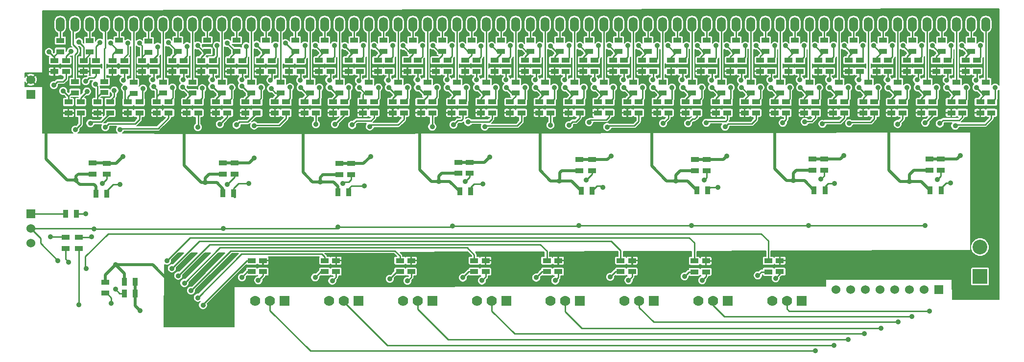
<source format=gtl>
G04 (created by PCBNEW (2013-07-07 BZR 4022)-stable) date 18/01/2016 20:15:18*
%MOIN*%
G04 Gerber Fmt 3.4, Leading zero omitted, Abs format*
%FSLAX34Y34*%
G01*
G70*
G90*
G04 APERTURE LIST*
%ADD10C,0.00590551*%
%ADD11R,0.06X0.06*%
%ADD12C,0.06*%
%ADD13O,0.06X0.1*%
%ADD14C,0.07*%
%ADD15R,0.07X0.07*%
%ADD16R,0.055X0.035*%
%ADD17R,0.035X0.055*%
%ADD18R,0.1X0.1*%
%ADD19C,0.1*%
%ADD20C,0.035*%
%ADD21C,0.01*%
%ADD22C,0.02*%
%ADD23C,0.006*%
G04 APERTURE END LIST*
G54D10*
G54D11*
X63030Y-38040D03*
G54D12*
X63030Y-37040D03*
G54D13*
X65040Y-33280D03*
X66040Y-33280D03*
X67040Y-33280D03*
X68040Y-33280D03*
X69040Y-33280D03*
X70040Y-33280D03*
X71040Y-33280D03*
X72040Y-33280D03*
X73040Y-33280D03*
X74040Y-33280D03*
X75040Y-33280D03*
X76040Y-33280D03*
X77040Y-33280D03*
X78040Y-33280D03*
X79040Y-33280D03*
X80040Y-33280D03*
X81040Y-33280D03*
X82040Y-33280D03*
X83040Y-33280D03*
X84040Y-33280D03*
X85040Y-33280D03*
X86040Y-33280D03*
X87040Y-33280D03*
X88040Y-33280D03*
X89040Y-33280D03*
X90040Y-33280D03*
X91040Y-33280D03*
X92040Y-33280D03*
X93040Y-33280D03*
X94040Y-33280D03*
X95040Y-33280D03*
X96040Y-33280D03*
X97040Y-33280D03*
X98040Y-33280D03*
X99040Y-33280D03*
X100040Y-33280D03*
X101040Y-33280D03*
X102040Y-33280D03*
X103040Y-33280D03*
X104040Y-33280D03*
X105040Y-33280D03*
X106040Y-33280D03*
X107040Y-33280D03*
X108040Y-33280D03*
X109040Y-33280D03*
X110040Y-33280D03*
X111040Y-33280D03*
X112040Y-33280D03*
X113040Y-33280D03*
X114040Y-33280D03*
X115040Y-33280D03*
X116040Y-33280D03*
X117040Y-33280D03*
X118040Y-33280D03*
X119040Y-33280D03*
X120040Y-33280D03*
X121040Y-33280D03*
X122040Y-33280D03*
X123040Y-33280D03*
X124040Y-33280D03*
X125040Y-33280D03*
X126040Y-33280D03*
X127040Y-33280D03*
X128040Y-33280D03*
G54D11*
X63030Y-46190D03*
G54D12*
X63030Y-47190D03*
X63030Y-48190D03*
G54D11*
X124850Y-51350D03*
G54D12*
X123850Y-51350D03*
X122850Y-51350D03*
X121850Y-51350D03*
X120850Y-51350D03*
X119850Y-51350D03*
X118850Y-51350D03*
X117850Y-51350D03*
G54D14*
X88380Y-52100D03*
X89380Y-52100D03*
G54D15*
X90380Y-52100D03*
G54D14*
X113500Y-52100D03*
X114500Y-52100D03*
G54D15*
X115500Y-52100D03*
G54D14*
X98420Y-52100D03*
X99420Y-52100D03*
G54D15*
X100420Y-52100D03*
G54D14*
X83340Y-52100D03*
X84340Y-52100D03*
G54D15*
X85340Y-52100D03*
G54D14*
X108480Y-52110D03*
X109480Y-52110D03*
G54D15*
X110480Y-52110D03*
G54D14*
X78320Y-52100D03*
X79320Y-52100D03*
G54D15*
X80320Y-52100D03*
G54D14*
X93420Y-52100D03*
X94420Y-52100D03*
G54D15*
X95420Y-52100D03*
G54D14*
X103440Y-52100D03*
X104440Y-52100D03*
G54D15*
X105440Y-52100D03*
G54D16*
X68190Y-42735D03*
X68190Y-43485D03*
X69640Y-39315D03*
X69640Y-38565D03*
X67230Y-43475D03*
X67230Y-42725D03*
X71610Y-39305D03*
X71610Y-38555D03*
X65050Y-35135D03*
X65050Y-34385D03*
X65430Y-36495D03*
X65430Y-35745D03*
X64640Y-36495D03*
X64640Y-35745D03*
X66040Y-37935D03*
X66040Y-37185D03*
X66430Y-39315D03*
X66430Y-38565D03*
X65600Y-39315D03*
X65600Y-38565D03*
X67040Y-35135D03*
X67040Y-34385D03*
X67470Y-36485D03*
X67470Y-35735D03*
X66630Y-36485D03*
X66630Y-35735D03*
X68040Y-37925D03*
X68040Y-37175D03*
X68430Y-39315D03*
X68430Y-38565D03*
X67580Y-39315D03*
X67580Y-38565D03*
X69040Y-35105D03*
X69040Y-34355D03*
X69410Y-36495D03*
X69410Y-35745D03*
X68600Y-36495D03*
X68600Y-35745D03*
X70030Y-37975D03*
X70030Y-37225D03*
X70430Y-39315D03*
X70430Y-38565D03*
X71050Y-35175D03*
X71050Y-34425D03*
X71420Y-36485D03*
X71420Y-35735D03*
X70620Y-36485D03*
X70620Y-35735D03*
X72040Y-37955D03*
X72040Y-37205D03*
X72420Y-39305D03*
X72420Y-38555D03*
G54D17*
X124245Y-44580D03*
X124995Y-44580D03*
G54D16*
X84850Y-42765D03*
X84850Y-43515D03*
G54D17*
X76105Y-44790D03*
X76855Y-44790D03*
G54D16*
X76890Y-42725D03*
X76890Y-43475D03*
G54D17*
X83925Y-44730D03*
X84675Y-44730D03*
G54D16*
X92910Y-42675D03*
X92910Y-43425D03*
G54D17*
X92225Y-44640D03*
X92975Y-44640D03*
X67465Y-44800D03*
X68215Y-44800D03*
G54D16*
X101240Y-42485D03*
X101240Y-43235D03*
G54D17*
X100505Y-44600D03*
X101255Y-44600D03*
G54D16*
X109030Y-42485D03*
X109030Y-43235D03*
G54D17*
X108365Y-44580D03*
X109115Y-44580D03*
G54D16*
X117040Y-42455D03*
X117040Y-43205D03*
G54D17*
X116355Y-44570D03*
X117105Y-44570D03*
G54D16*
X124960Y-42455D03*
X124960Y-43205D03*
X76090Y-43475D03*
X76090Y-42725D03*
X84040Y-43515D03*
X84040Y-42765D03*
X92150Y-43425D03*
X92150Y-42675D03*
X100360Y-43235D03*
X100360Y-42485D03*
X108240Y-43235D03*
X108240Y-42485D03*
X116240Y-43205D03*
X116240Y-42455D03*
X124200Y-43205D03*
X124200Y-42455D03*
X76650Y-36485D03*
X76650Y-35735D03*
X79650Y-39305D03*
X79650Y-38555D03*
X80410Y-39305D03*
X80410Y-38555D03*
X80040Y-37955D03*
X80040Y-37205D03*
X73040Y-35105D03*
X73040Y-34355D03*
X78640Y-36485D03*
X78640Y-35735D03*
X79430Y-36485D03*
X79430Y-35735D03*
X79040Y-35105D03*
X79040Y-34355D03*
X73440Y-36485D03*
X73440Y-35735D03*
X77650Y-39305D03*
X77650Y-38555D03*
X78420Y-39305D03*
X78420Y-38555D03*
X78050Y-37955D03*
X78050Y-37205D03*
X72670Y-36485D03*
X72670Y-35735D03*
X73650Y-39305D03*
X73650Y-38555D03*
X77440Y-36485D03*
X77440Y-35735D03*
X77040Y-35105D03*
X77040Y-34355D03*
X75640Y-39305D03*
X75640Y-38555D03*
X76420Y-39305D03*
X76420Y-38555D03*
X76040Y-37955D03*
X76040Y-37205D03*
X74040Y-37955D03*
X74040Y-37205D03*
X74640Y-36485D03*
X74640Y-35735D03*
X75440Y-36485D03*
X75440Y-35735D03*
X75040Y-35105D03*
X75040Y-34355D03*
X74430Y-39305D03*
X74430Y-38555D03*
X84660Y-36475D03*
X84660Y-35725D03*
X87670Y-39305D03*
X87670Y-38555D03*
X88430Y-39305D03*
X88430Y-38555D03*
X88040Y-37955D03*
X88040Y-37205D03*
X81050Y-35105D03*
X81050Y-34355D03*
X86660Y-36475D03*
X86660Y-35725D03*
X87420Y-36475D03*
X87420Y-35725D03*
X87040Y-35105D03*
X87040Y-34355D03*
X81400Y-36485D03*
X81400Y-35735D03*
X85630Y-39305D03*
X85630Y-38555D03*
X86400Y-39305D03*
X86400Y-38555D03*
X86040Y-37955D03*
X86040Y-37205D03*
X80610Y-36485D03*
X80610Y-35735D03*
X81660Y-39305D03*
X81660Y-38555D03*
X85440Y-36475D03*
X85440Y-35725D03*
X85040Y-35105D03*
X85040Y-34355D03*
X83610Y-39305D03*
X83610Y-38555D03*
X84370Y-39305D03*
X84370Y-38555D03*
X84040Y-37955D03*
X84040Y-37205D03*
X82040Y-37955D03*
X82040Y-37205D03*
X82650Y-36475D03*
X82650Y-35725D03*
X83430Y-36475D03*
X83430Y-35725D03*
X83040Y-35105D03*
X83040Y-34355D03*
X82440Y-39305D03*
X82440Y-38555D03*
X92600Y-36475D03*
X92600Y-35725D03*
X95650Y-39305D03*
X95650Y-38555D03*
X96430Y-39305D03*
X96430Y-38555D03*
X96040Y-37955D03*
X96040Y-37205D03*
X89040Y-35105D03*
X89040Y-34355D03*
X94610Y-36475D03*
X94610Y-35725D03*
X95380Y-36475D03*
X95380Y-35725D03*
X95040Y-35105D03*
X95040Y-34355D03*
X89380Y-36475D03*
X89380Y-35725D03*
X93670Y-39305D03*
X93670Y-38555D03*
X94440Y-39305D03*
X94440Y-38555D03*
X94040Y-37955D03*
X94040Y-37205D03*
X88670Y-36475D03*
X88670Y-35725D03*
X89590Y-39305D03*
X89590Y-38555D03*
X93380Y-36475D03*
X93380Y-35725D03*
X93040Y-35105D03*
X93040Y-34355D03*
X91680Y-39305D03*
X91680Y-38555D03*
X92450Y-39305D03*
X92450Y-38555D03*
X92040Y-37955D03*
X92040Y-37205D03*
X90030Y-37955D03*
X90030Y-37205D03*
X90620Y-36475D03*
X90620Y-35725D03*
X91390Y-36475D03*
X91390Y-35725D03*
X91040Y-35105D03*
X91040Y-34355D03*
X90360Y-39305D03*
X90360Y-38555D03*
X100630Y-36475D03*
X100630Y-35725D03*
X103640Y-39305D03*
X103640Y-38555D03*
X104410Y-39305D03*
X104410Y-38555D03*
X104040Y-37955D03*
X104040Y-37205D03*
X97040Y-35105D03*
X97040Y-34355D03*
X102660Y-36475D03*
X102660Y-35725D03*
X103420Y-36475D03*
X103420Y-35725D03*
X103040Y-35105D03*
X103040Y-34355D03*
X97430Y-36475D03*
X97430Y-35725D03*
X101630Y-39305D03*
X101630Y-38555D03*
X102400Y-39305D03*
X102400Y-38555D03*
X102040Y-37955D03*
X102040Y-37205D03*
X96660Y-36475D03*
X96660Y-35725D03*
X97640Y-39305D03*
X97640Y-38555D03*
X101390Y-36475D03*
X101390Y-35725D03*
X101040Y-35105D03*
X101040Y-34355D03*
X99630Y-39305D03*
X99630Y-38555D03*
X100390Y-39305D03*
X100390Y-38555D03*
X100040Y-37955D03*
X100040Y-37205D03*
X98040Y-37955D03*
X98040Y-37205D03*
X98690Y-36475D03*
X98690Y-35725D03*
X99450Y-36475D03*
X99450Y-35725D03*
X99040Y-35105D03*
X99040Y-34355D03*
X98410Y-39305D03*
X98410Y-38555D03*
X108650Y-36475D03*
X108650Y-35725D03*
X111630Y-39305D03*
X111630Y-38555D03*
X112400Y-39305D03*
X112400Y-38555D03*
X112050Y-37955D03*
X112050Y-37205D03*
X105040Y-35105D03*
X105040Y-34355D03*
X110650Y-36475D03*
X110650Y-35725D03*
X111410Y-36475D03*
X111410Y-35725D03*
X111040Y-35105D03*
X111040Y-34355D03*
X105420Y-36475D03*
X105420Y-35725D03*
X109680Y-39305D03*
X109680Y-38555D03*
X110450Y-39305D03*
X110450Y-38555D03*
X110040Y-37955D03*
X110040Y-37205D03*
X104650Y-36475D03*
X104650Y-35725D03*
X105670Y-39305D03*
X105670Y-38555D03*
X109410Y-36475D03*
X109410Y-35725D03*
X109040Y-35105D03*
X109040Y-34355D03*
X107610Y-39305D03*
X107610Y-38555D03*
X108370Y-39305D03*
X108370Y-38555D03*
X108050Y-37955D03*
X108050Y-37205D03*
X106040Y-37955D03*
X106040Y-37205D03*
X106620Y-36475D03*
X106620Y-35725D03*
X107390Y-36475D03*
X107390Y-35725D03*
X107040Y-35105D03*
X107040Y-34355D03*
X106430Y-39305D03*
X106430Y-38555D03*
X116630Y-36475D03*
X116630Y-35725D03*
X119690Y-39305D03*
X119690Y-38555D03*
X120450Y-39305D03*
X120450Y-38555D03*
X120050Y-37955D03*
X120050Y-37205D03*
X113040Y-35105D03*
X113040Y-34355D03*
X118710Y-36475D03*
X118710Y-35725D03*
X119470Y-36475D03*
X119470Y-35725D03*
X119040Y-35105D03*
X119040Y-34355D03*
X113440Y-36475D03*
X113440Y-35725D03*
X117650Y-39305D03*
X117650Y-38555D03*
X118410Y-39305D03*
X118410Y-38555D03*
X118040Y-37955D03*
X118040Y-37205D03*
X112680Y-36475D03*
X112680Y-35725D03*
X113680Y-39305D03*
X113680Y-38555D03*
X117390Y-36475D03*
X117390Y-35725D03*
X117040Y-35105D03*
X117040Y-34355D03*
X115680Y-39305D03*
X115680Y-38555D03*
X116440Y-39305D03*
X116440Y-38555D03*
X116050Y-37955D03*
X116050Y-37205D03*
X114050Y-37955D03*
X114050Y-37205D03*
X114620Y-36475D03*
X114620Y-35725D03*
X115380Y-36475D03*
X115380Y-35725D03*
X115040Y-35105D03*
X115040Y-34355D03*
X114450Y-39305D03*
X114450Y-38555D03*
X124680Y-36475D03*
X124680Y-35725D03*
X127660Y-39305D03*
X127660Y-38555D03*
X128420Y-39305D03*
X128420Y-38555D03*
X128040Y-37955D03*
X128040Y-37205D03*
X121040Y-35105D03*
X121040Y-34355D03*
X126660Y-36475D03*
X126660Y-35725D03*
X127430Y-36475D03*
X127430Y-35725D03*
X127040Y-35105D03*
X127040Y-34355D03*
X121380Y-36475D03*
X121380Y-35725D03*
X125690Y-39305D03*
X125690Y-38555D03*
X126450Y-39305D03*
X126450Y-38555D03*
X126050Y-37955D03*
X126050Y-37205D03*
X120620Y-36475D03*
X120620Y-35725D03*
X121620Y-39305D03*
X121620Y-38555D03*
X125440Y-36475D03*
X125440Y-35725D03*
X125040Y-35105D03*
X125040Y-34355D03*
X123650Y-39305D03*
X123650Y-38555D03*
X124410Y-39305D03*
X124410Y-38555D03*
X124040Y-37955D03*
X124040Y-37205D03*
X122040Y-37955D03*
X122040Y-37205D03*
X122670Y-36475D03*
X122670Y-35725D03*
X123430Y-36475D03*
X123430Y-35725D03*
X123040Y-35105D03*
X123040Y-34355D03*
X122380Y-39305D03*
X122380Y-38555D03*
G54D17*
X65395Y-46190D03*
X66145Y-46190D03*
G54D16*
X83040Y-49375D03*
X83040Y-50125D03*
X83810Y-49375D03*
X83810Y-50125D03*
X88930Y-49375D03*
X88930Y-50125D03*
X78070Y-49375D03*
X78070Y-50125D03*
X78840Y-49375D03*
X78840Y-50125D03*
X88160Y-49375D03*
X88160Y-50125D03*
X66310Y-48535D03*
X66310Y-47785D03*
X98940Y-49375D03*
X98940Y-50125D03*
X108990Y-49395D03*
X108990Y-50145D03*
G54D17*
X70155Y-51600D03*
X69405Y-51600D03*
G54D16*
X68100Y-50835D03*
X68100Y-51585D03*
G54D17*
X69405Y-50820D03*
X70155Y-50820D03*
G54D16*
X65400Y-47785D03*
X65400Y-48535D03*
X113240Y-49385D03*
X113240Y-50135D03*
X114020Y-49375D03*
X114020Y-50125D03*
X108200Y-49395D03*
X108200Y-50145D03*
X94000Y-49375D03*
X94000Y-50125D03*
X103180Y-49375D03*
X103180Y-50125D03*
X103970Y-49375D03*
X103970Y-50125D03*
X98160Y-49375D03*
X98160Y-50125D03*
X93220Y-49375D03*
X93220Y-50125D03*
G54D18*
X127650Y-50460D03*
G54D19*
X127650Y-48460D03*
G54D20*
X124210Y-52800D03*
X123020Y-53180D03*
X122080Y-53560D03*
X120890Y-53970D03*
X119760Y-54360D03*
X118680Y-54750D03*
X117710Y-55140D03*
X116430Y-55520D03*
X66820Y-49920D03*
X72300Y-49380D03*
X72640Y-49900D03*
X73080Y-50400D03*
X73490Y-50900D03*
X73940Y-51410D03*
X74400Y-51900D03*
X74760Y-52400D03*
X64380Y-47760D03*
X66320Y-52370D03*
X70470Y-52780D03*
X126300Y-42220D03*
X118370Y-42230D03*
X110410Y-42260D03*
X102530Y-42240D03*
X94270Y-42300D03*
X86180Y-42270D03*
X78250Y-42390D03*
X69300Y-42290D03*
X64880Y-49370D03*
X67350Y-47210D03*
X76140Y-47190D03*
X83950Y-47080D03*
X91750Y-47000D03*
X123910Y-46970D03*
X115960Y-46970D03*
X108000Y-46970D03*
X100340Y-46970D03*
X103410Y-37580D03*
X104680Y-37580D03*
X93400Y-37580D03*
X101410Y-37580D03*
X104400Y-34730D03*
X107430Y-37580D03*
X108690Y-37580D03*
X108410Y-34730D03*
X105670Y-34730D03*
X105410Y-37580D03*
X106680Y-37580D03*
X107670Y-34730D03*
X106410Y-34730D03*
X102410Y-34730D03*
X119680Y-34730D03*
X87400Y-37580D03*
X88680Y-37580D03*
X85390Y-37590D03*
X86690Y-37590D03*
X81690Y-34720D03*
X86390Y-34730D03*
X87680Y-34710D03*
X85680Y-34720D03*
X84400Y-34740D03*
X83390Y-37570D03*
X80380Y-34560D03*
X82680Y-37590D03*
X81400Y-37580D03*
X83690Y-34720D03*
X82400Y-34720D03*
X84680Y-37570D03*
X92680Y-37580D03*
X89390Y-37580D03*
X91690Y-34730D03*
X90400Y-34720D03*
X90670Y-37580D03*
X91400Y-37580D03*
X93680Y-34740D03*
X92400Y-34730D03*
X96680Y-37580D03*
X89690Y-34730D03*
X88380Y-34730D03*
X94680Y-37580D03*
X95680Y-34730D03*
X94400Y-34730D03*
X95400Y-37580D03*
X124400Y-34730D03*
X125680Y-34730D03*
X125410Y-37580D03*
X126690Y-37580D03*
X122680Y-37580D03*
X123680Y-34730D03*
X122400Y-34730D03*
X124680Y-37580D03*
X123400Y-37580D03*
X121680Y-34730D03*
X120400Y-34730D03*
X121400Y-37580D03*
X126400Y-34730D03*
X127680Y-34730D03*
X127400Y-37590D03*
X128680Y-37580D03*
X117400Y-37580D03*
X67160Y-47740D03*
X66770Y-46190D03*
X112690Y-37590D03*
X111420Y-37580D03*
X109680Y-34730D03*
X110680Y-37580D03*
X109410Y-37580D03*
X111670Y-34730D03*
X110410Y-34730D03*
X114400Y-34730D03*
X114690Y-37580D03*
X113410Y-37580D03*
X115680Y-34730D03*
X112400Y-34720D03*
X116690Y-37580D03*
X115410Y-37580D03*
X117680Y-34720D03*
X119410Y-37580D03*
X120690Y-37580D03*
X116410Y-34730D03*
X113680Y-34730D03*
X118680Y-37580D03*
X118400Y-34730D03*
X70670Y-37650D03*
X68460Y-34550D03*
X69630Y-34560D03*
X67430Y-37350D03*
X68720Y-37790D03*
X66300Y-34470D03*
X67740Y-34510D03*
X65240Y-37820D03*
X66860Y-37850D03*
X64280Y-35160D03*
X71390Y-37520D03*
X72670Y-37580D03*
X70440Y-34560D03*
X71680Y-34800D03*
X65760Y-35130D03*
X67910Y-44110D03*
X69090Y-44190D03*
X69450Y-37620D03*
X76400Y-44180D03*
X93790Y-44150D03*
X84280Y-44100D03*
X100830Y-43880D03*
X101980Y-44370D03*
X92590Y-43990D03*
X77860Y-44120D03*
X117730Y-44120D03*
X108860Y-43870D03*
X124750Y-43840D03*
X125640Y-44070D03*
X75390Y-37510D03*
X76690Y-37580D03*
X74390Y-34710D03*
X75710Y-34720D03*
X73380Y-37540D03*
X74710Y-37630D03*
X72390Y-34520D03*
X73680Y-34770D03*
X79390Y-37660D03*
X80680Y-37560D03*
X78390Y-34670D03*
X79690Y-34710D03*
X78700Y-37580D03*
X76390Y-34550D03*
X77690Y-34770D03*
X77400Y-37490D03*
X109790Y-44370D03*
X116820Y-43830D03*
X85730Y-44270D03*
X107530Y-50450D03*
X108730Y-50720D03*
X102470Y-50490D03*
X103720Y-50720D03*
X65620Y-49480D03*
X68790Y-51320D03*
X68520Y-52270D03*
X112520Y-50380D03*
X113730Y-50580D03*
X82390Y-50520D03*
X83560Y-50740D03*
X78520Y-50710D03*
X77400Y-50510D03*
X92450Y-50530D03*
X97440Y-50530D03*
X98730Y-50730D03*
X87480Y-50610D03*
X88680Y-50750D03*
X93750Y-50730D03*
X100400Y-34730D03*
X101680Y-34730D03*
X102670Y-37580D03*
X99680Y-34720D03*
X98400Y-34740D03*
X99400Y-37580D03*
X100680Y-37580D03*
X96390Y-34750D03*
X97680Y-34730D03*
X98680Y-37580D03*
X97410Y-37580D03*
X103680Y-34730D03*
X64610Y-37410D03*
X74400Y-40280D03*
X75390Y-37040D03*
X75900Y-40090D03*
X77390Y-37040D03*
X77040Y-40130D03*
X79350Y-37080D03*
X78230Y-40170D03*
X81380Y-37090D03*
X82440Y-40080D03*
X83360Y-37070D03*
X66080Y-40440D03*
X83730Y-40090D03*
X85370Y-37100D03*
X84900Y-40130D03*
X87360Y-37080D03*
X86100Y-40240D03*
X89360Y-37050D03*
X90360Y-40250D03*
X91370Y-37050D03*
X91810Y-40110D03*
X93360Y-37040D03*
X66770Y-37150D03*
X92800Y-39930D03*
X95370Y-37040D03*
X93930Y-40260D03*
X97380Y-37060D03*
X98410Y-40140D03*
X99370Y-37060D03*
X99670Y-40140D03*
X101380Y-37060D03*
X101030Y-39960D03*
X103380Y-37050D03*
X67090Y-40010D03*
X102270Y-40270D03*
X105380Y-37050D03*
X106080Y-40020D03*
X107380Y-37050D03*
X107780Y-40020D03*
X109370Y-37070D03*
X109020Y-39990D03*
X111380Y-37090D03*
X110290Y-40260D03*
X113380Y-37060D03*
X69350Y-37070D03*
X114220Y-39980D03*
X115380Y-37060D03*
X115720Y-39920D03*
X117380Y-37050D03*
X116920Y-40060D03*
X119390Y-37060D03*
X118730Y-40020D03*
X121360Y-37040D03*
X122030Y-40070D03*
X123360Y-37060D03*
X68100Y-40280D03*
X123920Y-39980D03*
X125380Y-37070D03*
X124900Y-40030D03*
X127370Y-37070D03*
X125960Y-40190D03*
X71340Y-37060D03*
X69100Y-40450D03*
X73400Y-37040D03*
X68800Y-49660D03*
X116460Y-50010D03*
X111390Y-50070D03*
X106420Y-50090D03*
X101400Y-50090D03*
X96360Y-50080D03*
X91300Y-50100D03*
X86250Y-50020D03*
X81320Y-49990D03*
X122830Y-43980D03*
X114930Y-43920D03*
X106930Y-43940D03*
X99020Y-43950D03*
X90820Y-43970D03*
X82740Y-44020D03*
X66120Y-43870D03*
X74910Y-44060D03*
G54D21*
X114500Y-52660D02*
X114500Y-52100D01*
X114500Y-52660D02*
X114640Y-52800D01*
X114640Y-52800D02*
X124210Y-52800D01*
X109480Y-52110D02*
X109480Y-52410D01*
X110250Y-53180D02*
X123020Y-53180D01*
X109480Y-52410D02*
X110250Y-53180D01*
X104440Y-52100D02*
X104440Y-52570D01*
X105430Y-53560D02*
X122080Y-53560D01*
X104440Y-52570D02*
X105430Y-53560D01*
X99420Y-52100D02*
X99420Y-52840D01*
X100550Y-53970D02*
X120890Y-53970D01*
X99420Y-52840D02*
X100550Y-53970D01*
X94420Y-52100D02*
X94420Y-52820D01*
X95960Y-54360D02*
X119760Y-54360D01*
X94420Y-52820D02*
X95960Y-54360D01*
X89380Y-52100D02*
X89380Y-52680D01*
X91450Y-54750D02*
X118680Y-54750D01*
X89380Y-52680D02*
X91450Y-54750D01*
X84340Y-52100D02*
X84340Y-52180D01*
X87300Y-55140D02*
X117710Y-55140D01*
X84340Y-52180D02*
X87300Y-55140D01*
X79320Y-52100D02*
X79320Y-52770D01*
X82070Y-55520D02*
X116430Y-55520D01*
X79320Y-52770D02*
X82070Y-55520D01*
X74040Y-37205D02*
X74040Y-33280D01*
X75040Y-34355D02*
X75040Y-33280D01*
X76040Y-37205D02*
X76040Y-33280D01*
X77040Y-34355D02*
X77040Y-33280D01*
X78050Y-37205D02*
X78050Y-33290D01*
X78050Y-33290D02*
X78040Y-33280D01*
X79040Y-34355D02*
X79040Y-33280D01*
X80040Y-37205D02*
X80040Y-33280D01*
X81050Y-34355D02*
X81050Y-33290D01*
X81050Y-33290D02*
X81040Y-33280D01*
X82040Y-37205D02*
X82040Y-33280D01*
X83040Y-34355D02*
X83040Y-33280D01*
X65050Y-34385D02*
X65050Y-33290D01*
X65050Y-33290D02*
X65040Y-33280D01*
X84040Y-37205D02*
X84040Y-33280D01*
X85040Y-34355D02*
X85040Y-33280D01*
X86040Y-37205D02*
X86040Y-33280D01*
X87040Y-34355D02*
X87040Y-33280D01*
X88040Y-37205D02*
X88040Y-33280D01*
X89040Y-34355D02*
X89040Y-33280D01*
X90030Y-37205D02*
X90030Y-33290D01*
X90030Y-33290D02*
X90040Y-33280D01*
X91040Y-34355D02*
X91040Y-33280D01*
X92040Y-37205D02*
X92040Y-33280D01*
X93040Y-34355D02*
X93040Y-33280D01*
X66040Y-37185D02*
X66040Y-35360D01*
X65910Y-33410D02*
X66040Y-33280D01*
X65910Y-34650D02*
X65910Y-33410D01*
X66210Y-34950D02*
X65910Y-34650D01*
X66210Y-35190D02*
X66210Y-34950D01*
X66040Y-35360D02*
X66210Y-35190D01*
X94040Y-37205D02*
X94040Y-33280D01*
X95040Y-34355D02*
X95040Y-33280D01*
X96040Y-37205D02*
X96040Y-33280D01*
X97040Y-34355D02*
X97040Y-33280D01*
X98040Y-37205D02*
X98040Y-33280D01*
X99040Y-34355D02*
X99040Y-33280D01*
X100040Y-37205D02*
X100040Y-33280D01*
X101040Y-34355D02*
X101040Y-33280D01*
X102040Y-37205D02*
X102040Y-33280D01*
X103040Y-34355D02*
X103040Y-33280D01*
X67040Y-34385D02*
X67040Y-33280D01*
X104040Y-37205D02*
X104040Y-33280D01*
X105040Y-34355D02*
X105040Y-33280D01*
X106040Y-37205D02*
X106040Y-33280D01*
X107040Y-34355D02*
X107040Y-33280D01*
X108050Y-37205D02*
X108050Y-33290D01*
X108050Y-33290D02*
X108040Y-33280D01*
X109040Y-34355D02*
X109040Y-33280D01*
X110040Y-37205D02*
X110040Y-33280D01*
X111040Y-34355D02*
X111040Y-33280D01*
X112050Y-37205D02*
X112050Y-33290D01*
X112050Y-33290D02*
X112040Y-33280D01*
X113040Y-34355D02*
X113040Y-33280D01*
X68040Y-37185D02*
X68040Y-34930D01*
X68100Y-33340D02*
X68040Y-33280D01*
X68100Y-34870D02*
X68100Y-33340D01*
X68040Y-34930D02*
X68100Y-34870D01*
X114050Y-37205D02*
X114050Y-33290D01*
X114050Y-33290D02*
X114040Y-33280D01*
X115040Y-34355D02*
X115040Y-33280D01*
X116050Y-37205D02*
X116050Y-33290D01*
X116050Y-33290D02*
X116040Y-33280D01*
X117040Y-34355D02*
X117040Y-33280D01*
X118040Y-37205D02*
X118040Y-33280D01*
X119040Y-34355D02*
X119040Y-33280D01*
X120050Y-37205D02*
X120050Y-33290D01*
X120050Y-33290D02*
X120040Y-33280D01*
X121040Y-34355D02*
X121040Y-33280D01*
X122040Y-37205D02*
X122040Y-33280D01*
X123040Y-34355D02*
X123040Y-33280D01*
X69040Y-34385D02*
X69040Y-33280D01*
X124040Y-37205D02*
X124040Y-33280D01*
X125040Y-34355D02*
X125040Y-33280D01*
X126050Y-37205D02*
X126050Y-33290D01*
X126050Y-33290D02*
X126040Y-33280D01*
X127040Y-34355D02*
X127040Y-33280D01*
X128040Y-37205D02*
X128040Y-33280D01*
X70030Y-37185D02*
X70030Y-33290D01*
X70030Y-33290D02*
X70040Y-33280D01*
X71050Y-34385D02*
X71050Y-33290D01*
X71050Y-33290D02*
X71040Y-33280D01*
X72040Y-37185D02*
X72040Y-33280D01*
X73040Y-34355D02*
X73040Y-33280D01*
X113240Y-48030D02*
X113240Y-49385D01*
X112750Y-47540D02*
X113240Y-48030D01*
X68290Y-47540D02*
X112750Y-47540D01*
X66750Y-49080D02*
X68290Y-47540D01*
X66750Y-49850D02*
X66750Y-49080D01*
X66820Y-49920D02*
X66750Y-49850D01*
X108200Y-49395D02*
X108200Y-48160D01*
X73880Y-47800D02*
X72300Y-49380D01*
X107840Y-47800D02*
X73880Y-47800D01*
X108200Y-48160D02*
X107840Y-47800D01*
X103180Y-49375D02*
X103180Y-48680D01*
X74490Y-48050D02*
X72640Y-49900D01*
X102550Y-48050D02*
X74490Y-48050D01*
X103180Y-48680D02*
X102550Y-48050D01*
X98160Y-49375D02*
X98160Y-48730D01*
X75210Y-48270D02*
X73080Y-50400D01*
X97700Y-48270D02*
X75210Y-48270D01*
X98160Y-48730D02*
X97700Y-48270D01*
X93220Y-49375D02*
X93220Y-48970D01*
X75910Y-48480D02*
X73490Y-50900D01*
X92730Y-48480D02*
X75910Y-48480D01*
X93220Y-48970D02*
X92730Y-48480D01*
X88160Y-49375D02*
X88160Y-49050D01*
X76650Y-48700D02*
X73940Y-51410D01*
X87810Y-48700D02*
X76650Y-48700D01*
X88160Y-49050D02*
X87810Y-48700D01*
X83040Y-49375D02*
X83040Y-49120D01*
X77380Y-48920D02*
X74400Y-51900D01*
X82840Y-48920D02*
X77380Y-48920D01*
X83040Y-49120D02*
X82840Y-48920D01*
X78070Y-49375D02*
X77725Y-49375D01*
X74760Y-52340D02*
X74760Y-52400D01*
X77725Y-49375D02*
X74760Y-52340D01*
X64380Y-47760D02*
X65375Y-47760D01*
X65375Y-47760D02*
X65400Y-47785D01*
X64380Y-47760D02*
X64450Y-47830D01*
X65395Y-46190D02*
X63030Y-46190D01*
X66310Y-52360D02*
X66310Y-48535D01*
X66320Y-52370D02*
X66310Y-52360D01*
G54D22*
X70155Y-51600D02*
X70155Y-52465D01*
X70155Y-52465D02*
X70470Y-52780D01*
X70155Y-50820D02*
X70155Y-51600D01*
X124960Y-42455D02*
X126065Y-42455D01*
X126065Y-42455D02*
X126300Y-42220D01*
X124200Y-42455D02*
X124960Y-42455D01*
X117040Y-42455D02*
X118145Y-42455D01*
X118145Y-42455D02*
X118370Y-42230D01*
X116240Y-42455D02*
X117040Y-42455D01*
X109030Y-42485D02*
X110185Y-42485D01*
X110185Y-42485D02*
X110410Y-42260D01*
X108240Y-42485D02*
X109030Y-42485D01*
X101240Y-42485D02*
X102285Y-42485D01*
X102285Y-42485D02*
X102530Y-42240D01*
X100360Y-42485D02*
X101240Y-42485D01*
X92910Y-42675D02*
X93895Y-42675D01*
X93895Y-42675D02*
X94270Y-42300D01*
X92150Y-42675D02*
X92910Y-42675D01*
X84850Y-42765D02*
X85685Y-42765D01*
X85685Y-42765D02*
X86180Y-42270D01*
X84040Y-42765D02*
X84850Y-42765D01*
X76890Y-42725D02*
X77915Y-42725D01*
X77915Y-42725D02*
X78250Y-42390D01*
X76090Y-42725D02*
X76890Y-42725D01*
X68190Y-42735D02*
X68855Y-42735D01*
X68855Y-42735D02*
X69300Y-42290D01*
X67230Y-42725D02*
X68180Y-42725D01*
X68180Y-42725D02*
X68190Y-42735D01*
G54D21*
X77915Y-42725D02*
X78250Y-42390D01*
X68855Y-42735D02*
X69300Y-42290D01*
X68180Y-42725D02*
X68190Y-42735D01*
X64880Y-49370D02*
X63700Y-48190D01*
X63700Y-48190D02*
X63700Y-48060D01*
X63700Y-47860D02*
X63030Y-47190D01*
X63700Y-48190D02*
X63700Y-48060D01*
X63700Y-48060D02*
X63700Y-47860D01*
X67350Y-47210D02*
X76120Y-47210D01*
X76120Y-47210D02*
X76140Y-47190D01*
X63030Y-47190D02*
X67330Y-47190D01*
X67330Y-47190D02*
X67350Y-47210D01*
X76140Y-47190D02*
X83840Y-47190D01*
X83840Y-47190D02*
X83950Y-47080D01*
X83950Y-47080D02*
X91670Y-47080D01*
X91670Y-47080D02*
X91750Y-47000D01*
X91750Y-47000D02*
X100310Y-47000D01*
X100310Y-47000D02*
X100340Y-46970D01*
X115960Y-46970D02*
X123910Y-46970D01*
X108000Y-46970D02*
X115960Y-46970D01*
X100340Y-46970D02*
X108000Y-46970D01*
X104040Y-37955D02*
X103785Y-37955D01*
X103785Y-37955D02*
X103410Y-37580D01*
X103640Y-38555D02*
X103640Y-38355D01*
X103640Y-38355D02*
X104040Y-37955D01*
X104410Y-38555D02*
X104445Y-38555D01*
X104680Y-38320D02*
X104680Y-37580D01*
X104445Y-38555D02*
X104680Y-38320D01*
X94040Y-37955D02*
X93775Y-37955D01*
X93775Y-37955D02*
X93400Y-37580D01*
X93670Y-38555D02*
X93670Y-38325D01*
X93670Y-38325D02*
X94040Y-37955D01*
X102040Y-37955D02*
X101785Y-37955D01*
X101785Y-37955D02*
X101410Y-37580D01*
X101630Y-38555D02*
X101630Y-38365D01*
X101630Y-38365D02*
X102040Y-37955D01*
X105040Y-35105D02*
X104775Y-35105D01*
X104775Y-35105D02*
X104400Y-34730D01*
X104650Y-35725D02*
X104650Y-35495D01*
X104650Y-35495D02*
X105040Y-35105D01*
X108050Y-37955D02*
X107805Y-37955D01*
X107805Y-37955D02*
X107430Y-37580D01*
X107610Y-38555D02*
X107610Y-38395D01*
X107610Y-38395D02*
X108050Y-37955D01*
X108370Y-38555D02*
X108425Y-38555D01*
X108690Y-38290D02*
X108690Y-37580D01*
X108425Y-38555D02*
X108690Y-38290D01*
X109040Y-35105D02*
X108785Y-35105D01*
X108785Y-35105D02*
X108410Y-34730D01*
X108650Y-35725D02*
X108650Y-35495D01*
X108650Y-35495D02*
X109040Y-35105D01*
X105420Y-35725D02*
X105525Y-35725D01*
X105670Y-35580D02*
X105670Y-34730D01*
X105525Y-35725D02*
X105670Y-35580D01*
X106040Y-37955D02*
X105785Y-37955D01*
X105785Y-37955D02*
X105410Y-37580D01*
X105670Y-38555D02*
X105670Y-38325D01*
X105670Y-38325D02*
X106040Y-37955D01*
X106430Y-38555D02*
X106515Y-38555D01*
X106680Y-38390D02*
X106680Y-37580D01*
X106515Y-38555D02*
X106680Y-38390D01*
X107390Y-35725D02*
X107435Y-35725D01*
X107670Y-35490D02*
X107670Y-34730D01*
X107435Y-35725D02*
X107670Y-35490D01*
X107040Y-35105D02*
X106785Y-35105D01*
X106785Y-35105D02*
X106410Y-34730D01*
X106620Y-35725D02*
X106620Y-35525D01*
X106620Y-35525D02*
X107040Y-35105D01*
X103040Y-35105D02*
X102785Y-35105D01*
X102785Y-35105D02*
X102410Y-34730D01*
X102660Y-35725D02*
X102660Y-35485D01*
X102660Y-35485D02*
X103040Y-35105D01*
X119470Y-35725D02*
X119505Y-35725D01*
X119680Y-35550D02*
X119680Y-34730D01*
X119505Y-35725D02*
X119680Y-35550D01*
X88040Y-37955D02*
X87775Y-37955D01*
X87775Y-37955D02*
X87400Y-37580D01*
X87670Y-38555D02*
X87670Y-38325D01*
X87670Y-38325D02*
X88040Y-37955D01*
X88430Y-38555D02*
X88435Y-38555D01*
X88680Y-38310D02*
X88680Y-37580D01*
X88435Y-38555D02*
X88680Y-38310D01*
X86040Y-37955D02*
X85755Y-37955D01*
X85755Y-37955D02*
X85390Y-37590D01*
X85630Y-38555D02*
X85630Y-38070D01*
X85745Y-37955D02*
X86040Y-37955D01*
X85630Y-38070D02*
X85745Y-37955D01*
X86400Y-38555D02*
X86445Y-38555D01*
X86690Y-38310D02*
X86690Y-37590D01*
X86445Y-38555D02*
X86690Y-38310D01*
X81400Y-35735D02*
X81485Y-35735D01*
X81690Y-35530D02*
X81690Y-34720D01*
X81485Y-35735D02*
X81690Y-35530D01*
X87040Y-35105D02*
X86765Y-35105D01*
X86765Y-35105D02*
X86390Y-34730D01*
X86660Y-35725D02*
X86660Y-35485D01*
X86660Y-35485D02*
X87040Y-35105D01*
X87420Y-35725D02*
X87435Y-35725D01*
X87680Y-35480D02*
X87680Y-34710D01*
X87435Y-35725D02*
X87680Y-35480D01*
X85440Y-35725D02*
X85440Y-35720D01*
X85680Y-35480D02*
X85680Y-34720D01*
X85440Y-35720D02*
X85680Y-35480D01*
X85040Y-35105D02*
X84765Y-35105D01*
X84765Y-35105D02*
X84400Y-34740D01*
X84660Y-35725D02*
X84660Y-35485D01*
X84660Y-35485D02*
X85040Y-35105D01*
X84040Y-37955D02*
X83775Y-37955D01*
X83775Y-37955D02*
X83390Y-37570D01*
X83610Y-38555D02*
X83610Y-38385D01*
X83610Y-38385D02*
X84040Y-37955D01*
X81050Y-35105D02*
X80925Y-35105D01*
X80925Y-35105D02*
X80380Y-34560D01*
X80610Y-35735D02*
X80610Y-35545D01*
X80610Y-35545D02*
X81050Y-35105D01*
X82440Y-38555D02*
X82440Y-38530D01*
X82680Y-38290D02*
X82680Y-37590D01*
X82440Y-38530D02*
X82680Y-38290D01*
X82040Y-37955D02*
X81775Y-37955D01*
X81775Y-37955D02*
X81400Y-37580D01*
X81660Y-38555D02*
X81660Y-38335D01*
X81660Y-38335D02*
X82040Y-37955D01*
X83430Y-35725D02*
X83445Y-35725D01*
X83690Y-35480D02*
X83690Y-34720D01*
X83445Y-35725D02*
X83690Y-35480D01*
X83040Y-35105D02*
X82785Y-35105D01*
X82785Y-35105D02*
X82400Y-34720D01*
X82650Y-35725D02*
X82650Y-35495D01*
X82650Y-35495D02*
X83040Y-35105D01*
X84370Y-38555D02*
X84425Y-38555D01*
X84680Y-38300D02*
X84680Y-37570D01*
X84425Y-38555D02*
X84680Y-38300D01*
X92450Y-38555D02*
X92635Y-38555D01*
X92680Y-38510D02*
X92680Y-37580D01*
X92635Y-38555D02*
X92680Y-38510D01*
X90030Y-37955D02*
X89765Y-37955D01*
X89765Y-37955D02*
X89390Y-37580D01*
X89590Y-38555D02*
X89665Y-38555D01*
X90030Y-38190D02*
X90030Y-37955D01*
X89665Y-38555D02*
X90030Y-38190D01*
X91390Y-35725D02*
X91425Y-35725D01*
X91690Y-35460D02*
X91690Y-34730D01*
X91425Y-35725D02*
X91690Y-35460D01*
X91040Y-35105D02*
X90785Y-35105D01*
X90785Y-35105D02*
X90400Y-34720D01*
X90620Y-35725D02*
X90705Y-35725D01*
X91040Y-35390D02*
X91040Y-35105D01*
X90705Y-35725D02*
X91040Y-35390D01*
X90360Y-38555D02*
X90360Y-38540D01*
X90670Y-38230D02*
X90670Y-37580D01*
X90360Y-38540D02*
X90670Y-38230D01*
X92040Y-37955D02*
X91775Y-37955D01*
X91775Y-37955D02*
X91400Y-37580D01*
X91680Y-38555D02*
X91680Y-38315D01*
X91680Y-38315D02*
X92040Y-37955D01*
X93380Y-35725D02*
X93435Y-35725D01*
X93680Y-35480D02*
X93680Y-34740D01*
X93435Y-35725D02*
X93680Y-35480D01*
X93040Y-35105D02*
X92775Y-35105D01*
X92775Y-35105D02*
X92400Y-34730D01*
X92600Y-35725D02*
X92685Y-35725D01*
X93040Y-35370D02*
X93040Y-35105D01*
X92685Y-35725D02*
X93040Y-35370D01*
X96430Y-38555D02*
X96495Y-38555D01*
X96680Y-38370D02*
X96680Y-37580D01*
X96495Y-38555D02*
X96680Y-38370D01*
X89380Y-35725D02*
X89435Y-35725D01*
X89690Y-35470D02*
X89690Y-34730D01*
X89435Y-35725D02*
X89690Y-35470D01*
X89040Y-35105D02*
X88755Y-35105D01*
X88755Y-35105D02*
X88380Y-34730D01*
X88670Y-35725D02*
X88670Y-35690D01*
X89040Y-35320D02*
X89040Y-35105D01*
X88670Y-35690D02*
X89040Y-35320D01*
X94440Y-38555D02*
X94465Y-38555D01*
X94680Y-38340D02*
X94680Y-37580D01*
X94465Y-38555D02*
X94680Y-38340D01*
X95380Y-35725D02*
X95445Y-35725D01*
X95680Y-35490D02*
X95680Y-34730D01*
X95445Y-35725D02*
X95680Y-35490D01*
X95040Y-35105D02*
X94775Y-35105D01*
X94775Y-35105D02*
X94400Y-34730D01*
X94610Y-35725D02*
X94610Y-35710D01*
X95040Y-35280D02*
X95040Y-35105D01*
X94610Y-35710D02*
X95040Y-35280D01*
X96040Y-37955D02*
X95775Y-37955D01*
X95775Y-37955D02*
X95400Y-37580D01*
X95650Y-38555D02*
X95655Y-38555D01*
X96040Y-38170D02*
X96040Y-37955D01*
X95655Y-38555D02*
X96040Y-38170D01*
X125040Y-35105D02*
X124775Y-35105D01*
X124775Y-35105D02*
X124400Y-34730D01*
X124680Y-35725D02*
X124680Y-35465D01*
X124680Y-35465D02*
X125040Y-35105D01*
X125440Y-35725D02*
X125525Y-35725D01*
X125680Y-35570D02*
X125680Y-34730D01*
X125525Y-35725D02*
X125680Y-35570D01*
X126050Y-37955D02*
X125785Y-37955D01*
X125785Y-37955D02*
X125410Y-37580D01*
X125690Y-38555D02*
X125690Y-38315D01*
X125690Y-38315D02*
X126050Y-37955D01*
X126450Y-38555D02*
X126515Y-38555D01*
X126690Y-38380D02*
X126690Y-37580D01*
X126515Y-38555D02*
X126690Y-38380D01*
X122380Y-38555D02*
X122425Y-38555D01*
X122680Y-38300D02*
X122680Y-37580D01*
X122425Y-38555D02*
X122680Y-38300D01*
X123430Y-35725D02*
X123430Y-35710D01*
X123680Y-35460D02*
X123680Y-34730D01*
X123430Y-35710D02*
X123680Y-35460D01*
X123040Y-35105D02*
X122775Y-35105D01*
X122775Y-35105D02*
X122400Y-34730D01*
X122670Y-35725D02*
X122670Y-35475D01*
X122670Y-35475D02*
X123040Y-35105D01*
X124410Y-38555D02*
X124455Y-38555D01*
X124680Y-38330D02*
X124680Y-37580D01*
X124455Y-38555D02*
X124680Y-38330D01*
X124040Y-37955D02*
X123775Y-37955D01*
X123775Y-37955D02*
X123400Y-37580D01*
X123650Y-38555D02*
X123650Y-38345D01*
X123650Y-38345D02*
X124040Y-37955D01*
X121380Y-35725D02*
X121445Y-35725D01*
X121680Y-35490D02*
X121680Y-34730D01*
X121445Y-35725D02*
X121680Y-35490D01*
X121040Y-35105D02*
X120775Y-35105D01*
X120775Y-35105D02*
X120400Y-34730D01*
X120620Y-35725D02*
X120620Y-35525D01*
X120620Y-35525D02*
X121040Y-35105D01*
X122040Y-37955D02*
X121775Y-37955D01*
X121775Y-37955D02*
X121400Y-37580D01*
X121620Y-38555D02*
X121620Y-38375D01*
X121620Y-38375D02*
X122040Y-37955D01*
X127040Y-35105D02*
X126775Y-35105D01*
X126775Y-35105D02*
X126400Y-34730D01*
X126660Y-35725D02*
X126660Y-35485D01*
X126660Y-35485D02*
X127040Y-35105D01*
X127430Y-35725D02*
X127475Y-35725D01*
X127680Y-35520D02*
X127680Y-34730D01*
X127475Y-35725D02*
X127680Y-35520D01*
X128040Y-37955D02*
X127765Y-37955D01*
X127765Y-37955D02*
X127400Y-37590D01*
X127660Y-38555D02*
X127660Y-38335D01*
X127660Y-38335D02*
X128040Y-37955D01*
X128420Y-38555D02*
X128475Y-38555D01*
X128680Y-38350D02*
X128680Y-37580D01*
X128475Y-38555D02*
X128680Y-38350D01*
X118040Y-37955D02*
X117775Y-37955D01*
X117775Y-37955D02*
X117400Y-37580D01*
X117650Y-38555D02*
X117650Y-38345D01*
X117650Y-38345D02*
X118040Y-37955D01*
X67115Y-47785D02*
X66310Y-47785D01*
X67160Y-47740D02*
X67115Y-47785D01*
X66790Y-46170D02*
X66770Y-46190D01*
X66145Y-46190D02*
X66770Y-46190D01*
X112400Y-38555D02*
X112435Y-38555D01*
X112690Y-38300D02*
X112690Y-37590D01*
X112435Y-38555D02*
X112690Y-38300D01*
X112050Y-37955D02*
X111795Y-37955D01*
X111795Y-37955D02*
X111420Y-37580D01*
X111630Y-38555D02*
X111630Y-38375D01*
X111630Y-38375D02*
X112050Y-37955D01*
X109410Y-35725D02*
X109495Y-35725D01*
X109680Y-35540D02*
X109680Y-34730D01*
X109495Y-35725D02*
X109680Y-35540D01*
X110450Y-38555D02*
X110485Y-38555D01*
X110680Y-38360D02*
X110680Y-37580D01*
X110485Y-38555D02*
X110680Y-38360D01*
X110040Y-37955D02*
X109785Y-37955D01*
X109785Y-37955D02*
X109410Y-37580D01*
X109680Y-38555D02*
X109680Y-38315D01*
X109680Y-38315D02*
X110040Y-37955D01*
X111410Y-35725D02*
X111435Y-35725D01*
X111670Y-35490D02*
X111670Y-34730D01*
X111435Y-35725D02*
X111670Y-35490D01*
X111040Y-35105D02*
X110785Y-35105D01*
X110785Y-35105D02*
X110410Y-34730D01*
X110650Y-35725D02*
X110650Y-35495D01*
X110650Y-35495D02*
X111040Y-35105D01*
X115040Y-35105D02*
X114775Y-35105D01*
X114775Y-35105D02*
X114400Y-34730D01*
X114620Y-35725D02*
X114620Y-35525D01*
X114620Y-35525D02*
X115040Y-35105D01*
X114450Y-38555D02*
X114475Y-38555D01*
X114690Y-38340D02*
X114690Y-37580D01*
X114475Y-38555D02*
X114690Y-38340D01*
X114050Y-37955D02*
X113785Y-37955D01*
X113785Y-37955D02*
X113410Y-37580D01*
X113680Y-38555D02*
X113680Y-38325D01*
X113680Y-38325D02*
X114050Y-37955D01*
X115380Y-35725D02*
X115425Y-35725D01*
X115680Y-35470D02*
X115680Y-34730D01*
X115425Y-35725D02*
X115680Y-35470D01*
X113040Y-35105D02*
X112785Y-35105D01*
X112785Y-35105D02*
X112400Y-34720D01*
X112680Y-35725D02*
X112680Y-35465D01*
X112680Y-35465D02*
X113040Y-35105D01*
X116440Y-38555D02*
X116485Y-38555D01*
X116690Y-38350D02*
X116690Y-37580D01*
X116485Y-38555D02*
X116690Y-38350D01*
X115680Y-38555D02*
X115680Y-38325D01*
X115680Y-38325D02*
X116050Y-37955D01*
X116050Y-37955D02*
X115785Y-37955D01*
X115785Y-37955D02*
X115410Y-37580D01*
X117390Y-35725D02*
X117435Y-35725D01*
X117680Y-35480D02*
X117680Y-34720D01*
X117435Y-35725D02*
X117680Y-35480D01*
X120050Y-37955D02*
X119785Y-37955D01*
X119785Y-37955D02*
X119410Y-37580D01*
X119690Y-38555D02*
X119690Y-38315D01*
X119690Y-38315D02*
X120050Y-37955D01*
X120450Y-38555D02*
X120525Y-38555D01*
X120690Y-38390D02*
X120690Y-37580D01*
X120525Y-38555D02*
X120690Y-38390D01*
X117040Y-35105D02*
X116785Y-35105D01*
X116785Y-35105D02*
X116410Y-34730D01*
X116630Y-35725D02*
X116630Y-35515D01*
X116630Y-35515D02*
X117040Y-35105D01*
X113440Y-35725D02*
X113465Y-35725D01*
X113680Y-35510D02*
X113680Y-34730D01*
X113465Y-35725D02*
X113680Y-35510D01*
X118410Y-38555D02*
X118475Y-38555D01*
X118680Y-38350D02*
X118680Y-37580D01*
X118475Y-38555D02*
X118680Y-38350D01*
X119040Y-35105D02*
X118775Y-35105D01*
X118775Y-35105D02*
X118400Y-34730D01*
X118710Y-35725D02*
X118710Y-35435D01*
X118710Y-35435D02*
X119040Y-35105D01*
X70640Y-38355D02*
X70430Y-38565D01*
X70640Y-37680D02*
X70640Y-38355D01*
X70670Y-37650D02*
X70640Y-37680D01*
X69040Y-35105D02*
X69015Y-35105D01*
X69015Y-35105D02*
X68460Y-34550D01*
X68600Y-35745D02*
X68600Y-35300D01*
X68795Y-35105D02*
X69040Y-35105D01*
X68600Y-35300D02*
X68795Y-35105D01*
X69410Y-35745D02*
X69410Y-35520D01*
X69630Y-35300D02*
X69630Y-34560D01*
X69410Y-35520D02*
X69630Y-35300D01*
X67580Y-38565D02*
X67580Y-37510D01*
X67430Y-37360D02*
X67430Y-37350D01*
X67580Y-37510D02*
X67430Y-37360D01*
X68040Y-37925D02*
X67885Y-37925D01*
X67580Y-38230D02*
X67580Y-38565D01*
X67885Y-37925D02*
X67580Y-38230D01*
X68430Y-38565D02*
X68430Y-38480D01*
X68720Y-38190D02*
X68720Y-37790D01*
X68430Y-38480D02*
X68720Y-38190D01*
X66630Y-35735D02*
X66630Y-34800D01*
X66630Y-34800D02*
X66300Y-34470D01*
X67040Y-35135D02*
X67040Y-35325D01*
X67040Y-35325D02*
X66630Y-35735D01*
X67470Y-35735D02*
X67470Y-34780D01*
X67470Y-34780D02*
X67740Y-34510D01*
X65600Y-38565D02*
X65600Y-38180D01*
X65600Y-38180D02*
X65240Y-37820D01*
X66040Y-37935D02*
X65825Y-37935D01*
X65600Y-38160D02*
X65600Y-38565D01*
X65825Y-37935D02*
X65600Y-38160D01*
X66430Y-38565D02*
X66430Y-38280D01*
X66430Y-38280D02*
X66860Y-37850D01*
X64640Y-35745D02*
X64640Y-35520D01*
X64640Y-35520D02*
X64280Y-35160D01*
X65050Y-35135D02*
X64935Y-35135D01*
X64640Y-35430D02*
X64640Y-35745D01*
X64935Y-35135D02*
X64640Y-35430D01*
X71610Y-38555D02*
X71610Y-37740D01*
X71610Y-37740D02*
X71390Y-37520D01*
X72040Y-37955D02*
X71845Y-37955D01*
X71610Y-38190D02*
X71610Y-38555D01*
X71845Y-37955D02*
X71610Y-38190D01*
X72670Y-37580D02*
X72690Y-37600D01*
X72690Y-37600D02*
X72690Y-38285D01*
X72420Y-38555D02*
X72690Y-38285D01*
X70620Y-35735D02*
X70620Y-34740D01*
X70620Y-34740D02*
X70440Y-34560D01*
X71050Y-35175D02*
X70925Y-35175D01*
X70620Y-35480D02*
X70620Y-35735D01*
X70925Y-35175D02*
X70620Y-35480D01*
X71420Y-35735D02*
X71420Y-35620D01*
X71680Y-35360D02*
X71680Y-34800D01*
X71420Y-35620D02*
X71680Y-35360D01*
X65430Y-35745D02*
X65430Y-35460D01*
X65430Y-35460D02*
X65760Y-35130D01*
X68190Y-43830D02*
X68190Y-43485D01*
X67910Y-44110D02*
X68190Y-43830D01*
X68215Y-44800D02*
X68215Y-44625D01*
X68650Y-44190D02*
X69090Y-44190D01*
X68215Y-44625D02*
X68650Y-44190D01*
X69640Y-38565D02*
X69640Y-38540D01*
X69450Y-38350D02*
X69450Y-37620D01*
X69640Y-38540D02*
X69450Y-38350D01*
X70030Y-38045D02*
X69805Y-38045D01*
X69640Y-38210D02*
X69640Y-38565D01*
X69805Y-38045D02*
X69640Y-38210D01*
X76890Y-43475D02*
X76890Y-43690D01*
X76890Y-43690D02*
X76400Y-44180D01*
X92975Y-44640D02*
X92975Y-44375D01*
X93200Y-44150D02*
X93790Y-44150D01*
X92975Y-44375D02*
X93200Y-44150D01*
X84850Y-43840D02*
X84850Y-43515D01*
X84680Y-44010D02*
X84850Y-43840D01*
X84370Y-44010D02*
X84680Y-44010D01*
X84280Y-44100D02*
X84370Y-44010D01*
X101240Y-43235D02*
X101240Y-43470D01*
X101240Y-43470D02*
X100830Y-43880D01*
X101575Y-44280D02*
X101255Y-44600D01*
X101890Y-44280D02*
X101575Y-44280D01*
X101980Y-44370D02*
X101890Y-44280D01*
X92910Y-43425D02*
X92910Y-43670D01*
X92910Y-43670D02*
X92590Y-43990D01*
X76855Y-44790D02*
X76855Y-44445D01*
X77180Y-44120D02*
X77860Y-44120D01*
X76855Y-44445D02*
X77180Y-44120D01*
X76875Y-45050D02*
X76930Y-45050D01*
X117105Y-44570D02*
X117105Y-44325D01*
X117310Y-44120D02*
X117730Y-44120D01*
X117105Y-44325D02*
X117310Y-44120D01*
X109030Y-43700D02*
X109030Y-43235D01*
X108860Y-43870D02*
X109030Y-43700D01*
X124960Y-43630D02*
X124960Y-43205D01*
X124750Y-43840D02*
X124960Y-43630D01*
X124995Y-44580D02*
X124995Y-44405D01*
X125330Y-44070D02*
X125640Y-44070D01*
X124995Y-44405D02*
X125330Y-44070D01*
X76040Y-37955D02*
X75835Y-37955D01*
X75835Y-37955D02*
X75390Y-37510D01*
X75640Y-38555D02*
X75640Y-38355D01*
X75640Y-38355D02*
X76040Y-37955D01*
X76420Y-38555D02*
X76435Y-38555D01*
X76690Y-38300D02*
X76690Y-37580D01*
X76435Y-38555D02*
X76690Y-38300D01*
X75040Y-35105D02*
X74785Y-35105D01*
X74785Y-35105D02*
X74390Y-34710D01*
X74640Y-35735D02*
X74640Y-35505D01*
X74640Y-35505D02*
X75040Y-35105D01*
X75440Y-35735D02*
X75440Y-35710D01*
X75710Y-35440D02*
X75710Y-34720D01*
X75440Y-35710D02*
X75710Y-35440D01*
X74040Y-37955D02*
X73795Y-37955D01*
X73795Y-37955D02*
X73380Y-37540D01*
X73650Y-38555D02*
X73650Y-38345D01*
X73650Y-38345D02*
X74040Y-37955D01*
X74430Y-38555D02*
X74435Y-38555D01*
X74710Y-38280D02*
X74710Y-37630D01*
X74435Y-38555D02*
X74710Y-38280D01*
X73040Y-35105D02*
X72975Y-35105D01*
X72975Y-35105D02*
X72390Y-34520D01*
X72670Y-35735D02*
X72670Y-35475D01*
X72670Y-35475D02*
X73040Y-35105D01*
X73440Y-35735D02*
X73440Y-35650D01*
X73680Y-35410D02*
X73680Y-34770D01*
X73440Y-35650D02*
X73680Y-35410D01*
X80040Y-37955D02*
X79685Y-37955D01*
X79685Y-37955D02*
X79390Y-37660D01*
X79650Y-38555D02*
X79650Y-38345D01*
X79650Y-38345D02*
X80040Y-37955D01*
X80410Y-38555D02*
X80425Y-38555D01*
X80680Y-38300D02*
X80680Y-37560D01*
X80425Y-38555D02*
X80680Y-38300D01*
X79040Y-35105D02*
X78825Y-35105D01*
X78825Y-35105D02*
X78390Y-34670D01*
X78640Y-35735D02*
X78640Y-35505D01*
X78640Y-35505D02*
X79040Y-35105D01*
X79430Y-35735D02*
X79485Y-35735D01*
X79690Y-35530D02*
X79690Y-34710D01*
X79485Y-35735D02*
X79690Y-35530D01*
X78420Y-38555D02*
X78445Y-38555D01*
X78700Y-38300D02*
X78700Y-37580D01*
X78445Y-38555D02*
X78700Y-38300D01*
X77040Y-35105D02*
X76945Y-35105D01*
X76945Y-35105D02*
X76390Y-34550D01*
X76650Y-35735D02*
X76650Y-35495D01*
X76650Y-35495D02*
X77040Y-35105D01*
X77440Y-35735D02*
X77445Y-35735D01*
X77690Y-35490D02*
X77690Y-34770D01*
X77445Y-35735D02*
X77690Y-35490D01*
X78050Y-37955D02*
X77865Y-37955D01*
X77865Y-37955D02*
X77400Y-37490D01*
X77650Y-38555D02*
X77650Y-38355D01*
X77650Y-38355D02*
X78050Y-37955D01*
X109115Y-44580D02*
X109115Y-44545D01*
X109290Y-44370D02*
X109790Y-44370D01*
X109115Y-44545D02*
X109290Y-44370D01*
X117040Y-43610D02*
X117040Y-43205D01*
X116820Y-43830D02*
X117040Y-43610D01*
X84675Y-44730D02*
X84675Y-44455D01*
X84860Y-44270D02*
X85730Y-44270D01*
X84675Y-44455D02*
X84860Y-44270D01*
X107835Y-50145D02*
X108200Y-50145D01*
X107530Y-50450D02*
X107835Y-50145D01*
X108990Y-50145D02*
X108990Y-50460D01*
X108990Y-50460D02*
X108730Y-50720D01*
X102835Y-50125D02*
X103180Y-50125D01*
X102470Y-50490D02*
X102835Y-50125D01*
X103970Y-50470D02*
X103970Y-50125D01*
X103720Y-50720D02*
X103970Y-50470D01*
X65400Y-49260D02*
X65400Y-48535D01*
X65620Y-49480D02*
X65400Y-49260D01*
X69405Y-51600D02*
X69070Y-51600D01*
X69070Y-51600D02*
X68790Y-51320D01*
X68100Y-51585D02*
X68195Y-51585D01*
X68520Y-51910D02*
X68520Y-52270D01*
X68195Y-51585D02*
X68520Y-51910D01*
X113240Y-50135D02*
X112765Y-50135D01*
X112765Y-50135D02*
X112520Y-50380D01*
X114020Y-50125D02*
X114020Y-50290D01*
X114020Y-50290D02*
X113730Y-50580D01*
X83040Y-50125D02*
X82785Y-50125D01*
X82785Y-50125D02*
X82390Y-50520D01*
X83810Y-50490D02*
X83810Y-50125D01*
X83560Y-50740D02*
X83810Y-50490D01*
X78840Y-50390D02*
X78840Y-50125D01*
X78520Y-50710D02*
X78840Y-50390D01*
X78070Y-50125D02*
X77785Y-50125D01*
X77785Y-50125D02*
X77400Y-50510D01*
X92855Y-50125D02*
X93220Y-50125D01*
X92450Y-50530D02*
X92855Y-50125D01*
X97845Y-50125D02*
X98160Y-50125D01*
X97440Y-50530D02*
X97845Y-50125D01*
X98940Y-50520D02*
X98940Y-50125D01*
X98730Y-50730D02*
X98940Y-50520D01*
X87965Y-50125D02*
X88160Y-50125D01*
X87480Y-50610D02*
X87965Y-50125D01*
X88930Y-50500D02*
X88930Y-50125D01*
X88680Y-50750D02*
X88930Y-50500D01*
X94000Y-50480D02*
X94000Y-50125D01*
X93750Y-50730D02*
X94000Y-50480D01*
X100630Y-35725D02*
X100630Y-35515D01*
X100630Y-35515D02*
X101040Y-35105D01*
X101040Y-35105D02*
X100775Y-35105D01*
X100775Y-35105D02*
X100400Y-34730D01*
X101390Y-35725D02*
X101485Y-35725D01*
X101680Y-35530D02*
X101680Y-34730D01*
X101485Y-35725D02*
X101680Y-35530D01*
X102400Y-38555D02*
X102445Y-38555D01*
X102670Y-38330D02*
X102670Y-37580D01*
X102445Y-38555D02*
X102670Y-38330D01*
X99450Y-35725D02*
X99505Y-35725D01*
X99680Y-35550D02*
X99680Y-34720D01*
X99505Y-35725D02*
X99680Y-35550D01*
X99040Y-35105D02*
X98765Y-35105D01*
X98765Y-35105D02*
X98400Y-34740D01*
X98690Y-35725D02*
X98690Y-35455D01*
X98690Y-35455D02*
X99040Y-35105D01*
X100040Y-37955D02*
X99775Y-37955D01*
X99775Y-37955D02*
X99400Y-37580D01*
X99630Y-38555D02*
X99630Y-38365D01*
X99630Y-38365D02*
X100040Y-37955D01*
X100390Y-38555D02*
X100405Y-38555D01*
X100680Y-38280D02*
X100680Y-37580D01*
X100405Y-38555D02*
X100680Y-38280D01*
X97040Y-35105D02*
X96745Y-35105D01*
X96745Y-35105D02*
X96390Y-34750D01*
X96660Y-35725D02*
X96660Y-35485D01*
X96660Y-35485D02*
X97040Y-35105D01*
X97430Y-35725D02*
X97475Y-35725D01*
X97680Y-35520D02*
X97680Y-34730D01*
X97475Y-35725D02*
X97680Y-35520D01*
X98410Y-38555D02*
X98475Y-38555D01*
X98680Y-38350D02*
X98680Y-37580D01*
X98475Y-38555D02*
X98680Y-38350D01*
X98040Y-37955D02*
X97785Y-37955D01*
X97785Y-37955D02*
X97410Y-37580D01*
X97640Y-38555D02*
X97640Y-38355D01*
X97640Y-38355D02*
X98040Y-37955D01*
X103420Y-35725D02*
X103445Y-35725D01*
X103680Y-35490D02*
X103680Y-34730D01*
X103445Y-35725D02*
X103680Y-35490D01*
X65430Y-36980D02*
X65430Y-36495D01*
X65240Y-37170D02*
X65430Y-36980D01*
X64850Y-37170D02*
X65240Y-37170D01*
X64610Y-37410D02*
X64850Y-37170D01*
X74430Y-40250D02*
X74430Y-39305D01*
X74400Y-40280D02*
X74430Y-40250D01*
X75440Y-36990D02*
X75440Y-36485D01*
X75390Y-37040D02*
X75440Y-36990D01*
X76420Y-39570D02*
X76420Y-39305D01*
X75900Y-40090D02*
X76420Y-39570D01*
X77440Y-36990D02*
X77440Y-36485D01*
X77390Y-37040D02*
X77440Y-36990D01*
X77805Y-39920D02*
X78420Y-39305D01*
X77250Y-39920D02*
X77805Y-39920D01*
X77040Y-40130D02*
X77250Y-39920D01*
X79430Y-37000D02*
X79430Y-36485D01*
X79350Y-37080D02*
X79430Y-37000D01*
X80410Y-39690D02*
X80410Y-39305D01*
X79950Y-40150D02*
X80410Y-39690D01*
X78250Y-40150D02*
X79950Y-40150D01*
X78230Y-40170D02*
X78250Y-40150D01*
X81400Y-37070D02*
X81400Y-36485D01*
X81380Y-37090D02*
X81400Y-37070D01*
X82440Y-40080D02*
X82440Y-39305D01*
X83430Y-37000D02*
X83430Y-36475D01*
X83360Y-37070D02*
X83430Y-37000D01*
X66430Y-40090D02*
X66430Y-39315D01*
X66080Y-40440D02*
X66430Y-40090D01*
X84370Y-39450D02*
X84370Y-39305D01*
X83730Y-40090D02*
X84370Y-39450D01*
X85440Y-37030D02*
X85440Y-36475D01*
X85370Y-37100D02*
X85440Y-37030D01*
X86400Y-39630D02*
X86400Y-39305D01*
X86190Y-39840D02*
X86400Y-39630D01*
X85190Y-39840D02*
X86190Y-39840D01*
X84900Y-40130D02*
X85190Y-39840D01*
X87420Y-37020D02*
X87420Y-36475D01*
X87360Y-37080D02*
X87420Y-37020D01*
X88430Y-39740D02*
X88430Y-39305D01*
X88050Y-40120D02*
X88430Y-39740D01*
X86220Y-40120D02*
X88050Y-40120D01*
X86100Y-40240D02*
X86220Y-40120D01*
X89380Y-37030D02*
X89380Y-36475D01*
X89360Y-37050D02*
X89380Y-37030D01*
X90360Y-40250D02*
X90360Y-39305D01*
X91390Y-37030D02*
X91390Y-36475D01*
X91370Y-37050D02*
X91390Y-37030D01*
X92450Y-39720D02*
X92450Y-39305D01*
X92340Y-39830D02*
X92450Y-39720D01*
X92090Y-39830D02*
X92340Y-39830D01*
X91810Y-40110D02*
X92090Y-39830D01*
X93360Y-37040D02*
X93380Y-37020D01*
X93380Y-37020D02*
X93380Y-36475D01*
X67470Y-36780D02*
X67470Y-36485D01*
X67330Y-36920D02*
X67470Y-36780D01*
X67000Y-36920D02*
X67330Y-36920D01*
X66770Y-37150D02*
X67000Y-36920D01*
X93570Y-39910D02*
X94230Y-39910D01*
X94230Y-39910D02*
X94440Y-39700D01*
X94440Y-39305D02*
X94440Y-39700D01*
X92820Y-39910D02*
X93570Y-39910D01*
X92800Y-39930D02*
X92820Y-39910D01*
X95370Y-37040D02*
X95380Y-37030D01*
X95380Y-36475D02*
X95380Y-37030D01*
X96430Y-39890D02*
X96430Y-39305D01*
X96140Y-40180D02*
X96430Y-39890D01*
X94010Y-40180D02*
X96140Y-40180D01*
X93930Y-40260D02*
X94010Y-40180D01*
X97430Y-37010D02*
X97430Y-36475D01*
X97380Y-37060D02*
X97430Y-37010D01*
X98410Y-40140D02*
X98410Y-39305D01*
X99450Y-36980D02*
X99450Y-36475D01*
X99370Y-37060D02*
X99450Y-36980D01*
X100390Y-39660D02*
X100390Y-39305D01*
X100150Y-39900D02*
X100390Y-39660D01*
X99910Y-39900D02*
X100150Y-39900D01*
X99670Y-40140D02*
X99910Y-39900D01*
X101390Y-37050D02*
X101390Y-36475D01*
X101380Y-37060D02*
X101390Y-37050D01*
X102400Y-39590D02*
X102400Y-39305D01*
X102210Y-39780D02*
X102400Y-39590D01*
X101140Y-39780D02*
X102210Y-39780D01*
X101060Y-39860D02*
X101140Y-39780D01*
X101060Y-39930D02*
X101060Y-39860D01*
X101030Y-39960D02*
X101060Y-39930D01*
X103420Y-37010D02*
X103420Y-36475D01*
X103380Y-37050D02*
X103420Y-37010D01*
X67825Y-39920D02*
X68430Y-39315D01*
X67180Y-39920D02*
X67825Y-39920D01*
X67090Y-40010D02*
X67180Y-39920D01*
X104410Y-39890D02*
X104410Y-39305D01*
X104120Y-40180D02*
X104410Y-39890D01*
X102360Y-40180D02*
X104120Y-40180D01*
X102270Y-40270D02*
X102360Y-40180D01*
X105420Y-37010D02*
X105420Y-36475D01*
X105380Y-37050D02*
X105420Y-37010D01*
X106430Y-39670D02*
X106430Y-39305D01*
X106080Y-40020D02*
X106430Y-39670D01*
X107390Y-37040D02*
X107390Y-36475D01*
X107380Y-37050D02*
X107390Y-37040D01*
X108370Y-39580D02*
X108370Y-39305D01*
X108220Y-39730D02*
X108370Y-39580D01*
X108070Y-39730D02*
X108220Y-39730D01*
X107780Y-40020D02*
X108070Y-39730D01*
X109410Y-37030D02*
X109410Y-36475D01*
X109370Y-37070D02*
X109410Y-37030D01*
X110450Y-39750D02*
X110450Y-39305D01*
X110330Y-39870D02*
X110450Y-39750D01*
X109140Y-39870D02*
X110330Y-39870D01*
X109020Y-39990D02*
X109140Y-39870D01*
X111410Y-37060D02*
X111410Y-36475D01*
X111380Y-37090D02*
X111410Y-37060D01*
X112400Y-39750D02*
X112400Y-39305D01*
X112100Y-40050D02*
X112400Y-39750D01*
X110500Y-40050D02*
X112100Y-40050D01*
X110290Y-40260D02*
X110500Y-40050D01*
X113440Y-37000D02*
X113440Y-36475D01*
X113380Y-37060D02*
X113440Y-37000D01*
X69410Y-37010D02*
X69410Y-36495D01*
X69350Y-37070D02*
X69410Y-37010D01*
X114450Y-39750D02*
X114450Y-39305D01*
X114220Y-39980D02*
X114450Y-39750D01*
X115380Y-37060D02*
X115380Y-36475D01*
X116440Y-39630D02*
X116440Y-39305D01*
X116190Y-39880D02*
X116440Y-39630D01*
X115760Y-39880D02*
X116190Y-39880D01*
X115720Y-39920D02*
X115760Y-39880D01*
X117390Y-37040D02*
X117390Y-36475D01*
X117380Y-37050D02*
X117390Y-37040D01*
X118410Y-39650D02*
X118410Y-39305D01*
X118120Y-39940D02*
X118410Y-39650D01*
X117040Y-39940D02*
X118120Y-39940D01*
X116920Y-40060D02*
X117040Y-39940D01*
X119470Y-36980D02*
X119470Y-36475D01*
X119390Y-37060D02*
X119470Y-36980D01*
X120450Y-39700D02*
X120450Y-39305D01*
X120200Y-39950D02*
X120450Y-39700D01*
X118800Y-39950D02*
X120200Y-39950D01*
X118730Y-40020D02*
X118800Y-39950D01*
X121380Y-37020D02*
X121380Y-36475D01*
X121360Y-37040D02*
X121380Y-37020D01*
X122380Y-39720D02*
X122380Y-39305D01*
X122030Y-40070D02*
X122380Y-39720D01*
X123430Y-36990D02*
X123430Y-36475D01*
X123360Y-37060D02*
X123430Y-36990D01*
X70430Y-39760D02*
X70430Y-39315D01*
X70140Y-40050D02*
X70430Y-39760D01*
X68330Y-40050D02*
X70140Y-40050D01*
X68100Y-40280D02*
X68330Y-40050D01*
X124410Y-39490D02*
X124410Y-39305D01*
X123920Y-39980D02*
X124410Y-39490D01*
X125440Y-37010D02*
X125440Y-36475D01*
X125380Y-37070D02*
X125440Y-37010D01*
X126450Y-39580D02*
X126450Y-39305D01*
X126230Y-39800D02*
X126450Y-39580D01*
X125130Y-39800D02*
X126230Y-39800D01*
X124900Y-40030D02*
X125130Y-39800D01*
X127430Y-37010D02*
X127430Y-36475D01*
X127370Y-37070D02*
X127430Y-37010D01*
X128420Y-39680D02*
X128420Y-39305D01*
X128000Y-40100D02*
X128420Y-39680D01*
X126050Y-40100D02*
X128000Y-40100D01*
X125960Y-40190D02*
X126050Y-40100D01*
X71420Y-36980D02*
X71420Y-36485D01*
X71340Y-37060D02*
X71420Y-36980D01*
X72420Y-39640D02*
X72420Y-39305D01*
X71690Y-40370D02*
X72420Y-39640D01*
X69180Y-40370D02*
X71690Y-40370D01*
X69100Y-40450D02*
X69180Y-40370D01*
X73440Y-37000D02*
X73440Y-36485D01*
X73400Y-37040D02*
X73440Y-37000D01*
G54D22*
X68100Y-50835D02*
X68100Y-50360D01*
X68100Y-50360D02*
X68800Y-49660D01*
X69405Y-50820D02*
X69405Y-50265D01*
X69405Y-50265D02*
X68800Y-49660D01*
X72550Y-51090D02*
X72550Y-50870D01*
X71340Y-49660D02*
X68800Y-49660D01*
X72550Y-50870D02*
X71340Y-49660D01*
X111390Y-50070D02*
X111410Y-50070D01*
X81320Y-49990D02*
X81330Y-49990D01*
X122830Y-43980D02*
X122210Y-43980D01*
X121440Y-43210D02*
X121440Y-40320D01*
X122210Y-43980D02*
X121440Y-43210D01*
X122830Y-43980D02*
X123645Y-43980D01*
X123645Y-43980D02*
X124245Y-44580D01*
X123145Y-43205D02*
X124200Y-43205D01*
X122830Y-43520D02*
X123145Y-43205D01*
X122830Y-43980D02*
X122830Y-43520D01*
X114930Y-43920D02*
X114470Y-43920D01*
X113660Y-43110D02*
X113660Y-40220D01*
X114470Y-43920D02*
X113660Y-43110D01*
X114930Y-43920D02*
X115705Y-43920D01*
X115705Y-43920D02*
X116355Y-44570D01*
X115125Y-43205D02*
X116240Y-43205D01*
X114930Y-43400D02*
X115125Y-43205D01*
X114930Y-43920D02*
X114930Y-43400D01*
X106930Y-43940D02*
X106310Y-43940D01*
X105290Y-42920D02*
X105290Y-40440D01*
X106310Y-43940D02*
X105290Y-42920D01*
X106930Y-43940D02*
X107725Y-43940D01*
X107725Y-43940D02*
X108365Y-44580D01*
X107255Y-43235D02*
X108240Y-43235D01*
X106930Y-43560D02*
X107255Y-43235D01*
X106930Y-43940D02*
X106930Y-43560D01*
X99020Y-43950D02*
X98420Y-43950D01*
X97700Y-43230D02*
X97700Y-40410D01*
X98420Y-43950D02*
X97700Y-43230D01*
X99020Y-43950D02*
X99855Y-43950D01*
X99855Y-43950D02*
X100505Y-44600D01*
X99165Y-43235D02*
X100360Y-43235D01*
X99030Y-43370D02*
X99165Y-43235D01*
X99030Y-43940D02*
X99030Y-43370D01*
X99020Y-43950D02*
X99030Y-43940D01*
X90820Y-43970D02*
X90310Y-43970D01*
X89520Y-43180D02*
X89520Y-40430D01*
X90310Y-43970D02*
X89520Y-43180D01*
X90820Y-43970D02*
X91555Y-43970D01*
X91555Y-43970D02*
X92225Y-44640D01*
X90995Y-43425D02*
X92150Y-43425D01*
X90810Y-43610D02*
X90995Y-43425D01*
X90810Y-43960D02*
X90810Y-43610D01*
X90820Y-43970D02*
X90810Y-43960D01*
X83925Y-44730D02*
X83925Y-44305D01*
X83640Y-44020D02*
X82740Y-44020D01*
X83925Y-44305D02*
X83640Y-44020D01*
X82740Y-44020D02*
X82220Y-44020D01*
X81560Y-43360D02*
X81560Y-40500D01*
X82220Y-44020D02*
X81560Y-43360D01*
X82740Y-44020D02*
X82590Y-44020D01*
X82915Y-43515D02*
X84040Y-43515D01*
X82730Y-43700D02*
X82915Y-43515D01*
X82730Y-44010D02*
X82730Y-43700D01*
X82740Y-44020D02*
X82730Y-44010D01*
X74910Y-44060D02*
X74650Y-44060D01*
X73460Y-42870D02*
X73460Y-40420D01*
X74650Y-44060D02*
X73460Y-42870D01*
X76105Y-44790D02*
X76105Y-44475D01*
X76105Y-44475D02*
X75690Y-44060D01*
X75690Y-44060D02*
X74910Y-44060D01*
X74910Y-44060D02*
X74910Y-43750D01*
X76070Y-43495D02*
X76090Y-43475D01*
X75165Y-43495D02*
X76070Y-43495D01*
X74910Y-43750D02*
X75165Y-43495D01*
X66120Y-43870D02*
X65490Y-43870D01*
X64070Y-42450D02*
X64070Y-40550D01*
X65490Y-43870D02*
X64070Y-42450D01*
X66120Y-43870D02*
X66120Y-43950D01*
X66120Y-43950D02*
X66360Y-44190D01*
X66360Y-44190D02*
X67340Y-44190D01*
X67340Y-44190D02*
X67465Y-44315D01*
X67465Y-44315D02*
X67465Y-44800D01*
X67230Y-43475D02*
X66265Y-43475D01*
X66265Y-43475D02*
X66120Y-43620D01*
X66120Y-43620D02*
X66120Y-43870D01*
G54D21*
X66120Y-43870D02*
X66120Y-43880D01*
X66120Y-43880D02*
X66120Y-43950D01*
X67465Y-44315D02*
X67465Y-44800D01*
X67340Y-44190D02*
X67465Y-44315D01*
X66360Y-44190D02*
X67340Y-44190D01*
X66120Y-43950D02*
X66360Y-44190D01*
X74910Y-44060D02*
X75690Y-44060D01*
X75690Y-44060D02*
X75710Y-44060D01*
X66120Y-43880D02*
X66120Y-43620D01*
X66120Y-43620D02*
X66265Y-43475D01*
X67195Y-43510D02*
X67230Y-43475D01*
G54D10*
G36*
X128940Y-52000D02*
X128825Y-52000D01*
X128825Y-39454D01*
X128825Y-39104D01*
X128805Y-39056D01*
X128768Y-39019D01*
X128720Y-39000D01*
X128669Y-38999D01*
X128119Y-38999D01*
X128071Y-39019D01*
X128039Y-39051D01*
X128008Y-39019D01*
X127960Y-39000D01*
X127909Y-38999D01*
X127712Y-39000D01*
X127680Y-39032D01*
X127680Y-39285D01*
X127687Y-39285D01*
X127687Y-39325D01*
X127680Y-39325D01*
X127680Y-39577D01*
X127712Y-39610D01*
X127909Y-39610D01*
X127960Y-39609D01*
X128008Y-39590D01*
X128040Y-39558D01*
X128071Y-39590D01*
X128119Y-39609D01*
X128170Y-39610D01*
X128235Y-39610D01*
X127925Y-39920D01*
X127640Y-39920D01*
X127640Y-39577D01*
X127640Y-39325D01*
X127640Y-39285D01*
X127640Y-39032D01*
X127607Y-39000D01*
X127410Y-38999D01*
X127359Y-39000D01*
X127311Y-39019D01*
X127274Y-39056D01*
X127254Y-39104D01*
X127255Y-39252D01*
X127287Y-39285D01*
X127640Y-39285D01*
X127640Y-39325D01*
X127287Y-39325D01*
X127255Y-39357D01*
X127254Y-39505D01*
X127274Y-39553D01*
X127311Y-39590D01*
X127359Y-39609D01*
X127410Y-39610D01*
X127607Y-39610D01*
X127640Y-39577D01*
X127640Y-39920D01*
X126364Y-39920D01*
X126577Y-39707D01*
X126577Y-39707D01*
X126616Y-39648D01*
X126624Y-39610D01*
X126750Y-39610D01*
X126798Y-39590D01*
X126835Y-39553D01*
X126854Y-39505D01*
X126855Y-39454D01*
X126855Y-39104D01*
X126835Y-39056D01*
X126798Y-39019D01*
X126750Y-39000D01*
X126699Y-38999D01*
X126149Y-38999D01*
X126101Y-39019D01*
X126069Y-39051D01*
X126038Y-39019D01*
X125990Y-39000D01*
X125939Y-38999D01*
X125742Y-39000D01*
X125710Y-39032D01*
X125710Y-39285D01*
X125717Y-39285D01*
X125717Y-39325D01*
X125710Y-39325D01*
X125710Y-39577D01*
X125742Y-39610D01*
X125939Y-39610D01*
X125990Y-39609D01*
X126038Y-39590D01*
X126070Y-39558D01*
X126101Y-39590D01*
X126149Y-39609D01*
X126165Y-39609D01*
X126155Y-39620D01*
X125670Y-39620D01*
X125670Y-39577D01*
X125670Y-39325D01*
X125670Y-39285D01*
X125670Y-39032D01*
X125637Y-39000D01*
X125440Y-38999D01*
X125389Y-39000D01*
X125341Y-39019D01*
X125304Y-39056D01*
X125284Y-39104D01*
X125285Y-39252D01*
X125317Y-39285D01*
X125670Y-39285D01*
X125670Y-39325D01*
X125317Y-39325D01*
X125285Y-39357D01*
X125284Y-39505D01*
X125304Y-39553D01*
X125341Y-39590D01*
X125389Y-39609D01*
X125440Y-39610D01*
X125637Y-39610D01*
X125670Y-39577D01*
X125670Y-39620D01*
X125130Y-39620D01*
X125061Y-39633D01*
X125002Y-39672D01*
X124950Y-39725D01*
X124839Y-39724D01*
X124815Y-39735D01*
X124815Y-39454D01*
X124815Y-39104D01*
X124795Y-39056D01*
X124758Y-39019D01*
X124710Y-39000D01*
X124659Y-38999D01*
X124109Y-38999D01*
X124061Y-39019D01*
X124029Y-39051D01*
X123998Y-39019D01*
X123950Y-39000D01*
X123899Y-38999D01*
X123702Y-39000D01*
X123670Y-39032D01*
X123670Y-39285D01*
X123677Y-39285D01*
X123677Y-39325D01*
X123670Y-39325D01*
X123670Y-39577D01*
X123702Y-39610D01*
X123899Y-39610D01*
X123950Y-39609D01*
X123998Y-39590D01*
X124030Y-39558D01*
X124058Y-39587D01*
X123970Y-39675D01*
X123859Y-39674D01*
X123747Y-39721D01*
X123661Y-39807D01*
X123630Y-39883D01*
X123630Y-39577D01*
X123630Y-39325D01*
X123630Y-39285D01*
X123630Y-39032D01*
X123597Y-39000D01*
X123400Y-38999D01*
X123349Y-39000D01*
X123301Y-39019D01*
X123264Y-39056D01*
X123244Y-39104D01*
X123245Y-39252D01*
X123277Y-39285D01*
X123630Y-39285D01*
X123630Y-39325D01*
X123277Y-39325D01*
X123245Y-39357D01*
X123244Y-39505D01*
X123264Y-39553D01*
X123301Y-39590D01*
X123349Y-39609D01*
X123400Y-39610D01*
X123597Y-39610D01*
X123630Y-39577D01*
X123630Y-39883D01*
X123615Y-39919D01*
X123614Y-40040D01*
X123661Y-40152D01*
X123747Y-40238D01*
X123859Y-40284D01*
X123980Y-40285D01*
X124092Y-40238D01*
X124178Y-40152D01*
X124224Y-40040D01*
X124225Y-39929D01*
X124537Y-39617D01*
X124542Y-39610D01*
X124710Y-39610D01*
X124758Y-39590D01*
X124795Y-39553D01*
X124814Y-39505D01*
X124815Y-39454D01*
X124815Y-39735D01*
X124727Y-39771D01*
X124641Y-39857D01*
X124595Y-39969D01*
X124594Y-40090D01*
X124641Y-40202D01*
X124727Y-40288D01*
X124839Y-40334D01*
X124960Y-40335D01*
X125072Y-40288D01*
X125158Y-40202D01*
X125204Y-40090D01*
X125205Y-39980D01*
X125738Y-39980D01*
X125701Y-40017D01*
X125655Y-40129D01*
X125654Y-40250D01*
X125701Y-40362D01*
X125787Y-40448D01*
X125899Y-40494D01*
X126020Y-40495D01*
X126132Y-40448D01*
X126218Y-40362D01*
X126252Y-40280D01*
X128000Y-40280D01*
X128068Y-40266D01*
X128127Y-40227D01*
X128547Y-39807D01*
X128586Y-39748D01*
X128600Y-39680D01*
X128600Y-39610D01*
X128720Y-39610D01*
X128768Y-39590D01*
X128805Y-39553D01*
X128824Y-39505D01*
X128825Y-39454D01*
X128825Y-52000D01*
X128280Y-52002D01*
X128280Y-48335D01*
X128184Y-48103D01*
X128007Y-47926D01*
X127775Y-47830D01*
X127525Y-47829D01*
X127293Y-47925D01*
X127116Y-48102D01*
X127020Y-48334D01*
X127019Y-48584D01*
X127115Y-48816D01*
X127292Y-48993D01*
X127524Y-49089D01*
X127774Y-49090D01*
X128006Y-48994D01*
X128183Y-48817D01*
X128279Y-48585D01*
X128280Y-48335D01*
X128280Y-52002D01*
X128280Y-52002D01*
X128280Y-50934D01*
X128280Y-49934D01*
X128260Y-49886D01*
X128223Y-49849D01*
X128175Y-49830D01*
X128124Y-49829D01*
X127124Y-49829D01*
X127076Y-49849D01*
X127039Y-49886D01*
X127020Y-49934D01*
X127019Y-49985D01*
X127019Y-50985D01*
X127039Y-51033D01*
X127076Y-51070D01*
X127124Y-51089D01*
X127175Y-51090D01*
X128175Y-51090D01*
X128223Y-51070D01*
X128260Y-51033D01*
X128279Y-50985D01*
X128280Y-50934D01*
X128280Y-52002D01*
X125759Y-52009D01*
X125739Y-50660D01*
X117140Y-50639D01*
X117140Y-51120D01*
X114425Y-51121D01*
X114425Y-50274D01*
X114425Y-49924D01*
X114425Y-49575D01*
X114425Y-49174D01*
X114405Y-49126D01*
X114368Y-49089D01*
X114320Y-49070D01*
X114269Y-49069D01*
X114072Y-49070D01*
X114040Y-49102D01*
X114040Y-49355D01*
X114392Y-49355D01*
X114425Y-49322D01*
X114425Y-49174D01*
X114425Y-49575D01*
X114425Y-49427D01*
X114392Y-49395D01*
X114040Y-49395D01*
X114040Y-49647D01*
X114072Y-49680D01*
X114269Y-49680D01*
X114320Y-49679D01*
X114368Y-49660D01*
X114405Y-49623D01*
X114425Y-49575D01*
X114425Y-49924D01*
X114405Y-49876D01*
X114368Y-49839D01*
X114320Y-49820D01*
X114269Y-49819D01*
X113719Y-49819D01*
X113671Y-49839D01*
X113634Y-49876D01*
X113627Y-49892D01*
X113625Y-49886D01*
X113588Y-49849D01*
X113540Y-49830D01*
X113489Y-49829D01*
X112939Y-49829D01*
X112891Y-49849D01*
X112854Y-49886D01*
X112835Y-49934D01*
X112835Y-49955D01*
X112765Y-49955D01*
X112696Y-49968D01*
X112637Y-50007D01*
X112570Y-50075D01*
X112459Y-50074D01*
X112347Y-50121D01*
X112261Y-50207D01*
X112215Y-50319D01*
X112214Y-50440D01*
X112261Y-50552D01*
X112347Y-50638D01*
X112459Y-50684D01*
X112580Y-50685D01*
X112692Y-50638D01*
X112778Y-50552D01*
X112824Y-50440D01*
X112825Y-50329D01*
X112834Y-50319D01*
X112834Y-50335D01*
X112854Y-50383D01*
X112891Y-50420D01*
X112939Y-50439D01*
X112990Y-50440D01*
X113457Y-50440D01*
X113425Y-50519D01*
X113424Y-50640D01*
X113471Y-50752D01*
X113557Y-50838D01*
X113669Y-50884D01*
X113790Y-50885D01*
X113902Y-50838D01*
X113988Y-50752D01*
X114034Y-50640D01*
X114035Y-50529D01*
X114134Y-50430D01*
X114320Y-50430D01*
X114368Y-50410D01*
X114405Y-50373D01*
X114424Y-50325D01*
X114425Y-50274D01*
X114425Y-51121D01*
X109395Y-51123D01*
X109395Y-50294D01*
X109395Y-49944D01*
X109395Y-49595D01*
X109395Y-49194D01*
X109375Y-49146D01*
X109338Y-49109D01*
X109290Y-49090D01*
X109239Y-49089D01*
X109042Y-49090D01*
X109010Y-49122D01*
X109010Y-49375D01*
X109362Y-49375D01*
X109395Y-49342D01*
X109395Y-49194D01*
X109395Y-49595D01*
X109395Y-49447D01*
X109362Y-49415D01*
X109010Y-49415D01*
X109010Y-49667D01*
X109042Y-49700D01*
X109239Y-49700D01*
X109290Y-49699D01*
X109338Y-49680D01*
X109375Y-49643D01*
X109395Y-49595D01*
X109395Y-49944D01*
X109375Y-49896D01*
X109338Y-49859D01*
X109290Y-49840D01*
X109239Y-49839D01*
X108689Y-49839D01*
X108641Y-49859D01*
X108604Y-49896D01*
X108595Y-49919D01*
X108585Y-49896D01*
X108548Y-49859D01*
X108500Y-49840D01*
X108449Y-49839D01*
X107899Y-49839D01*
X107851Y-49859D01*
X107814Y-49896D01*
X107795Y-49944D01*
X107794Y-49972D01*
X107766Y-49978D01*
X107707Y-50017D01*
X107580Y-50145D01*
X107469Y-50144D01*
X107357Y-50191D01*
X107271Y-50277D01*
X107225Y-50389D01*
X107224Y-50510D01*
X107271Y-50622D01*
X107357Y-50708D01*
X107469Y-50754D01*
X107590Y-50755D01*
X107702Y-50708D01*
X107788Y-50622D01*
X107834Y-50510D01*
X107835Y-50413D01*
X107851Y-50430D01*
X107899Y-50449D01*
X107950Y-50450D01*
X108500Y-50450D01*
X108548Y-50430D01*
X108585Y-50393D01*
X108594Y-50370D01*
X108604Y-50393D01*
X108638Y-50427D01*
X108557Y-50461D01*
X108471Y-50547D01*
X108425Y-50659D01*
X108424Y-50780D01*
X108471Y-50892D01*
X108557Y-50978D01*
X108669Y-51024D01*
X108790Y-51025D01*
X108902Y-50978D01*
X108988Y-50892D01*
X109034Y-50780D01*
X109035Y-50669D01*
X109117Y-50587D01*
X109117Y-50587D01*
X109156Y-50528D01*
X109169Y-50460D01*
X109170Y-50460D01*
X109170Y-50450D01*
X109290Y-50450D01*
X109338Y-50430D01*
X109375Y-50393D01*
X109394Y-50345D01*
X109395Y-50294D01*
X109395Y-51123D01*
X104375Y-51126D01*
X104375Y-50274D01*
X104375Y-49924D01*
X104375Y-49575D01*
X104375Y-49174D01*
X104355Y-49126D01*
X104318Y-49089D01*
X104270Y-49070D01*
X104219Y-49069D01*
X104022Y-49070D01*
X103990Y-49102D01*
X103990Y-49355D01*
X104342Y-49355D01*
X104375Y-49322D01*
X104375Y-49174D01*
X104375Y-49575D01*
X104375Y-49427D01*
X104342Y-49395D01*
X103990Y-49395D01*
X103990Y-49647D01*
X104022Y-49680D01*
X104219Y-49680D01*
X104270Y-49679D01*
X104318Y-49660D01*
X104355Y-49623D01*
X104375Y-49575D01*
X104375Y-49924D01*
X104355Y-49876D01*
X104318Y-49839D01*
X104270Y-49820D01*
X104219Y-49819D01*
X103669Y-49819D01*
X103621Y-49839D01*
X103584Y-49876D01*
X103575Y-49899D01*
X103565Y-49876D01*
X103528Y-49839D01*
X103480Y-49820D01*
X103429Y-49819D01*
X102879Y-49819D01*
X102831Y-49839D01*
X102794Y-49876D01*
X102775Y-49924D01*
X102774Y-49956D01*
X102766Y-49958D01*
X102707Y-49997D01*
X102520Y-50185D01*
X102409Y-50184D01*
X102297Y-50231D01*
X102211Y-50317D01*
X102165Y-50429D01*
X102164Y-50550D01*
X102211Y-50662D01*
X102297Y-50748D01*
X102409Y-50794D01*
X102530Y-50795D01*
X102642Y-50748D01*
X102728Y-50662D01*
X102774Y-50550D01*
X102775Y-50439D01*
X102817Y-50396D01*
X102831Y-50410D01*
X102879Y-50429D01*
X102930Y-50430D01*
X103480Y-50430D01*
X103528Y-50410D01*
X103565Y-50373D01*
X103574Y-50350D01*
X103584Y-50373D01*
X103621Y-50410D01*
X103646Y-50420D01*
X103547Y-50461D01*
X103461Y-50547D01*
X103415Y-50659D01*
X103414Y-50780D01*
X103461Y-50892D01*
X103547Y-50978D01*
X103659Y-51024D01*
X103780Y-51025D01*
X103892Y-50978D01*
X103978Y-50892D01*
X104024Y-50780D01*
X104025Y-50669D01*
X104097Y-50597D01*
X104097Y-50597D01*
X104136Y-50538D01*
X104149Y-50470D01*
X104150Y-50470D01*
X104150Y-50430D01*
X104270Y-50430D01*
X104318Y-50410D01*
X104355Y-50373D01*
X104374Y-50325D01*
X104375Y-50274D01*
X104375Y-51126D01*
X99345Y-51128D01*
X99345Y-50274D01*
X99345Y-49924D01*
X99345Y-49575D01*
X99345Y-49174D01*
X99325Y-49126D01*
X99288Y-49089D01*
X99240Y-49070D01*
X99189Y-49069D01*
X98992Y-49070D01*
X98960Y-49102D01*
X98960Y-49355D01*
X99312Y-49355D01*
X99345Y-49322D01*
X99345Y-49174D01*
X99345Y-49575D01*
X99345Y-49427D01*
X99312Y-49395D01*
X98960Y-49395D01*
X98960Y-49647D01*
X98992Y-49680D01*
X99189Y-49680D01*
X99240Y-49679D01*
X99288Y-49660D01*
X99325Y-49623D01*
X99345Y-49575D01*
X99345Y-49924D01*
X99325Y-49876D01*
X99288Y-49839D01*
X99240Y-49820D01*
X99189Y-49819D01*
X98639Y-49819D01*
X98591Y-49839D01*
X98554Y-49876D01*
X98550Y-49887D01*
X98545Y-49876D01*
X98508Y-49839D01*
X98460Y-49820D01*
X98409Y-49819D01*
X97859Y-49819D01*
X97811Y-49839D01*
X97774Y-49876D01*
X97755Y-49924D01*
X97754Y-49972D01*
X97754Y-49972D01*
X97717Y-49997D01*
X97490Y-50225D01*
X97379Y-50224D01*
X97267Y-50271D01*
X97181Y-50357D01*
X97135Y-50469D01*
X97134Y-50590D01*
X97181Y-50702D01*
X97267Y-50788D01*
X97379Y-50834D01*
X97500Y-50835D01*
X97612Y-50788D01*
X97698Y-50702D01*
X97744Y-50590D01*
X97745Y-50479D01*
X97813Y-50411D01*
X97859Y-50429D01*
X97910Y-50430D01*
X98460Y-50430D01*
X98508Y-50410D01*
X98545Y-50373D01*
X98549Y-50362D01*
X98554Y-50373D01*
X98591Y-50410D01*
X98639Y-50429D01*
X98657Y-50429D01*
X98557Y-50471D01*
X98471Y-50557D01*
X98425Y-50669D01*
X98424Y-50790D01*
X98471Y-50902D01*
X98557Y-50988D01*
X98669Y-51034D01*
X98790Y-51035D01*
X98902Y-50988D01*
X98988Y-50902D01*
X99034Y-50790D01*
X99035Y-50679D01*
X99067Y-50647D01*
X99067Y-50647D01*
X99106Y-50588D01*
X99119Y-50520D01*
X99120Y-50520D01*
X99120Y-50430D01*
X99240Y-50430D01*
X99288Y-50410D01*
X99325Y-50373D01*
X99344Y-50325D01*
X99345Y-50274D01*
X99345Y-51128D01*
X94405Y-51131D01*
X94405Y-50274D01*
X94405Y-49924D01*
X94405Y-49575D01*
X94405Y-49174D01*
X94385Y-49126D01*
X94348Y-49089D01*
X94300Y-49070D01*
X94249Y-49069D01*
X94052Y-49070D01*
X94020Y-49102D01*
X94020Y-49355D01*
X94372Y-49355D01*
X94405Y-49322D01*
X94405Y-49174D01*
X94405Y-49575D01*
X94405Y-49427D01*
X94372Y-49395D01*
X94020Y-49395D01*
X94020Y-49647D01*
X94052Y-49680D01*
X94249Y-49680D01*
X94300Y-49679D01*
X94348Y-49660D01*
X94385Y-49623D01*
X94405Y-49575D01*
X94405Y-49924D01*
X94385Y-49876D01*
X94348Y-49839D01*
X94300Y-49820D01*
X94249Y-49819D01*
X93699Y-49819D01*
X93651Y-49839D01*
X93614Y-49876D01*
X93610Y-49887D01*
X93605Y-49876D01*
X93568Y-49839D01*
X93520Y-49820D01*
X93469Y-49819D01*
X92919Y-49819D01*
X92871Y-49839D01*
X92834Y-49876D01*
X92815Y-49924D01*
X92814Y-49952D01*
X92786Y-49958D01*
X92727Y-49997D01*
X92500Y-50225D01*
X92389Y-50224D01*
X92277Y-50271D01*
X92191Y-50357D01*
X92145Y-50469D01*
X92144Y-50590D01*
X92191Y-50702D01*
X92277Y-50788D01*
X92389Y-50834D01*
X92510Y-50835D01*
X92622Y-50788D01*
X92708Y-50702D01*
X92754Y-50590D01*
X92755Y-50479D01*
X92847Y-50386D01*
X92871Y-50410D01*
X92919Y-50429D01*
X92970Y-50430D01*
X93520Y-50430D01*
X93568Y-50410D01*
X93605Y-50373D01*
X93609Y-50362D01*
X93614Y-50373D01*
X93651Y-50410D01*
X93688Y-50425D01*
X93577Y-50471D01*
X93491Y-50557D01*
X93445Y-50669D01*
X93444Y-50790D01*
X93491Y-50902D01*
X93577Y-50988D01*
X93689Y-51034D01*
X93810Y-51035D01*
X93922Y-50988D01*
X94008Y-50902D01*
X94054Y-50790D01*
X94055Y-50679D01*
X94127Y-50607D01*
X94127Y-50607D01*
X94166Y-50548D01*
X94179Y-50480D01*
X94180Y-50480D01*
X94180Y-50430D01*
X94300Y-50430D01*
X94348Y-50410D01*
X94385Y-50373D01*
X94404Y-50325D01*
X94405Y-50274D01*
X94405Y-51131D01*
X89335Y-51133D01*
X89335Y-50274D01*
X89335Y-49924D01*
X89335Y-49575D01*
X89335Y-49174D01*
X89315Y-49126D01*
X89278Y-49089D01*
X89230Y-49070D01*
X89179Y-49069D01*
X88982Y-49070D01*
X88950Y-49102D01*
X88950Y-49355D01*
X89302Y-49355D01*
X89335Y-49322D01*
X89335Y-49174D01*
X89335Y-49575D01*
X89335Y-49427D01*
X89302Y-49395D01*
X88950Y-49395D01*
X88950Y-49647D01*
X88982Y-49680D01*
X89179Y-49680D01*
X89230Y-49679D01*
X89278Y-49660D01*
X89315Y-49623D01*
X89335Y-49575D01*
X89335Y-49924D01*
X89315Y-49876D01*
X89278Y-49839D01*
X89230Y-49820D01*
X89179Y-49819D01*
X88629Y-49819D01*
X88581Y-49839D01*
X88544Y-49876D01*
X88508Y-49839D01*
X88460Y-49820D01*
X88409Y-49819D01*
X87859Y-49819D01*
X87811Y-49839D01*
X87774Y-49876D01*
X87755Y-49924D01*
X87754Y-49975D01*
X87754Y-50080D01*
X87530Y-50305D01*
X87419Y-50304D01*
X87307Y-50351D01*
X87221Y-50437D01*
X87175Y-50549D01*
X87174Y-50670D01*
X87221Y-50782D01*
X87307Y-50868D01*
X87419Y-50914D01*
X87540Y-50915D01*
X87652Y-50868D01*
X87738Y-50782D01*
X87784Y-50670D01*
X87785Y-50559D01*
X87914Y-50430D01*
X88460Y-50430D01*
X88508Y-50410D01*
X88545Y-50373D01*
X88581Y-50410D01*
X88629Y-50429D01*
X88680Y-50430D01*
X88745Y-50430D01*
X88730Y-50445D01*
X88619Y-50444D01*
X88507Y-50491D01*
X88421Y-50577D01*
X88375Y-50689D01*
X88374Y-50810D01*
X88421Y-50922D01*
X88507Y-51008D01*
X88619Y-51054D01*
X88740Y-51055D01*
X88852Y-51008D01*
X88938Y-50922D01*
X88984Y-50810D01*
X88985Y-50699D01*
X89057Y-50627D01*
X89057Y-50627D01*
X89096Y-50568D01*
X89109Y-50500D01*
X89110Y-50500D01*
X89110Y-50430D01*
X89230Y-50430D01*
X89278Y-50410D01*
X89315Y-50373D01*
X89334Y-50325D01*
X89335Y-50274D01*
X89335Y-51133D01*
X84215Y-51136D01*
X84215Y-50274D01*
X84215Y-49924D01*
X84215Y-49575D01*
X84215Y-49174D01*
X84195Y-49126D01*
X84158Y-49089D01*
X84110Y-49070D01*
X84059Y-49069D01*
X83862Y-49070D01*
X83830Y-49102D01*
X83830Y-49355D01*
X84182Y-49355D01*
X84215Y-49322D01*
X84215Y-49174D01*
X84215Y-49575D01*
X84215Y-49427D01*
X84182Y-49395D01*
X83830Y-49395D01*
X83830Y-49647D01*
X83862Y-49680D01*
X84059Y-49680D01*
X84110Y-49679D01*
X84158Y-49660D01*
X84195Y-49623D01*
X84215Y-49575D01*
X84215Y-49924D01*
X84195Y-49876D01*
X84158Y-49839D01*
X84110Y-49820D01*
X84059Y-49819D01*
X83509Y-49819D01*
X83461Y-49839D01*
X83424Y-49876D01*
X83388Y-49839D01*
X83340Y-49820D01*
X83289Y-49819D01*
X82739Y-49819D01*
X82691Y-49839D01*
X82654Y-49876D01*
X82635Y-49924D01*
X82634Y-49975D01*
X82634Y-50020D01*
X82440Y-50215D01*
X82329Y-50214D01*
X82217Y-50261D01*
X82131Y-50347D01*
X82085Y-50459D01*
X82084Y-50580D01*
X82131Y-50692D01*
X82217Y-50778D01*
X82329Y-50824D01*
X82450Y-50825D01*
X82562Y-50778D01*
X82648Y-50692D01*
X82694Y-50580D01*
X82695Y-50469D01*
X82735Y-50428D01*
X82739Y-50429D01*
X82790Y-50430D01*
X83340Y-50430D01*
X83388Y-50410D01*
X83425Y-50373D01*
X83461Y-50410D01*
X83509Y-50429D01*
X83560Y-50430D01*
X83615Y-50430D01*
X83610Y-50435D01*
X83499Y-50434D01*
X83387Y-50481D01*
X83301Y-50567D01*
X83255Y-50679D01*
X83254Y-50800D01*
X83301Y-50912D01*
X83387Y-50998D01*
X83499Y-51044D01*
X83620Y-51045D01*
X83732Y-50998D01*
X83818Y-50912D01*
X83864Y-50800D01*
X83865Y-50689D01*
X83937Y-50617D01*
X83937Y-50617D01*
X83976Y-50558D01*
X83989Y-50490D01*
X83990Y-50490D01*
X83990Y-50430D01*
X84110Y-50430D01*
X84158Y-50410D01*
X84195Y-50373D01*
X84214Y-50325D01*
X84215Y-50274D01*
X84215Y-51136D01*
X79245Y-51138D01*
X79245Y-50274D01*
X79245Y-49924D01*
X79245Y-49575D01*
X79245Y-49427D01*
X79212Y-49395D01*
X78860Y-49395D01*
X78860Y-49647D01*
X78892Y-49680D01*
X79089Y-49680D01*
X79140Y-49679D01*
X79188Y-49660D01*
X79225Y-49623D01*
X79245Y-49575D01*
X79245Y-49924D01*
X79225Y-49876D01*
X79188Y-49839D01*
X79140Y-49820D01*
X79089Y-49819D01*
X78539Y-49819D01*
X78491Y-49839D01*
X78454Y-49876D01*
X78418Y-49839D01*
X78370Y-49820D01*
X78319Y-49819D01*
X77769Y-49819D01*
X77721Y-49839D01*
X77684Y-49876D01*
X77665Y-49924D01*
X77664Y-49975D01*
X77664Y-49992D01*
X77657Y-49997D01*
X77450Y-50205D01*
X77339Y-50204D01*
X77227Y-50251D01*
X77141Y-50337D01*
X77095Y-50449D01*
X77094Y-50570D01*
X77141Y-50682D01*
X77227Y-50768D01*
X77339Y-50814D01*
X77460Y-50815D01*
X77572Y-50768D01*
X77658Y-50682D01*
X77704Y-50570D01*
X77705Y-50459D01*
X77744Y-50419D01*
X77769Y-50429D01*
X77820Y-50430D01*
X78370Y-50430D01*
X78418Y-50410D01*
X78455Y-50373D01*
X78486Y-50404D01*
X78459Y-50404D01*
X78347Y-50451D01*
X78261Y-50537D01*
X78215Y-50649D01*
X78214Y-50770D01*
X78261Y-50882D01*
X78347Y-50968D01*
X78459Y-51014D01*
X78580Y-51015D01*
X78692Y-50968D01*
X78778Y-50882D01*
X78824Y-50770D01*
X78825Y-50659D01*
X78967Y-50517D01*
X78967Y-50517D01*
X78993Y-50478D01*
X79006Y-50458D01*
X79006Y-50458D01*
X79012Y-50430D01*
X79140Y-50430D01*
X79188Y-50410D01*
X79225Y-50373D01*
X79244Y-50325D01*
X79245Y-50274D01*
X79245Y-51138D01*
X76860Y-51140D01*
X76860Y-53870D01*
X72120Y-53870D01*
X72128Y-49638D01*
X72239Y-49684D01*
X72360Y-49685D01*
X72472Y-49638D01*
X72558Y-49552D01*
X72604Y-49440D01*
X72605Y-49329D01*
X73077Y-48856D01*
X73429Y-48855D01*
X72690Y-49595D01*
X72579Y-49594D01*
X72467Y-49641D01*
X72381Y-49727D01*
X72335Y-49839D01*
X72334Y-49960D01*
X72381Y-50072D01*
X72467Y-50158D01*
X72579Y-50204D01*
X72700Y-50205D01*
X72812Y-50158D01*
X72898Y-50072D01*
X72944Y-49960D01*
X72945Y-49849D01*
X73940Y-48853D01*
X74372Y-48852D01*
X73130Y-50095D01*
X73019Y-50094D01*
X72907Y-50141D01*
X72821Y-50227D01*
X72775Y-50339D01*
X72774Y-50460D01*
X72821Y-50572D01*
X72907Y-50658D01*
X73019Y-50704D01*
X73140Y-50705D01*
X73252Y-50658D01*
X73338Y-50572D01*
X73384Y-50460D01*
X73385Y-50349D01*
X74883Y-48850D01*
X75285Y-48849D01*
X73540Y-50595D01*
X73429Y-50594D01*
X73317Y-50641D01*
X73231Y-50727D01*
X73185Y-50839D01*
X73184Y-50960D01*
X73231Y-51072D01*
X73317Y-51158D01*
X73429Y-51204D01*
X73550Y-51205D01*
X73662Y-51158D01*
X73748Y-51072D01*
X73794Y-50960D01*
X73795Y-50849D01*
X75796Y-48847D01*
X76249Y-48846D01*
X73990Y-51105D01*
X73879Y-51104D01*
X73767Y-51151D01*
X73681Y-51237D01*
X73635Y-51349D01*
X73634Y-51470D01*
X73681Y-51582D01*
X73767Y-51668D01*
X73879Y-51714D01*
X74000Y-51715D01*
X74112Y-51668D01*
X74198Y-51582D01*
X74244Y-51470D01*
X74245Y-51359D01*
X76724Y-48880D01*
X77165Y-48880D01*
X74450Y-51595D01*
X74339Y-51594D01*
X74227Y-51641D01*
X74141Y-51727D01*
X74095Y-51839D01*
X74094Y-51960D01*
X74141Y-52072D01*
X74227Y-52158D01*
X74339Y-52204D01*
X74460Y-52205D01*
X74568Y-52160D01*
X74501Y-52227D01*
X74455Y-52339D01*
X74454Y-52460D01*
X74501Y-52572D01*
X74587Y-52658D01*
X74699Y-52704D01*
X74820Y-52705D01*
X74932Y-52658D01*
X75018Y-52572D01*
X75064Y-52460D01*
X75065Y-52339D01*
X75050Y-52304D01*
X77707Y-49646D01*
X77721Y-49660D01*
X77769Y-49679D01*
X77820Y-49680D01*
X78370Y-49680D01*
X78418Y-49660D01*
X78455Y-49623D01*
X78491Y-49660D01*
X78539Y-49679D01*
X78590Y-49680D01*
X78787Y-49680D01*
X78820Y-49647D01*
X78820Y-49395D01*
X78812Y-49395D01*
X78812Y-49355D01*
X78820Y-49355D01*
X78820Y-49347D01*
X78860Y-49347D01*
X78860Y-49355D01*
X79212Y-49355D01*
X79245Y-49322D01*
X79245Y-49174D01*
X79225Y-49126D01*
X79198Y-49100D01*
X82681Y-49100D01*
X82654Y-49126D01*
X82635Y-49174D01*
X82634Y-49225D01*
X82634Y-49575D01*
X82654Y-49623D01*
X82691Y-49660D01*
X82739Y-49679D01*
X82790Y-49680D01*
X83340Y-49680D01*
X83388Y-49660D01*
X83425Y-49623D01*
X83461Y-49660D01*
X83509Y-49679D01*
X83560Y-49680D01*
X83757Y-49680D01*
X83790Y-49647D01*
X83790Y-49395D01*
X83782Y-49395D01*
X83782Y-49355D01*
X83790Y-49355D01*
X83790Y-49102D01*
X83757Y-49070D01*
X83560Y-49069D01*
X83509Y-49070D01*
X83461Y-49089D01*
X83425Y-49126D01*
X83388Y-49089D01*
X83340Y-49070D01*
X83289Y-49069D01*
X83210Y-49069D01*
X83206Y-49051D01*
X83167Y-48992D01*
X83167Y-48992D01*
X83054Y-48880D01*
X87735Y-48880D01*
X87925Y-49069D01*
X87859Y-49069D01*
X87811Y-49089D01*
X87774Y-49126D01*
X87755Y-49174D01*
X87754Y-49225D01*
X87754Y-49575D01*
X87774Y-49623D01*
X87811Y-49660D01*
X87859Y-49679D01*
X87910Y-49680D01*
X88460Y-49680D01*
X88508Y-49660D01*
X88545Y-49623D01*
X88581Y-49660D01*
X88629Y-49679D01*
X88680Y-49680D01*
X88877Y-49680D01*
X88910Y-49647D01*
X88910Y-49395D01*
X88902Y-49395D01*
X88902Y-49355D01*
X88910Y-49355D01*
X88910Y-49102D01*
X88877Y-49070D01*
X88680Y-49069D01*
X88629Y-49070D01*
X88581Y-49089D01*
X88545Y-49126D01*
X88508Y-49089D01*
X88460Y-49070D01*
X88409Y-49069D01*
X88340Y-49069D01*
X88340Y-49050D01*
X88339Y-49049D01*
X88326Y-48981D01*
X88326Y-48981D01*
X88313Y-48961D01*
X88287Y-48922D01*
X88287Y-48922D01*
X88171Y-48807D01*
X92787Y-48792D01*
X93040Y-49044D01*
X93040Y-49069D01*
X92919Y-49069D01*
X92871Y-49089D01*
X92834Y-49126D01*
X92815Y-49174D01*
X92814Y-49225D01*
X92814Y-49575D01*
X92834Y-49623D01*
X92871Y-49660D01*
X92919Y-49679D01*
X92970Y-49680D01*
X93520Y-49680D01*
X93568Y-49660D01*
X93605Y-49623D01*
X93609Y-49612D01*
X93614Y-49623D01*
X93651Y-49660D01*
X93699Y-49679D01*
X93750Y-49680D01*
X93947Y-49680D01*
X93980Y-49647D01*
X93980Y-49395D01*
X93972Y-49395D01*
X93972Y-49355D01*
X93980Y-49355D01*
X93980Y-49102D01*
X93947Y-49070D01*
X93750Y-49069D01*
X93699Y-49070D01*
X93651Y-49089D01*
X93614Y-49126D01*
X93610Y-49137D01*
X93605Y-49126D01*
X93568Y-49089D01*
X93520Y-49070D01*
X93469Y-49069D01*
X93400Y-49069D01*
X93400Y-48970D01*
X93386Y-48901D01*
X93347Y-48842D01*
X93295Y-48790D01*
X97950Y-48775D01*
X97980Y-48804D01*
X97980Y-49069D01*
X97859Y-49069D01*
X97811Y-49089D01*
X97774Y-49126D01*
X97755Y-49174D01*
X97754Y-49225D01*
X97754Y-49575D01*
X97774Y-49623D01*
X97811Y-49660D01*
X97859Y-49679D01*
X97910Y-49680D01*
X98460Y-49680D01*
X98508Y-49660D01*
X98545Y-49623D01*
X98549Y-49612D01*
X98554Y-49623D01*
X98591Y-49660D01*
X98639Y-49679D01*
X98690Y-49680D01*
X98887Y-49680D01*
X98920Y-49647D01*
X98920Y-49395D01*
X98912Y-49395D01*
X98912Y-49355D01*
X98920Y-49355D01*
X98920Y-49102D01*
X98887Y-49070D01*
X98690Y-49069D01*
X98639Y-49070D01*
X98591Y-49089D01*
X98554Y-49126D01*
X98550Y-49137D01*
X98545Y-49126D01*
X98508Y-49089D01*
X98460Y-49070D01*
X98409Y-49069D01*
X98340Y-49069D01*
X98340Y-48773D01*
X103000Y-48758D01*
X103000Y-49069D01*
X102879Y-49069D01*
X102831Y-49089D01*
X102794Y-49126D01*
X102775Y-49174D01*
X102774Y-49225D01*
X102774Y-49575D01*
X102794Y-49623D01*
X102831Y-49660D01*
X102879Y-49679D01*
X102930Y-49680D01*
X103480Y-49680D01*
X103528Y-49660D01*
X103565Y-49623D01*
X103574Y-49600D01*
X103584Y-49623D01*
X103621Y-49660D01*
X103669Y-49679D01*
X103720Y-49680D01*
X103917Y-49680D01*
X103950Y-49647D01*
X103950Y-49395D01*
X103942Y-49395D01*
X103942Y-49355D01*
X103950Y-49355D01*
X103950Y-49102D01*
X103917Y-49070D01*
X103720Y-49069D01*
X103669Y-49070D01*
X103621Y-49089D01*
X103584Y-49126D01*
X103575Y-49149D01*
X103565Y-49126D01*
X103528Y-49089D01*
X103480Y-49070D01*
X103429Y-49069D01*
X103360Y-49069D01*
X103360Y-48757D01*
X108020Y-48742D01*
X108020Y-49089D01*
X107899Y-49089D01*
X107851Y-49109D01*
X107814Y-49146D01*
X107795Y-49194D01*
X107794Y-49245D01*
X107794Y-49595D01*
X107814Y-49643D01*
X107851Y-49680D01*
X107899Y-49699D01*
X107950Y-49700D01*
X108500Y-49700D01*
X108548Y-49680D01*
X108585Y-49643D01*
X108594Y-49620D01*
X108604Y-49643D01*
X108641Y-49680D01*
X108689Y-49699D01*
X108740Y-49700D01*
X108937Y-49700D01*
X108970Y-49667D01*
X108970Y-49415D01*
X108962Y-49415D01*
X108962Y-49375D01*
X108970Y-49375D01*
X108970Y-49122D01*
X108937Y-49090D01*
X108740Y-49089D01*
X108689Y-49090D01*
X108641Y-49109D01*
X108604Y-49146D01*
X108595Y-49169D01*
X108585Y-49146D01*
X108548Y-49109D01*
X108500Y-49090D01*
X108449Y-49089D01*
X108380Y-49089D01*
X108380Y-48741D01*
X113060Y-48725D01*
X113060Y-49079D01*
X112939Y-49079D01*
X112891Y-49099D01*
X112854Y-49136D01*
X112835Y-49184D01*
X112834Y-49235D01*
X112834Y-49585D01*
X112854Y-49633D01*
X112891Y-49670D01*
X112939Y-49689D01*
X112990Y-49690D01*
X113540Y-49690D01*
X113588Y-49670D01*
X113625Y-49633D01*
X113632Y-49617D01*
X113634Y-49623D01*
X113671Y-49660D01*
X113719Y-49679D01*
X113770Y-49680D01*
X113967Y-49680D01*
X114000Y-49647D01*
X114000Y-49395D01*
X113992Y-49395D01*
X113992Y-49355D01*
X114000Y-49355D01*
X114000Y-49102D01*
X113967Y-49070D01*
X113770Y-49069D01*
X113719Y-49070D01*
X113671Y-49089D01*
X113634Y-49126D01*
X113627Y-49142D01*
X113625Y-49136D01*
X113588Y-49099D01*
X113540Y-49080D01*
X113489Y-49079D01*
X113420Y-49079D01*
X113420Y-48724D01*
X127010Y-48679D01*
X127000Y-40614D01*
X122785Y-40624D01*
X122785Y-39454D01*
X122785Y-39104D01*
X122765Y-39056D01*
X122728Y-39019D01*
X122680Y-39000D01*
X122629Y-38999D01*
X122079Y-38999D01*
X122031Y-39019D01*
X121999Y-39051D01*
X121968Y-39019D01*
X121920Y-39000D01*
X121869Y-38999D01*
X121672Y-39000D01*
X121640Y-39032D01*
X121640Y-39285D01*
X121647Y-39285D01*
X121647Y-39325D01*
X121640Y-39325D01*
X121640Y-39577D01*
X121672Y-39610D01*
X121869Y-39610D01*
X121920Y-39609D01*
X121968Y-39590D01*
X122000Y-39558D01*
X122031Y-39590D01*
X122079Y-39609D01*
X122130Y-39610D01*
X122200Y-39610D01*
X122200Y-39645D01*
X122080Y-39765D01*
X121969Y-39764D01*
X121857Y-39811D01*
X121771Y-39897D01*
X121725Y-40009D01*
X121724Y-40130D01*
X121771Y-40242D01*
X121857Y-40328D01*
X121969Y-40374D01*
X122090Y-40375D01*
X122202Y-40328D01*
X122288Y-40242D01*
X122334Y-40130D01*
X122335Y-40019D01*
X122507Y-39847D01*
X122507Y-39847D01*
X122533Y-39808D01*
X122546Y-39788D01*
X122546Y-39788D01*
X122559Y-39720D01*
X122560Y-39720D01*
X122560Y-39610D01*
X122680Y-39610D01*
X122728Y-39590D01*
X122765Y-39553D01*
X122784Y-39505D01*
X122785Y-39454D01*
X122785Y-40624D01*
X121600Y-40626D01*
X121600Y-39577D01*
X121600Y-39325D01*
X121600Y-39285D01*
X121600Y-39032D01*
X121567Y-39000D01*
X121370Y-38999D01*
X121319Y-39000D01*
X121271Y-39019D01*
X121234Y-39056D01*
X121214Y-39104D01*
X121215Y-39252D01*
X121247Y-39285D01*
X121600Y-39285D01*
X121600Y-39325D01*
X121247Y-39325D01*
X121215Y-39357D01*
X121214Y-39505D01*
X121234Y-39553D01*
X121271Y-39590D01*
X121319Y-39609D01*
X121370Y-39610D01*
X121567Y-39610D01*
X121600Y-39577D01*
X121600Y-40626D01*
X120855Y-40628D01*
X120855Y-39454D01*
X120855Y-39104D01*
X120835Y-39056D01*
X120798Y-39019D01*
X120750Y-39000D01*
X120699Y-38999D01*
X120149Y-38999D01*
X120101Y-39019D01*
X120069Y-39051D01*
X120038Y-39019D01*
X119990Y-39000D01*
X119939Y-38999D01*
X119742Y-39000D01*
X119710Y-39032D01*
X119710Y-39285D01*
X119717Y-39285D01*
X119717Y-39325D01*
X119710Y-39325D01*
X119710Y-39577D01*
X119742Y-39610D01*
X119939Y-39610D01*
X119990Y-39609D01*
X120038Y-39590D01*
X120070Y-39558D01*
X120101Y-39590D01*
X120149Y-39609D01*
X120200Y-39610D01*
X120270Y-39610D01*
X120270Y-39625D01*
X120125Y-39770D01*
X119670Y-39770D01*
X119670Y-39577D01*
X119670Y-39325D01*
X119670Y-39285D01*
X119670Y-39032D01*
X119637Y-39000D01*
X119440Y-38999D01*
X119389Y-39000D01*
X119341Y-39019D01*
X119304Y-39056D01*
X119284Y-39104D01*
X119285Y-39252D01*
X119317Y-39285D01*
X119670Y-39285D01*
X119670Y-39325D01*
X119317Y-39325D01*
X119285Y-39357D01*
X119284Y-39505D01*
X119304Y-39553D01*
X119341Y-39590D01*
X119389Y-39609D01*
X119440Y-39610D01*
X119637Y-39610D01*
X119670Y-39577D01*
X119670Y-39770D01*
X118911Y-39770D01*
X118902Y-39761D01*
X118815Y-39725D01*
X118815Y-39454D01*
X118815Y-39104D01*
X118795Y-39056D01*
X118758Y-39019D01*
X118710Y-39000D01*
X118659Y-38999D01*
X118109Y-38999D01*
X118061Y-39019D01*
X118029Y-39051D01*
X117998Y-39019D01*
X117950Y-39000D01*
X117899Y-38999D01*
X117702Y-39000D01*
X117670Y-39032D01*
X117670Y-39285D01*
X117677Y-39285D01*
X117677Y-39325D01*
X117670Y-39325D01*
X117670Y-39577D01*
X117702Y-39610D01*
X117899Y-39610D01*
X117950Y-39609D01*
X117998Y-39590D01*
X118030Y-39558D01*
X118061Y-39590D01*
X118109Y-39609D01*
X118160Y-39610D01*
X118195Y-39610D01*
X118045Y-39760D01*
X117630Y-39760D01*
X117630Y-39577D01*
X117630Y-39325D01*
X117630Y-39285D01*
X117630Y-39032D01*
X117597Y-39000D01*
X117400Y-38999D01*
X117349Y-39000D01*
X117301Y-39019D01*
X117264Y-39056D01*
X117244Y-39104D01*
X117245Y-39252D01*
X117277Y-39285D01*
X117630Y-39285D01*
X117630Y-39325D01*
X117277Y-39325D01*
X117245Y-39357D01*
X117244Y-39505D01*
X117264Y-39553D01*
X117301Y-39590D01*
X117349Y-39609D01*
X117400Y-39610D01*
X117597Y-39610D01*
X117630Y-39577D01*
X117630Y-39760D01*
X117040Y-39760D01*
X117008Y-39766D01*
X116980Y-39755D01*
X116859Y-39754D01*
X116845Y-39760D01*
X116845Y-39454D01*
X116845Y-39104D01*
X116825Y-39056D01*
X116788Y-39019D01*
X116740Y-39000D01*
X116689Y-38999D01*
X116139Y-38999D01*
X116091Y-39019D01*
X116059Y-39051D01*
X116028Y-39019D01*
X115980Y-39000D01*
X115929Y-38999D01*
X115732Y-39000D01*
X115700Y-39032D01*
X115700Y-39285D01*
X115707Y-39285D01*
X115707Y-39325D01*
X115700Y-39325D01*
X115700Y-39577D01*
X115732Y-39610D01*
X115929Y-39610D01*
X115980Y-39609D01*
X116028Y-39590D01*
X116060Y-39558D01*
X116091Y-39590D01*
X116139Y-39609D01*
X116190Y-39610D01*
X116205Y-39610D01*
X116115Y-39700D01*
X115931Y-39700D01*
X115892Y-39661D01*
X115780Y-39615D01*
X115660Y-39614D01*
X115660Y-39577D01*
X115660Y-39325D01*
X115660Y-39285D01*
X115660Y-39032D01*
X115627Y-39000D01*
X115430Y-38999D01*
X115379Y-39000D01*
X115331Y-39019D01*
X115294Y-39056D01*
X115274Y-39104D01*
X115275Y-39252D01*
X115307Y-39285D01*
X115660Y-39285D01*
X115660Y-39325D01*
X115307Y-39325D01*
X115275Y-39357D01*
X115274Y-39505D01*
X115294Y-39553D01*
X115331Y-39590D01*
X115379Y-39609D01*
X115430Y-39610D01*
X115627Y-39610D01*
X115660Y-39577D01*
X115660Y-39614D01*
X115659Y-39614D01*
X115547Y-39661D01*
X115461Y-39747D01*
X115415Y-39859D01*
X115414Y-39980D01*
X115461Y-40092D01*
X115547Y-40178D01*
X115659Y-40224D01*
X115780Y-40225D01*
X115892Y-40178D01*
X115978Y-40092D01*
X115992Y-40060D01*
X116190Y-40060D01*
X116258Y-40046D01*
X116317Y-40007D01*
X116567Y-39757D01*
X116567Y-39757D01*
X116606Y-39698D01*
X116619Y-39630D01*
X116620Y-39630D01*
X116620Y-39610D01*
X116740Y-39610D01*
X116788Y-39590D01*
X116825Y-39553D01*
X116844Y-39505D01*
X116845Y-39454D01*
X116845Y-39760D01*
X116747Y-39801D01*
X116661Y-39887D01*
X116615Y-39999D01*
X116614Y-40120D01*
X116661Y-40232D01*
X116747Y-40318D01*
X116859Y-40364D01*
X116980Y-40365D01*
X117092Y-40318D01*
X117178Y-40232D01*
X117224Y-40120D01*
X117224Y-40120D01*
X118120Y-40120D01*
X118188Y-40106D01*
X118247Y-40067D01*
X118537Y-39777D01*
X118537Y-39777D01*
X118576Y-39718D01*
X118589Y-39650D01*
X118590Y-39650D01*
X118590Y-39610D01*
X118710Y-39610D01*
X118758Y-39590D01*
X118795Y-39553D01*
X118814Y-39505D01*
X118815Y-39454D01*
X118815Y-39725D01*
X118790Y-39715D01*
X118669Y-39714D01*
X118557Y-39761D01*
X118471Y-39847D01*
X118425Y-39959D01*
X118424Y-40080D01*
X118471Y-40192D01*
X118557Y-40278D01*
X118669Y-40324D01*
X118790Y-40325D01*
X118902Y-40278D01*
X118988Y-40192D01*
X119014Y-40130D01*
X120200Y-40130D01*
X120268Y-40116D01*
X120327Y-40077D01*
X120577Y-39827D01*
X120577Y-39827D01*
X120616Y-39768D01*
X120629Y-39700D01*
X120630Y-39700D01*
X120630Y-39610D01*
X120750Y-39610D01*
X120798Y-39590D01*
X120835Y-39553D01*
X120854Y-39505D01*
X120855Y-39454D01*
X120855Y-40628D01*
X114855Y-40642D01*
X114855Y-39454D01*
X114855Y-39104D01*
X114835Y-39056D01*
X114798Y-39019D01*
X114750Y-39000D01*
X114699Y-38999D01*
X114149Y-38999D01*
X114101Y-39019D01*
X114064Y-39056D01*
X114028Y-39019D01*
X113980Y-39000D01*
X113929Y-38999D01*
X113732Y-39000D01*
X113700Y-39032D01*
X113700Y-39285D01*
X113707Y-39285D01*
X113707Y-39325D01*
X113700Y-39325D01*
X113700Y-39577D01*
X113732Y-39610D01*
X113929Y-39610D01*
X113980Y-39609D01*
X114028Y-39590D01*
X114065Y-39553D01*
X114101Y-39590D01*
X114149Y-39609D01*
X114200Y-39610D01*
X114270Y-39610D01*
X114270Y-39675D01*
X114159Y-39674D01*
X114047Y-39721D01*
X113961Y-39807D01*
X113915Y-39919D01*
X113914Y-40040D01*
X113961Y-40152D01*
X114047Y-40238D01*
X114159Y-40284D01*
X114280Y-40285D01*
X114392Y-40238D01*
X114478Y-40152D01*
X114524Y-40040D01*
X114525Y-39929D01*
X114577Y-39877D01*
X114577Y-39877D01*
X114616Y-39818D01*
X114629Y-39750D01*
X114630Y-39750D01*
X114630Y-39610D01*
X114750Y-39610D01*
X114798Y-39590D01*
X114835Y-39553D01*
X114854Y-39505D01*
X114855Y-39454D01*
X114855Y-40642D01*
X113660Y-40644D01*
X113660Y-39577D01*
X113660Y-39325D01*
X113660Y-39285D01*
X113660Y-39032D01*
X113627Y-39000D01*
X113430Y-38999D01*
X113379Y-39000D01*
X113331Y-39019D01*
X113294Y-39056D01*
X113274Y-39104D01*
X113275Y-39252D01*
X113307Y-39285D01*
X113660Y-39285D01*
X113660Y-39325D01*
X113307Y-39325D01*
X113275Y-39357D01*
X113274Y-39505D01*
X113294Y-39553D01*
X113331Y-39590D01*
X113379Y-39609D01*
X113430Y-39610D01*
X113627Y-39610D01*
X113660Y-39577D01*
X113660Y-40644D01*
X112805Y-40646D01*
X112805Y-39454D01*
X112805Y-39104D01*
X112785Y-39056D01*
X112748Y-39019D01*
X112700Y-39000D01*
X112649Y-38999D01*
X112099Y-38999D01*
X112051Y-39019D01*
X112014Y-39056D01*
X111978Y-39019D01*
X111930Y-39000D01*
X111879Y-38999D01*
X111682Y-39000D01*
X111650Y-39032D01*
X111650Y-39285D01*
X111657Y-39285D01*
X111657Y-39325D01*
X111650Y-39325D01*
X111650Y-39577D01*
X111682Y-39610D01*
X111879Y-39610D01*
X111930Y-39609D01*
X111978Y-39590D01*
X112015Y-39553D01*
X112051Y-39590D01*
X112099Y-39609D01*
X112150Y-39610D01*
X112220Y-39610D01*
X112220Y-39675D01*
X112025Y-39870D01*
X111610Y-39870D01*
X111610Y-39577D01*
X111610Y-39325D01*
X111610Y-39285D01*
X111610Y-39032D01*
X111577Y-39000D01*
X111380Y-38999D01*
X111329Y-39000D01*
X111281Y-39019D01*
X111244Y-39056D01*
X111224Y-39104D01*
X111225Y-39252D01*
X111257Y-39285D01*
X111610Y-39285D01*
X111610Y-39325D01*
X111257Y-39325D01*
X111225Y-39357D01*
X111224Y-39505D01*
X111244Y-39553D01*
X111281Y-39590D01*
X111329Y-39609D01*
X111380Y-39610D01*
X111577Y-39610D01*
X111610Y-39577D01*
X111610Y-39870D01*
X110582Y-39870D01*
X110616Y-39818D01*
X110629Y-39750D01*
X110630Y-39750D01*
X110630Y-39610D01*
X110750Y-39610D01*
X110798Y-39590D01*
X110835Y-39553D01*
X110854Y-39505D01*
X110855Y-39454D01*
X110855Y-39104D01*
X110835Y-39056D01*
X110798Y-39019D01*
X110750Y-39000D01*
X110699Y-38999D01*
X110149Y-38999D01*
X110101Y-39019D01*
X110064Y-39056D01*
X110028Y-39019D01*
X109980Y-39000D01*
X109929Y-38999D01*
X109732Y-39000D01*
X109700Y-39032D01*
X109700Y-39285D01*
X109707Y-39285D01*
X109707Y-39325D01*
X109700Y-39325D01*
X109700Y-39577D01*
X109732Y-39610D01*
X109929Y-39610D01*
X109980Y-39609D01*
X110028Y-39590D01*
X110065Y-39553D01*
X110101Y-39590D01*
X110149Y-39609D01*
X110200Y-39610D01*
X110270Y-39610D01*
X110270Y-39675D01*
X110255Y-39690D01*
X109660Y-39690D01*
X109660Y-39577D01*
X109660Y-39325D01*
X109660Y-39285D01*
X109660Y-39032D01*
X109627Y-39000D01*
X109430Y-38999D01*
X109379Y-39000D01*
X109331Y-39019D01*
X109294Y-39056D01*
X109274Y-39104D01*
X109275Y-39252D01*
X109307Y-39285D01*
X109660Y-39285D01*
X109660Y-39325D01*
X109307Y-39325D01*
X109275Y-39357D01*
X109274Y-39505D01*
X109294Y-39553D01*
X109331Y-39590D01*
X109379Y-39609D01*
X109430Y-39610D01*
X109627Y-39610D01*
X109660Y-39577D01*
X109660Y-39690D01*
X109140Y-39690D01*
X109108Y-39696D01*
X109080Y-39685D01*
X108959Y-39684D01*
X108847Y-39731D01*
X108775Y-39803D01*
X108775Y-39454D01*
X108775Y-39104D01*
X108755Y-39056D01*
X108718Y-39019D01*
X108670Y-39000D01*
X108619Y-38999D01*
X108069Y-38999D01*
X108021Y-39019D01*
X107989Y-39051D01*
X107958Y-39019D01*
X107910Y-39000D01*
X107859Y-38999D01*
X107662Y-39000D01*
X107630Y-39032D01*
X107630Y-39285D01*
X107637Y-39285D01*
X107637Y-39325D01*
X107630Y-39325D01*
X107630Y-39577D01*
X107662Y-39610D01*
X107859Y-39610D01*
X107910Y-39609D01*
X107958Y-39590D01*
X107990Y-39558D01*
X107997Y-39566D01*
X107942Y-39602D01*
X107830Y-39715D01*
X107719Y-39714D01*
X107607Y-39761D01*
X107590Y-39778D01*
X107590Y-39577D01*
X107590Y-39325D01*
X107590Y-39285D01*
X107590Y-39032D01*
X107557Y-39000D01*
X107360Y-38999D01*
X107309Y-39000D01*
X107261Y-39019D01*
X107224Y-39056D01*
X107204Y-39104D01*
X107205Y-39252D01*
X107237Y-39285D01*
X107590Y-39285D01*
X107590Y-39325D01*
X107237Y-39325D01*
X107205Y-39357D01*
X107204Y-39505D01*
X107224Y-39553D01*
X107261Y-39590D01*
X107309Y-39609D01*
X107360Y-39610D01*
X107557Y-39610D01*
X107590Y-39577D01*
X107590Y-39778D01*
X107521Y-39847D01*
X107475Y-39959D01*
X107474Y-40080D01*
X107521Y-40192D01*
X107607Y-40278D01*
X107719Y-40324D01*
X107840Y-40325D01*
X107952Y-40278D01*
X108038Y-40192D01*
X108084Y-40080D01*
X108085Y-39969D01*
X108144Y-39910D01*
X108220Y-39910D01*
X108288Y-39896D01*
X108347Y-39857D01*
X108497Y-39707D01*
X108536Y-39648D01*
X108544Y-39610D01*
X108670Y-39610D01*
X108718Y-39590D01*
X108755Y-39553D01*
X108774Y-39505D01*
X108775Y-39454D01*
X108775Y-39803D01*
X108761Y-39817D01*
X108715Y-39929D01*
X108714Y-40050D01*
X108761Y-40162D01*
X108847Y-40248D01*
X108959Y-40294D01*
X109080Y-40295D01*
X109192Y-40248D01*
X109278Y-40162D01*
X109324Y-40050D01*
X109324Y-40050D01*
X110068Y-40050D01*
X110031Y-40087D01*
X109985Y-40199D01*
X109984Y-40320D01*
X110031Y-40432D01*
X110117Y-40518D01*
X110229Y-40564D01*
X110350Y-40565D01*
X110462Y-40518D01*
X110548Y-40432D01*
X110594Y-40320D01*
X110595Y-40230D01*
X112100Y-40230D01*
X112168Y-40216D01*
X112227Y-40177D01*
X112527Y-39877D01*
X112527Y-39877D01*
X112542Y-39853D01*
X112566Y-39818D01*
X112566Y-39818D01*
X112579Y-39750D01*
X112580Y-39750D01*
X112580Y-39610D01*
X112700Y-39610D01*
X112748Y-39590D01*
X112785Y-39553D01*
X112804Y-39505D01*
X112805Y-39454D01*
X112805Y-40646D01*
X106835Y-40660D01*
X106835Y-39454D01*
X106835Y-39104D01*
X106815Y-39056D01*
X106778Y-39019D01*
X106730Y-39000D01*
X106679Y-38999D01*
X106129Y-38999D01*
X106081Y-39019D01*
X106049Y-39051D01*
X106018Y-39019D01*
X105970Y-39000D01*
X105919Y-38999D01*
X105722Y-39000D01*
X105690Y-39032D01*
X105690Y-39285D01*
X105697Y-39285D01*
X105697Y-39325D01*
X105690Y-39325D01*
X105690Y-39577D01*
X105722Y-39610D01*
X105919Y-39610D01*
X105970Y-39609D01*
X106018Y-39590D01*
X106050Y-39558D01*
X106081Y-39590D01*
X106129Y-39609D01*
X106180Y-39610D01*
X106235Y-39610D01*
X106130Y-39715D01*
X106019Y-39714D01*
X105907Y-39761D01*
X105821Y-39847D01*
X105775Y-39959D01*
X105774Y-40080D01*
X105821Y-40192D01*
X105907Y-40278D01*
X106019Y-40324D01*
X106140Y-40325D01*
X106252Y-40278D01*
X106338Y-40192D01*
X106384Y-40080D01*
X106385Y-39969D01*
X106557Y-39797D01*
X106557Y-39797D01*
X106583Y-39758D01*
X106596Y-39738D01*
X106596Y-39738D01*
X106609Y-39670D01*
X106610Y-39670D01*
X106610Y-39610D01*
X106730Y-39610D01*
X106778Y-39590D01*
X106815Y-39553D01*
X106834Y-39505D01*
X106835Y-39454D01*
X106835Y-40660D01*
X105650Y-40662D01*
X105650Y-39577D01*
X105650Y-39325D01*
X105650Y-39285D01*
X105650Y-39032D01*
X105617Y-39000D01*
X105420Y-38999D01*
X105369Y-39000D01*
X105321Y-39019D01*
X105284Y-39056D01*
X105264Y-39104D01*
X105265Y-39252D01*
X105297Y-39285D01*
X105650Y-39285D01*
X105650Y-39325D01*
X105297Y-39325D01*
X105265Y-39357D01*
X105264Y-39505D01*
X105284Y-39553D01*
X105321Y-39590D01*
X105369Y-39609D01*
X105420Y-39610D01*
X105617Y-39610D01*
X105650Y-39577D01*
X105650Y-40662D01*
X104815Y-40664D01*
X104815Y-39454D01*
X104815Y-39104D01*
X104795Y-39056D01*
X104758Y-39019D01*
X104710Y-39000D01*
X104659Y-38999D01*
X104109Y-38999D01*
X104061Y-39019D01*
X104024Y-39056D01*
X103988Y-39019D01*
X103940Y-39000D01*
X103889Y-38999D01*
X103692Y-39000D01*
X103660Y-39032D01*
X103660Y-39285D01*
X103667Y-39285D01*
X103667Y-39325D01*
X103660Y-39325D01*
X103660Y-39577D01*
X103692Y-39610D01*
X103889Y-39610D01*
X103940Y-39609D01*
X103988Y-39590D01*
X104025Y-39553D01*
X104061Y-39590D01*
X104109Y-39609D01*
X104160Y-39610D01*
X104230Y-39610D01*
X104230Y-39815D01*
X104045Y-40000D01*
X103620Y-40000D01*
X103620Y-39577D01*
X103620Y-39325D01*
X103620Y-39285D01*
X103620Y-39032D01*
X103587Y-39000D01*
X103390Y-38999D01*
X103339Y-39000D01*
X103291Y-39019D01*
X103254Y-39056D01*
X103234Y-39104D01*
X103235Y-39252D01*
X103267Y-39285D01*
X103620Y-39285D01*
X103620Y-39325D01*
X103267Y-39325D01*
X103235Y-39357D01*
X103234Y-39505D01*
X103254Y-39553D01*
X103291Y-39590D01*
X103339Y-39609D01*
X103390Y-39610D01*
X103587Y-39610D01*
X103620Y-39577D01*
X103620Y-40000D01*
X102805Y-40000D01*
X102805Y-39454D01*
X102805Y-39104D01*
X102785Y-39056D01*
X102748Y-39019D01*
X102700Y-39000D01*
X102649Y-38999D01*
X102099Y-38999D01*
X102051Y-39019D01*
X102014Y-39056D01*
X101978Y-39019D01*
X101930Y-39000D01*
X101879Y-38999D01*
X101682Y-39000D01*
X101650Y-39032D01*
X101650Y-39285D01*
X101657Y-39285D01*
X101657Y-39325D01*
X101650Y-39325D01*
X101650Y-39332D01*
X101610Y-39332D01*
X101610Y-39325D01*
X101610Y-39285D01*
X101610Y-39032D01*
X101577Y-39000D01*
X101380Y-38999D01*
X101329Y-39000D01*
X101281Y-39019D01*
X101244Y-39056D01*
X101224Y-39104D01*
X101225Y-39252D01*
X101257Y-39285D01*
X101610Y-39285D01*
X101610Y-39325D01*
X101257Y-39325D01*
X101225Y-39357D01*
X101224Y-39505D01*
X101244Y-39553D01*
X101281Y-39590D01*
X101304Y-39600D01*
X101140Y-39600D01*
X101071Y-39613D01*
X101012Y-39652D01*
X101010Y-39654D01*
X100969Y-39654D01*
X100857Y-39701D01*
X100795Y-39763D01*
X100795Y-39454D01*
X100795Y-39104D01*
X100775Y-39056D01*
X100738Y-39019D01*
X100690Y-39000D01*
X100639Y-38999D01*
X100089Y-38999D01*
X100041Y-39019D01*
X100009Y-39051D01*
X99978Y-39019D01*
X99930Y-39000D01*
X99879Y-38999D01*
X99682Y-39000D01*
X99650Y-39032D01*
X99650Y-39285D01*
X99657Y-39285D01*
X99657Y-39325D01*
X99650Y-39325D01*
X99650Y-39577D01*
X99682Y-39610D01*
X99879Y-39610D01*
X99930Y-39609D01*
X99978Y-39590D01*
X100010Y-39558D01*
X100041Y-39590D01*
X100089Y-39609D01*
X100140Y-39610D01*
X100185Y-39610D01*
X100075Y-39720D01*
X99910Y-39720D01*
X99841Y-39733D01*
X99782Y-39772D01*
X99720Y-39835D01*
X99610Y-39834D01*
X99610Y-39577D01*
X99610Y-39325D01*
X99610Y-39285D01*
X99610Y-39032D01*
X99577Y-39000D01*
X99380Y-38999D01*
X99329Y-39000D01*
X99281Y-39019D01*
X99244Y-39056D01*
X99224Y-39104D01*
X99225Y-39252D01*
X99257Y-39285D01*
X99610Y-39285D01*
X99610Y-39325D01*
X99257Y-39325D01*
X99225Y-39357D01*
X99224Y-39505D01*
X99244Y-39553D01*
X99281Y-39590D01*
X99329Y-39609D01*
X99380Y-39610D01*
X99577Y-39610D01*
X99610Y-39577D01*
X99610Y-39834D01*
X99609Y-39834D01*
X99497Y-39881D01*
X99411Y-39967D01*
X99365Y-40079D01*
X99364Y-40200D01*
X99411Y-40312D01*
X99497Y-40398D01*
X99609Y-40444D01*
X99730Y-40445D01*
X99842Y-40398D01*
X99928Y-40312D01*
X99974Y-40200D01*
X99975Y-40089D01*
X99984Y-40080D01*
X100150Y-40080D01*
X100218Y-40066D01*
X100277Y-40027D01*
X100517Y-39787D01*
X100517Y-39787D01*
X100556Y-39728D01*
X100569Y-39660D01*
X100570Y-39660D01*
X100570Y-39610D01*
X100690Y-39610D01*
X100738Y-39590D01*
X100775Y-39553D01*
X100794Y-39505D01*
X100795Y-39454D01*
X100795Y-39763D01*
X100771Y-39787D01*
X100725Y-39899D01*
X100724Y-40020D01*
X100771Y-40132D01*
X100857Y-40218D01*
X100969Y-40264D01*
X101090Y-40265D01*
X101202Y-40218D01*
X101288Y-40132D01*
X101334Y-40020D01*
X101335Y-39960D01*
X102210Y-39960D01*
X102278Y-39946D01*
X102337Y-39907D01*
X102527Y-39717D01*
X102527Y-39717D01*
X102566Y-39658D01*
X102576Y-39610D01*
X102576Y-39610D01*
X102700Y-39610D01*
X102748Y-39590D01*
X102785Y-39553D01*
X102804Y-39505D01*
X102805Y-39454D01*
X102805Y-40000D01*
X102415Y-40000D01*
X102330Y-39965D01*
X102209Y-39964D01*
X102097Y-40011D01*
X102011Y-40097D01*
X101965Y-40209D01*
X101964Y-40330D01*
X102011Y-40442D01*
X102097Y-40528D01*
X102209Y-40574D01*
X102330Y-40575D01*
X102442Y-40528D01*
X102528Y-40442D01*
X102562Y-40360D01*
X104120Y-40360D01*
X104188Y-40346D01*
X104247Y-40307D01*
X104537Y-40017D01*
X104537Y-40017D01*
X104576Y-39958D01*
X104589Y-39890D01*
X104590Y-39890D01*
X104590Y-39610D01*
X104710Y-39610D01*
X104758Y-39590D01*
X104795Y-39553D01*
X104814Y-39505D01*
X104815Y-39454D01*
X104815Y-40664D01*
X98815Y-40678D01*
X98815Y-39454D01*
X98815Y-39104D01*
X98795Y-39056D01*
X98758Y-39019D01*
X98710Y-39000D01*
X98659Y-38999D01*
X98109Y-38999D01*
X98061Y-39019D01*
X98024Y-39056D01*
X97988Y-39019D01*
X97940Y-39000D01*
X97889Y-38999D01*
X97692Y-39000D01*
X97660Y-39032D01*
X97660Y-39285D01*
X97667Y-39285D01*
X97667Y-39325D01*
X97660Y-39325D01*
X97660Y-39577D01*
X97692Y-39610D01*
X97889Y-39610D01*
X97940Y-39609D01*
X97988Y-39590D01*
X98025Y-39553D01*
X98061Y-39590D01*
X98109Y-39609D01*
X98160Y-39610D01*
X98230Y-39610D01*
X98230Y-39888D01*
X98151Y-39967D01*
X98105Y-40079D01*
X98104Y-40200D01*
X98151Y-40312D01*
X98237Y-40398D01*
X98349Y-40444D01*
X98470Y-40445D01*
X98582Y-40398D01*
X98668Y-40312D01*
X98714Y-40200D01*
X98715Y-40079D01*
X98668Y-39967D01*
X98590Y-39888D01*
X98590Y-39610D01*
X98710Y-39610D01*
X98758Y-39590D01*
X98795Y-39553D01*
X98814Y-39505D01*
X98815Y-39454D01*
X98815Y-40678D01*
X97620Y-40681D01*
X97620Y-39577D01*
X97620Y-39325D01*
X97620Y-39285D01*
X97620Y-39032D01*
X97587Y-39000D01*
X97390Y-38999D01*
X97339Y-39000D01*
X97291Y-39019D01*
X97254Y-39056D01*
X97234Y-39104D01*
X97235Y-39252D01*
X97267Y-39285D01*
X97620Y-39285D01*
X97620Y-39325D01*
X97267Y-39325D01*
X97235Y-39357D01*
X97234Y-39505D01*
X97254Y-39553D01*
X97291Y-39590D01*
X97339Y-39609D01*
X97390Y-39610D01*
X97587Y-39610D01*
X97620Y-39577D01*
X97620Y-40681D01*
X96835Y-40683D01*
X96835Y-39454D01*
X96835Y-39104D01*
X96815Y-39056D01*
X96778Y-39019D01*
X96730Y-39000D01*
X96679Y-38999D01*
X96129Y-38999D01*
X96081Y-39019D01*
X96044Y-39056D01*
X96040Y-39067D01*
X96035Y-39056D01*
X95998Y-39019D01*
X95950Y-39000D01*
X95899Y-38999D01*
X95702Y-39000D01*
X95670Y-39032D01*
X95670Y-39285D01*
X95677Y-39285D01*
X95677Y-39325D01*
X95670Y-39325D01*
X95670Y-39577D01*
X95702Y-39610D01*
X95899Y-39610D01*
X95950Y-39609D01*
X95998Y-39590D01*
X96035Y-39553D01*
X96040Y-39542D01*
X96044Y-39553D01*
X96081Y-39590D01*
X96129Y-39609D01*
X96180Y-39610D01*
X96250Y-39610D01*
X96250Y-39815D01*
X96065Y-40000D01*
X95630Y-40000D01*
X95630Y-39577D01*
X95630Y-39325D01*
X95630Y-39285D01*
X95630Y-39032D01*
X95597Y-39000D01*
X95400Y-38999D01*
X95349Y-39000D01*
X95301Y-39019D01*
X95264Y-39056D01*
X95244Y-39104D01*
X95245Y-39252D01*
X95277Y-39285D01*
X95630Y-39285D01*
X95630Y-39325D01*
X95277Y-39325D01*
X95245Y-39357D01*
X95244Y-39505D01*
X95264Y-39553D01*
X95301Y-39590D01*
X95349Y-39609D01*
X95400Y-39610D01*
X95597Y-39610D01*
X95630Y-39577D01*
X95630Y-40000D01*
X94394Y-40000D01*
X94567Y-39827D01*
X94567Y-39827D01*
X94606Y-39768D01*
X94619Y-39700D01*
X94620Y-39700D01*
X94620Y-39610D01*
X94740Y-39610D01*
X94788Y-39590D01*
X94825Y-39553D01*
X94844Y-39505D01*
X94845Y-39454D01*
X94845Y-39104D01*
X94825Y-39056D01*
X94788Y-39019D01*
X94740Y-39000D01*
X94689Y-38999D01*
X94139Y-38999D01*
X94091Y-39019D01*
X94054Y-39056D01*
X94018Y-39019D01*
X93970Y-39000D01*
X93919Y-38999D01*
X93722Y-39000D01*
X93690Y-39032D01*
X93690Y-39285D01*
X93697Y-39285D01*
X93697Y-39325D01*
X93690Y-39325D01*
X93690Y-39577D01*
X93722Y-39610D01*
X93919Y-39610D01*
X93970Y-39609D01*
X94018Y-39590D01*
X94055Y-39553D01*
X94091Y-39590D01*
X94139Y-39609D01*
X94190Y-39610D01*
X94260Y-39610D01*
X94260Y-39625D01*
X94155Y-39730D01*
X93650Y-39730D01*
X93650Y-39577D01*
X93650Y-39325D01*
X93650Y-39285D01*
X93650Y-39032D01*
X93617Y-39000D01*
X93420Y-38999D01*
X93369Y-39000D01*
X93321Y-39019D01*
X93284Y-39056D01*
X93264Y-39104D01*
X93265Y-39252D01*
X93297Y-39285D01*
X93650Y-39285D01*
X93650Y-39325D01*
X93297Y-39325D01*
X93265Y-39357D01*
X93264Y-39505D01*
X93284Y-39553D01*
X93321Y-39590D01*
X93369Y-39609D01*
X93420Y-39610D01*
X93617Y-39610D01*
X93650Y-39577D01*
X93650Y-39730D01*
X93570Y-39730D01*
X93031Y-39730D01*
X92972Y-39671D01*
X92860Y-39625D01*
X92739Y-39624D01*
X92630Y-39670D01*
X92630Y-39610D01*
X92750Y-39610D01*
X92798Y-39590D01*
X92835Y-39553D01*
X92854Y-39505D01*
X92855Y-39454D01*
X92855Y-39104D01*
X92835Y-39056D01*
X92798Y-39019D01*
X92750Y-39000D01*
X92699Y-38999D01*
X92149Y-38999D01*
X92101Y-39019D01*
X92064Y-39056D01*
X92028Y-39019D01*
X91980Y-39000D01*
X91929Y-38999D01*
X91732Y-39000D01*
X91700Y-39032D01*
X91700Y-39285D01*
X91707Y-39285D01*
X91707Y-39325D01*
X91700Y-39325D01*
X91700Y-39577D01*
X91732Y-39610D01*
X91929Y-39610D01*
X91980Y-39609D01*
X92028Y-39590D01*
X92065Y-39553D01*
X92101Y-39590D01*
X92149Y-39609D01*
X92200Y-39610D01*
X92270Y-39610D01*
X92270Y-39645D01*
X92265Y-39650D01*
X92090Y-39650D01*
X92021Y-39663D01*
X91962Y-39702D01*
X91860Y-39805D01*
X91749Y-39804D01*
X91660Y-39841D01*
X91660Y-39577D01*
X91660Y-39325D01*
X91660Y-39285D01*
X91660Y-39032D01*
X91627Y-39000D01*
X91430Y-38999D01*
X91379Y-39000D01*
X91331Y-39019D01*
X91294Y-39056D01*
X91274Y-39104D01*
X91275Y-39252D01*
X91307Y-39285D01*
X91660Y-39285D01*
X91660Y-39325D01*
X91307Y-39325D01*
X91275Y-39357D01*
X91274Y-39505D01*
X91294Y-39553D01*
X91331Y-39590D01*
X91379Y-39609D01*
X91430Y-39610D01*
X91627Y-39610D01*
X91660Y-39577D01*
X91660Y-39841D01*
X91637Y-39851D01*
X91551Y-39937D01*
X91505Y-40049D01*
X91504Y-40170D01*
X91551Y-40282D01*
X91637Y-40368D01*
X91749Y-40414D01*
X91870Y-40415D01*
X91982Y-40368D01*
X92068Y-40282D01*
X92114Y-40170D01*
X92115Y-40059D01*
X92164Y-40010D01*
X92340Y-40010D01*
X92408Y-39996D01*
X92467Y-39957D01*
X92495Y-39929D01*
X92494Y-39990D01*
X92541Y-40102D01*
X92627Y-40188D01*
X92739Y-40234D01*
X92860Y-40235D01*
X92972Y-40188D01*
X93058Y-40102D01*
X93063Y-40090D01*
X93570Y-40090D01*
X93670Y-40090D01*
X93625Y-40199D01*
X93624Y-40320D01*
X93671Y-40432D01*
X93757Y-40518D01*
X93869Y-40564D01*
X93990Y-40565D01*
X94102Y-40518D01*
X94188Y-40432D01*
X94218Y-40360D01*
X96140Y-40360D01*
X96208Y-40346D01*
X96267Y-40307D01*
X96557Y-40017D01*
X96557Y-40017D01*
X96596Y-39958D01*
X96609Y-39890D01*
X96610Y-39890D01*
X96610Y-39610D01*
X96730Y-39610D01*
X96778Y-39590D01*
X96815Y-39553D01*
X96834Y-39505D01*
X96835Y-39454D01*
X96835Y-40683D01*
X90765Y-40696D01*
X90765Y-39454D01*
X90765Y-39104D01*
X90745Y-39056D01*
X90708Y-39019D01*
X90660Y-39000D01*
X90609Y-38999D01*
X90059Y-38999D01*
X90011Y-39019D01*
X89974Y-39056D01*
X89938Y-39019D01*
X89890Y-39000D01*
X89839Y-38999D01*
X89642Y-39000D01*
X89610Y-39032D01*
X89610Y-39285D01*
X89617Y-39285D01*
X89617Y-39325D01*
X89610Y-39325D01*
X89610Y-39577D01*
X89642Y-39610D01*
X89839Y-39610D01*
X89890Y-39609D01*
X89938Y-39590D01*
X89975Y-39553D01*
X90011Y-39590D01*
X90059Y-39609D01*
X90110Y-39610D01*
X90180Y-39610D01*
X90180Y-39998D01*
X90101Y-40077D01*
X90055Y-40189D01*
X90054Y-40310D01*
X90101Y-40422D01*
X90187Y-40508D01*
X90299Y-40554D01*
X90420Y-40555D01*
X90532Y-40508D01*
X90618Y-40422D01*
X90664Y-40310D01*
X90665Y-40189D01*
X90618Y-40077D01*
X90540Y-39998D01*
X90540Y-39610D01*
X90660Y-39610D01*
X90708Y-39590D01*
X90745Y-39553D01*
X90764Y-39505D01*
X90765Y-39454D01*
X90765Y-40696D01*
X89570Y-40699D01*
X89570Y-39577D01*
X89570Y-39325D01*
X89570Y-39285D01*
X89570Y-39032D01*
X89537Y-39000D01*
X89340Y-38999D01*
X89289Y-39000D01*
X89241Y-39019D01*
X89204Y-39056D01*
X89184Y-39104D01*
X89185Y-39252D01*
X89217Y-39285D01*
X89570Y-39285D01*
X89570Y-39325D01*
X89217Y-39325D01*
X89185Y-39357D01*
X89184Y-39505D01*
X89204Y-39553D01*
X89241Y-39590D01*
X89289Y-39609D01*
X89340Y-39610D01*
X89537Y-39610D01*
X89570Y-39577D01*
X89570Y-40699D01*
X88835Y-40701D01*
X88835Y-39454D01*
X88835Y-39104D01*
X88815Y-39056D01*
X88778Y-39019D01*
X88730Y-39000D01*
X88679Y-38999D01*
X88129Y-38999D01*
X88081Y-39019D01*
X88049Y-39051D01*
X88018Y-39019D01*
X87970Y-39000D01*
X87919Y-38999D01*
X87722Y-39000D01*
X87690Y-39032D01*
X87690Y-39285D01*
X87697Y-39285D01*
X87697Y-39325D01*
X87690Y-39325D01*
X87690Y-39577D01*
X87722Y-39610D01*
X87919Y-39610D01*
X87970Y-39609D01*
X88018Y-39590D01*
X88050Y-39558D01*
X88081Y-39590D01*
X88129Y-39609D01*
X88180Y-39610D01*
X88250Y-39610D01*
X88250Y-39665D01*
X87975Y-39940D01*
X87650Y-39940D01*
X87650Y-39577D01*
X87650Y-39325D01*
X87650Y-39285D01*
X87650Y-39032D01*
X87617Y-39000D01*
X87420Y-38999D01*
X87369Y-39000D01*
X87321Y-39019D01*
X87284Y-39056D01*
X87264Y-39104D01*
X87265Y-39252D01*
X87297Y-39285D01*
X87650Y-39285D01*
X87650Y-39325D01*
X87297Y-39325D01*
X87265Y-39357D01*
X87264Y-39505D01*
X87284Y-39553D01*
X87321Y-39590D01*
X87369Y-39609D01*
X87420Y-39610D01*
X87617Y-39610D01*
X87650Y-39577D01*
X87650Y-39940D01*
X86344Y-39940D01*
X86527Y-39757D01*
X86527Y-39757D01*
X86566Y-39698D01*
X86579Y-39630D01*
X86580Y-39630D01*
X86580Y-39610D01*
X86700Y-39610D01*
X86748Y-39590D01*
X86785Y-39553D01*
X86804Y-39505D01*
X86805Y-39454D01*
X86805Y-39104D01*
X86785Y-39056D01*
X86748Y-39019D01*
X86700Y-39000D01*
X86649Y-38999D01*
X86099Y-38999D01*
X86051Y-39019D01*
X86014Y-39056D01*
X85978Y-39019D01*
X85930Y-39000D01*
X85879Y-38999D01*
X85682Y-39000D01*
X85650Y-39032D01*
X85650Y-39285D01*
X85657Y-39285D01*
X85657Y-39325D01*
X85650Y-39325D01*
X85650Y-39577D01*
X85682Y-39610D01*
X85879Y-39610D01*
X85930Y-39609D01*
X85978Y-39590D01*
X86015Y-39553D01*
X86051Y-39590D01*
X86099Y-39609D01*
X86150Y-39610D01*
X86165Y-39610D01*
X86115Y-39660D01*
X85610Y-39660D01*
X85610Y-39577D01*
X85610Y-39325D01*
X85610Y-39285D01*
X85610Y-39032D01*
X85577Y-39000D01*
X85380Y-38999D01*
X85329Y-39000D01*
X85281Y-39019D01*
X85244Y-39056D01*
X85224Y-39104D01*
X85225Y-39252D01*
X85257Y-39285D01*
X85610Y-39285D01*
X85610Y-39325D01*
X85257Y-39325D01*
X85225Y-39357D01*
X85224Y-39505D01*
X85244Y-39553D01*
X85281Y-39590D01*
X85329Y-39609D01*
X85380Y-39610D01*
X85577Y-39610D01*
X85610Y-39577D01*
X85610Y-39660D01*
X85190Y-39660D01*
X85121Y-39673D01*
X85062Y-39712D01*
X84950Y-39825D01*
X84839Y-39824D01*
X84775Y-39851D01*
X84775Y-39454D01*
X84775Y-39104D01*
X84755Y-39056D01*
X84718Y-39019D01*
X84670Y-39000D01*
X84619Y-38999D01*
X84069Y-38999D01*
X84021Y-39019D01*
X83989Y-39051D01*
X83958Y-39019D01*
X83910Y-39000D01*
X83859Y-38999D01*
X83662Y-39000D01*
X83630Y-39032D01*
X83630Y-39285D01*
X83637Y-39285D01*
X83637Y-39325D01*
X83630Y-39325D01*
X83630Y-39577D01*
X83662Y-39610D01*
X83859Y-39610D01*
X83910Y-39609D01*
X83958Y-39590D01*
X83990Y-39558D01*
X83998Y-39567D01*
X83780Y-39785D01*
X83669Y-39784D01*
X83590Y-39817D01*
X83590Y-39577D01*
X83590Y-39325D01*
X83590Y-39285D01*
X83590Y-39032D01*
X83557Y-39000D01*
X83360Y-38999D01*
X83309Y-39000D01*
X83261Y-39019D01*
X83224Y-39056D01*
X83204Y-39104D01*
X83205Y-39252D01*
X83237Y-39285D01*
X83590Y-39285D01*
X83590Y-39325D01*
X83237Y-39325D01*
X83205Y-39357D01*
X83204Y-39505D01*
X83224Y-39553D01*
X83261Y-39590D01*
X83309Y-39609D01*
X83360Y-39610D01*
X83557Y-39610D01*
X83590Y-39577D01*
X83590Y-39817D01*
X83557Y-39831D01*
X83471Y-39917D01*
X83425Y-40029D01*
X83424Y-40150D01*
X83471Y-40262D01*
X83557Y-40348D01*
X83669Y-40394D01*
X83790Y-40395D01*
X83902Y-40348D01*
X83988Y-40262D01*
X84034Y-40150D01*
X84035Y-40039D01*
X84464Y-39610D01*
X84670Y-39610D01*
X84718Y-39590D01*
X84755Y-39553D01*
X84774Y-39505D01*
X84775Y-39454D01*
X84775Y-39851D01*
X84727Y-39871D01*
X84641Y-39957D01*
X84595Y-40069D01*
X84594Y-40190D01*
X84641Y-40302D01*
X84727Y-40388D01*
X84839Y-40434D01*
X84960Y-40435D01*
X85072Y-40388D01*
X85158Y-40302D01*
X85204Y-40190D01*
X85205Y-40079D01*
X85264Y-40020D01*
X85888Y-40020D01*
X85841Y-40067D01*
X85795Y-40179D01*
X85794Y-40300D01*
X85841Y-40412D01*
X85927Y-40498D01*
X86039Y-40544D01*
X86160Y-40545D01*
X86272Y-40498D01*
X86358Y-40412D01*
X86404Y-40300D01*
X86404Y-40300D01*
X88050Y-40300D01*
X88118Y-40286D01*
X88177Y-40247D01*
X88557Y-39867D01*
X88557Y-39867D01*
X88583Y-39828D01*
X88596Y-39808D01*
X88596Y-39808D01*
X88609Y-39740D01*
X88610Y-39740D01*
X88610Y-39610D01*
X88730Y-39610D01*
X88778Y-39590D01*
X88815Y-39553D01*
X88834Y-39505D01*
X88835Y-39454D01*
X88835Y-40701D01*
X82845Y-40714D01*
X82845Y-39454D01*
X82845Y-39104D01*
X82825Y-39056D01*
X82788Y-39019D01*
X82740Y-39000D01*
X82689Y-38999D01*
X82139Y-38999D01*
X82091Y-39019D01*
X82054Y-39056D01*
X82050Y-39067D01*
X82045Y-39056D01*
X82008Y-39019D01*
X81960Y-39000D01*
X81909Y-38999D01*
X81712Y-39000D01*
X81680Y-39032D01*
X81680Y-39285D01*
X81687Y-39285D01*
X81687Y-39325D01*
X81680Y-39325D01*
X81680Y-39577D01*
X81712Y-39610D01*
X81909Y-39610D01*
X81960Y-39609D01*
X82008Y-39590D01*
X82045Y-39553D01*
X82050Y-39542D01*
X82054Y-39553D01*
X82091Y-39590D01*
X82139Y-39609D01*
X82190Y-39610D01*
X82260Y-39610D01*
X82260Y-39828D01*
X82181Y-39907D01*
X82135Y-40019D01*
X82134Y-40140D01*
X82181Y-40252D01*
X82267Y-40338D01*
X82379Y-40384D01*
X82500Y-40385D01*
X82612Y-40338D01*
X82698Y-40252D01*
X82744Y-40140D01*
X82745Y-40019D01*
X82698Y-39907D01*
X82620Y-39828D01*
X82620Y-39610D01*
X82740Y-39610D01*
X82788Y-39590D01*
X82825Y-39553D01*
X82844Y-39505D01*
X82845Y-39454D01*
X82845Y-40714D01*
X81640Y-40717D01*
X81640Y-39577D01*
X81640Y-39325D01*
X81640Y-39285D01*
X81640Y-39032D01*
X81607Y-39000D01*
X81410Y-38999D01*
X81359Y-39000D01*
X81311Y-39019D01*
X81274Y-39056D01*
X81254Y-39104D01*
X81255Y-39252D01*
X81287Y-39285D01*
X81640Y-39285D01*
X81640Y-39325D01*
X81287Y-39325D01*
X81255Y-39357D01*
X81254Y-39505D01*
X81274Y-39553D01*
X81311Y-39590D01*
X81359Y-39609D01*
X81410Y-39610D01*
X81607Y-39610D01*
X81640Y-39577D01*
X81640Y-40717D01*
X80815Y-40719D01*
X80815Y-39454D01*
X80815Y-39104D01*
X80795Y-39056D01*
X80758Y-39019D01*
X80710Y-39000D01*
X80659Y-38999D01*
X80109Y-38999D01*
X80061Y-39019D01*
X80029Y-39051D01*
X79998Y-39019D01*
X79950Y-39000D01*
X79899Y-38999D01*
X79702Y-39000D01*
X79670Y-39032D01*
X79670Y-39285D01*
X79677Y-39285D01*
X79677Y-39325D01*
X79670Y-39325D01*
X79670Y-39577D01*
X79702Y-39610D01*
X79899Y-39610D01*
X79950Y-39609D01*
X79998Y-39590D01*
X80030Y-39558D01*
X80061Y-39590D01*
X80109Y-39609D01*
X80160Y-39610D01*
X80230Y-39610D01*
X80230Y-39615D01*
X79875Y-39970D01*
X79630Y-39970D01*
X79630Y-39577D01*
X79630Y-39325D01*
X79630Y-39285D01*
X79630Y-39032D01*
X79597Y-39000D01*
X79400Y-38999D01*
X79349Y-39000D01*
X79301Y-39019D01*
X79264Y-39056D01*
X79244Y-39104D01*
X79245Y-39252D01*
X79277Y-39285D01*
X79630Y-39285D01*
X79630Y-39325D01*
X79277Y-39325D01*
X79245Y-39357D01*
X79244Y-39505D01*
X79264Y-39553D01*
X79301Y-39590D01*
X79349Y-39609D01*
X79400Y-39610D01*
X79597Y-39610D01*
X79630Y-39577D01*
X79630Y-39970D01*
X78461Y-39970D01*
X78402Y-39911D01*
X78290Y-39865D01*
X78169Y-39864D01*
X78075Y-39903D01*
X78369Y-39610D01*
X78720Y-39610D01*
X78768Y-39590D01*
X78805Y-39553D01*
X78824Y-39505D01*
X78825Y-39454D01*
X78825Y-39104D01*
X78805Y-39056D01*
X78768Y-39019D01*
X78720Y-39000D01*
X78669Y-38999D01*
X78119Y-38999D01*
X78071Y-39019D01*
X78034Y-39056D01*
X77998Y-39019D01*
X77950Y-39000D01*
X77899Y-38999D01*
X77702Y-39000D01*
X77670Y-39032D01*
X77670Y-39285D01*
X77677Y-39285D01*
X77677Y-39325D01*
X77670Y-39325D01*
X77670Y-39577D01*
X77702Y-39610D01*
X77860Y-39610D01*
X77730Y-39740D01*
X77630Y-39740D01*
X77630Y-39577D01*
X77630Y-39325D01*
X77630Y-39285D01*
X77630Y-39032D01*
X77597Y-39000D01*
X77400Y-38999D01*
X77349Y-39000D01*
X77301Y-39019D01*
X77264Y-39056D01*
X77244Y-39104D01*
X77245Y-39252D01*
X77277Y-39285D01*
X77630Y-39285D01*
X77630Y-39325D01*
X77277Y-39325D01*
X77245Y-39357D01*
X77244Y-39505D01*
X77264Y-39553D01*
X77301Y-39590D01*
X77349Y-39609D01*
X77400Y-39610D01*
X77597Y-39610D01*
X77630Y-39577D01*
X77630Y-39740D01*
X77250Y-39740D01*
X77181Y-39753D01*
X77122Y-39792D01*
X77090Y-39825D01*
X76979Y-39824D01*
X76867Y-39871D01*
X76825Y-39913D01*
X76825Y-39454D01*
X76825Y-39104D01*
X76805Y-39056D01*
X76768Y-39019D01*
X76720Y-39000D01*
X76669Y-38999D01*
X76119Y-38999D01*
X76071Y-39019D01*
X76034Y-39056D01*
X76030Y-39067D01*
X76025Y-39056D01*
X75988Y-39019D01*
X75940Y-39000D01*
X75889Y-38999D01*
X75692Y-39000D01*
X75660Y-39032D01*
X75660Y-39285D01*
X75667Y-39285D01*
X75667Y-39325D01*
X75660Y-39325D01*
X75660Y-39577D01*
X75692Y-39610D01*
X75889Y-39610D01*
X75940Y-39609D01*
X75988Y-39590D01*
X76025Y-39553D01*
X76030Y-39542D01*
X76034Y-39553D01*
X76071Y-39590D01*
X76119Y-39609D01*
X76125Y-39609D01*
X75950Y-39785D01*
X75839Y-39784D01*
X75727Y-39831D01*
X75641Y-39917D01*
X75620Y-39968D01*
X75620Y-39577D01*
X75620Y-39325D01*
X75620Y-39285D01*
X75620Y-39032D01*
X75587Y-39000D01*
X75390Y-38999D01*
X75339Y-39000D01*
X75291Y-39019D01*
X75254Y-39056D01*
X75234Y-39104D01*
X75235Y-39252D01*
X75267Y-39285D01*
X75620Y-39285D01*
X75620Y-39325D01*
X75267Y-39325D01*
X75235Y-39357D01*
X75234Y-39505D01*
X75254Y-39553D01*
X75291Y-39590D01*
X75339Y-39609D01*
X75390Y-39610D01*
X75587Y-39610D01*
X75620Y-39577D01*
X75620Y-39968D01*
X75595Y-40029D01*
X75594Y-40150D01*
X75641Y-40262D01*
X75727Y-40348D01*
X75839Y-40394D01*
X75960Y-40395D01*
X76072Y-40348D01*
X76158Y-40262D01*
X76204Y-40150D01*
X76205Y-40039D01*
X76547Y-39697D01*
X76586Y-39638D01*
X76592Y-39610D01*
X76720Y-39610D01*
X76768Y-39590D01*
X76805Y-39553D01*
X76824Y-39505D01*
X76825Y-39454D01*
X76825Y-39913D01*
X76781Y-39957D01*
X76735Y-40069D01*
X76734Y-40190D01*
X76781Y-40302D01*
X76867Y-40388D01*
X76979Y-40434D01*
X77100Y-40435D01*
X77212Y-40388D01*
X77298Y-40302D01*
X77344Y-40190D01*
X77345Y-40100D01*
X77805Y-40100D01*
X77873Y-40086D01*
X77932Y-40047D01*
X77963Y-40015D01*
X77925Y-40109D01*
X77924Y-40230D01*
X77971Y-40342D01*
X78057Y-40428D01*
X78169Y-40474D01*
X78290Y-40475D01*
X78402Y-40428D01*
X78488Y-40342D01*
X78493Y-40330D01*
X79950Y-40330D01*
X80018Y-40316D01*
X80077Y-40277D01*
X80537Y-39817D01*
X80576Y-39758D01*
X80590Y-39690D01*
X80590Y-39610D01*
X80710Y-39610D01*
X80758Y-39590D01*
X80795Y-39553D01*
X80814Y-39505D01*
X80815Y-39454D01*
X80815Y-40719D01*
X80569Y-40720D01*
X74835Y-40709D01*
X74835Y-39454D01*
X74835Y-39104D01*
X74815Y-39056D01*
X74778Y-39019D01*
X74730Y-39000D01*
X74679Y-38999D01*
X74129Y-38999D01*
X74081Y-39019D01*
X74044Y-39056D01*
X74040Y-39067D01*
X74035Y-39056D01*
X73998Y-39019D01*
X73950Y-39000D01*
X73899Y-38999D01*
X73702Y-39000D01*
X73670Y-39032D01*
X73670Y-39285D01*
X73677Y-39285D01*
X73677Y-39325D01*
X73670Y-39325D01*
X73670Y-39577D01*
X73702Y-39610D01*
X73899Y-39610D01*
X73950Y-39609D01*
X73998Y-39590D01*
X74035Y-39553D01*
X74040Y-39542D01*
X74044Y-39553D01*
X74081Y-39590D01*
X74129Y-39609D01*
X74180Y-39610D01*
X74250Y-39610D01*
X74250Y-40011D01*
X74227Y-40021D01*
X74141Y-40107D01*
X74095Y-40219D01*
X74094Y-40340D01*
X74141Y-40452D01*
X74227Y-40538D01*
X74339Y-40584D01*
X74460Y-40585D01*
X74572Y-40538D01*
X74658Y-40452D01*
X74704Y-40340D01*
X74705Y-40219D01*
X74658Y-40107D01*
X74610Y-40058D01*
X74610Y-39610D01*
X74730Y-39610D01*
X74778Y-39590D01*
X74815Y-39553D01*
X74834Y-39505D01*
X74835Y-39454D01*
X74835Y-40709D01*
X73630Y-40707D01*
X73630Y-39577D01*
X73630Y-39325D01*
X73630Y-39285D01*
X73630Y-39032D01*
X73597Y-39000D01*
X73400Y-38999D01*
X73349Y-39000D01*
X73301Y-39019D01*
X73264Y-39056D01*
X73244Y-39104D01*
X73245Y-39252D01*
X73277Y-39285D01*
X73630Y-39285D01*
X73630Y-39325D01*
X73277Y-39325D01*
X73245Y-39357D01*
X73244Y-39505D01*
X73264Y-39553D01*
X73301Y-39590D01*
X73349Y-39609D01*
X73400Y-39610D01*
X73597Y-39610D01*
X73630Y-39577D01*
X73630Y-40707D01*
X69281Y-40699D01*
X69358Y-40622D01*
X69388Y-40550D01*
X71690Y-40550D01*
X71758Y-40536D01*
X71817Y-40497D01*
X72547Y-39767D01*
X72547Y-39767D01*
X72573Y-39728D01*
X72586Y-39708D01*
X72586Y-39708D01*
X72599Y-39640D01*
X72600Y-39640D01*
X72600Y-39610D01*
X72720Y-39610D01*
X72768Y-39590D01*
X72805Y-39553D01*
X72824Y-39505D01*
X72825Y-39454D01*
X72825Y-39104D01*
X72805Y-39056D01*
X72768Y-39019D01*
X72720Y-39000D01*
X72669Y-38999D01*
X72119Y-38999D01*
X72071Y-39019D01*
X72034Y-39056D01*
X72015Y-39104D01*
X72015Y-39104D01*
X71995Y-39056D01*
X71958Y-39019D01*
X71910Y-39000D01*
X71859Y-38999D01*
X71662Y-39000D01*
X71630Y-39032D01*
X71630Y-39285D01*
X71637Y-39285D01*
X71637Y-39325D01*
X71630Y-39325D01*
X71630Y-39577D01*
X71662Y-39610D01*
X71859Y-39610D01*
X71910Y-39609D01*
X71958Y-39590D01*
X71995Y-39553D01*
X72015Y-39505D01*
X72034Y-39553D01*
X72071Y-39590D01*
X72119Y-39609D01*
X72170Y-39610D01*
X72195Y-39610D01*
X71615Y-40190D01*
X71590Y-40190D01*
X71590Y-39577D01*
X71590Y-39325D01*
X71590Y-39285D01*
X71590Y-39032D01*
X71557Y-39000D01*
X71360Y-38999D01*
X71309Y-39000D01*
X71261Y-39019D01*
X71224Y-39056D01*
X71204Y-39104D01*
X71205Y-39252D01*
X71237Y-39285D01*
X71590Y-39285D01*
X71590Y-39325D01*
X71237Y-39325D01*
X71205Y-39357D01*
X71204Y-39505D01*
X71224Y-39553D01*
X71261Y-39590D01*
X71309Y-39609D01*
X71360Y-39610D01*
X71557Y-39610D01*
X71590Y-39577D01*
X71590Y-40190D01*
X70248Y-40190D01*
X70267Y-40177D01*
X70557Y-39887D01*
X70557Y-39887D01*
X70596Y-39828D01*
X70609Y-39760D01*
X70610Y-39760D01*
X70610Y-39620D01*
X70730Y-39620D01*
X70778Y-39600D01*
X70815Y-39563D01*
X70834Y-39515D01*
X70835Y-39464D01*
X70835Y-39114D01*
X70815Y-39066D01*
X70778Y-39029D01*
X70730Y-39010D01*
X70679Y-39009D01*
X70129Y-39009D01*
X70081Y-39029D01*
X70044Y-39066D01*
X70035Y-39089D01*
X70025Y-39066D01*
X69988Y-39029D01*
X69940Y-39010D01*
X69889Y-39009D01*
X69692Y-39010D01*
X69660Y-39042D01*
X69660Y-39295D01*
X69667Y-39295D01*
X69667Y-39335D01*
X69660Y-39335D01*
X69660Y-39587D01*
X69692Y-39620D01*
X69889Y-39620D01*
X69940Y-39619D01*
X69988Y-39600D01*
X70025Y-39563D01*
X70035Y-39540D01*
X70044Y-39563D01*
X70081Y-39600D01*
X70129Y-39619D01*
X70180Y-39620D01*
X70250Y-39620D01*
X70250Y-39685D01*
X70065Y-39870D01*
X69620Y-39870D01*
X69620Y-39587D01*
X69620Y-39335D01*
X69620Y-39295D01*
X69620Y-39042D01*
X69587Y-39010D01*
X69390Y-39009D01*
X69339Y-39010D01*
X69291Y-39029D01*
X69254Y-39066D01*
X69234Y-39114D01*
X69235Y-39262D01*
X69267Y-39295D01*
X69620Y-39295D01*
X69620Y-39335D01*
X69267Y-39335D01*
X69235Y-39367D01*
X69234Y-39515D01*
X69254Y-39563D01*
X69291Y-39600D01*
X69339Y-39619D01*
X69390Y-39620D01*
X69587Y-39620D01*
X69620Y-39587D01*
X69620Y-39870D01*
X68330Y-39870D01*
X68261Y-39883D01*
X68202Y-39922D01*
X68150Y-39975D01*
X68039Y-39974D01*
X68014Y-39985D01*
X68379Y-39620D01*
X68730Y-39620D01*
X68778Y-39600D01*
X68815Y-39563D01*
X68834Y-39515D01*
X68835Y-39464D01*
X68835Y-39114D01*
X68815Y-39066D01*
X68778Y-39029D01*
X68730Y-39010D01*
X68679Y-39009D01*
X68129Y-39009D01*
X68081Y-39029D01*
X68044Y-39066D01*
X68025Y-39114D01*
X68024Y-39165D01*
X68024Y-39465D01*
X67985Y-39505D01*
X67985Y-39114D01*
X67965Y-39066D01*
X67928Y-39029D01*
X67880Y-39010D01*
X67829Y-39009D01*
X67632Y-39010D01*
X67600Y-39042D01*
X67600Y-39295D01*
X67952Y-39295D01*
X67985Y-39262D01*
X67985Y-39114D01*
X67985Y-39505D01*
X67985Y-39505D01*
X67985Y-39367D01*
X67952Y-39335D01*
X67600Y-39335D01*
X67600Y-39587D01*
X67632Y-39620D01*
X67829Y-39620D01*
X67870Y-39619D01*
X67750Y-39740D01*
X67560Y-39740D01*
X67560Y-39587D01*
X67560Y-39335D01*
X67560Y-39295D01*
X67560Y-39042D01*
X67527Y-39010D01*
X67330Y-39009D01*
X67279Y-39010D01*
X67231Y-39029D01*
X67194Y-39066D01*
X67174Y-39114D01*
X67175Y-39262D01*
X67207Y-39295D01*
X67560Y-39295D01*
X67560Y-39335D01*
X67207Y-39335D01*
X67175Y-39367D01*
X67174Y-39515D01*
X67194Y-39563D01*
X67231Y-39600D01*
X67279Y-39619D01*
X67330Y-39620D01*
X67527Y-39620D01*
X67560Y-39587D01*
X67560Y-39740D01*
X67235Y-39740D01*
X67165Y-39710D01*
X67165Y-37789D01*
X67118Y-37677D01*
X67032Y-37591D01*
X66920Y-37545D01*
X66799Y-37544D01*
X66687Y-37591D01*
X66601Y-37677D01*
X66555Y-37789D01*
X66554Y-37900D01*
X66445Y-38010D01*
X66445Y-37734D01*
X66425Y-37686D01*
X66388Y-37649D01*
X66340Y-37630D01*
X66289Y-37629D01*
X65739Y-37629D01*
X65691Y-37649D01*
X65654Y-37686D01*
X65635Y-37734D01*
X65634Y-37785D01*
X65634Y-37870D01*
X65590Y-37915D01*
X65544Y-37870D01*
X65545Y-37759D01*
X65498Y-37647D01*
X65412Y-37561D01*
X65300Y-37515D01*
X65179Y-37514D01*
X65067Y-37561D01*
X64981Y-37647D01*
X64935Y-37759D01*
X64934Y-37880D01*
X64981Y-37992D01*
X65067Y-38078D01*
X65179Y-38124D01*
X65290Y-38125D01*
X65420Y-38254D01*
X65420Y-38259D01*
X65299Y-38259D01*
X65251Y-38279D01*
X65214Y-38316D01*
X65195Y-38364D01*
X65194Y-38415D01*
X65194Y-38765D01*
X65214Y-38813D01*
X65251Y-38850D01*
X65299Y-38869D01*
X65350Y-38870D01*
X65900Y-38870D01*
X65948Y-38850D01*
X65985Y-38813D01*
X66004Y-38765D01*
X66005Y-38714D01*
X66005Y-38364D01*
X65985Y-38316D01*
X65948Y-38279D01*
X65900Y-38260D01*
X65849Y-38259D01*
X65780Y-38259D01*
X65780Y-38240D01*
X65790Y-38240D01*
X66257Y-38240D01*
X66253Y-38259D01*
X66129Y-38259D01*
X66081Y-38279D01*
X66044Y-38316D01*
X66025Y-38364D01*
X66024Y-38415D01*
X66024Y-38765D01*
X66044Y-38813D01*
X66081Y-38850D01*
X66129Y-38869D01*
X66180Y-38870D01*
X66730Y-38870D01*
X66778Y-38850D01*
X66815Y-38813D01*
X66834Y-38765D01*
X66835Y-38714D01*
X66835Y-38364D01*
X66815Y-38316D01*
X66778Y-38279D01*
X66730Y-38260D01*
X66704Y-38259D01*
X66809Y-38154D01*
X66920Y-38155D01*
X67032Y-38108D01*
X67118Y-38022D01*
X67164Y-37910D01*
X67165Y-37789D01*
X67165Y-39710D01*
X67150Y-39705D01*
X67029Y-39704D01*
X66917Y-39751D01*
X66831Y-39837D01*
X66785Y-39949D01*
X66784Y-40070D01*
X66831Y-40182D01*
X66917Y-40268D01*
X67029Y-40314D01*
X67150Y-40315D01*
X67262Y-40268D01*
X67348Y-40182D01*
X67382Y-40100D01*
X67825Y-40100D01*
X67854Y-40094D01*
X67841Y-40107D01*
X67795Y-40219D01*
X67794Y-40340D01*
X67841Y-40452D01*
X67927Y-40538D01*
X68039Y-40584D01*
X68160Y-40585D01*
X68272Y-40538D01*
X68358Y-40452D01*
X68404Y-40340D01*
X68405Y-40230D01*
X68888Y-40230D01*
X68841Y-40277D01*
X68795Y-40389D01*
X68794Y-40510D01*
X68841Y-40622D01*
X68917Y-40699D01*
X66256Y-40694D01*
X66338Y-40612D01*
X66384Y-40500D01*
X66385Y-40389D01*
X66557Y-40217D01*
X66557Y-40217D01*
X66583Y-40178D01*
X66596Y-40158D01*
X66596Y-40158D01*
X66609Y-40090D01*
X66610Y-40090D01*
X66610Y-39620D01*
X66730Y-39620D01*
X66778Y-39600D01*
X66815Y-39563D01*
X66834Y-39515D01*
X66835Y-39464D01*
X66835Y-39114D01*
X66815Y-39066D01*
X66778Y-39029D01*
X66730Y-39010D01*
X66679Y-39009D01*
X66129Y-39009D01*
X66081Y-39029D01*
X66044Y-39066D01*
X66025Y-39114D01*
X66024Y-39165D01*
X66024Y-39515D01*
X66044Y-39563D01*
X66081Y-39600D01*
X66129Y-39619D01*
X66180Y-39620D01*
X66250Y-39620D01*
X66250Y-40015D01*
X66130Y-40135D01*
X66019Y-40134D01*
X66005Y-40140D01*
X66005Y-39515D01*
X66005Y-39114D01*
X65985Y-39066D01*
X65948Y-39029D01*
X65900Y-39010D01*
X65849Y-39009D01*
X65652Y-39010D01*
X65620Y-39042D01*
X65620Y-39295D01*
X65972Y-39295D01*
X66005Y-39262D01*
X66005Y-39114D01*
X66005Y-39515D01*
X66005Y-39367D01*
X65972Y-39335D01*
X65620Y-39335D01*
X65620Y-39587D01*
X65652Y-39620D01*
X65849Y-39620D01*
X65900Y-39619D01*
X65948Y-39600D01*
X65985Y-39563D01*
X66005Y-39515D01*
X66005Y-40140D01*
X65907Y-40181D01*
X65821Y-40267D01*
X65775Y-40379D01*
X65774Y-40500D01*
X65821Y-40612D01*
X65902Y-40693D01*
X65580Y-40693D01*
X65580Y-39587D01*
X65580Y-39335D01*
X65580Y-39295D01*
X65580Y-39042D01*
X65547Y-39010D01*
X65350Y-39009D01*
X65299Y-39010D01*
X65251Y-39029D01*
X65214Y-39066D01*
X65194Y-39114D01*
X65195Y-39262D01*
X65227Y-39295D01*
X65580Y-39295D01*
X65580Y-39335D01*
X65227Y-39335D01*
X65195Y-39367D01*
X65194Y-39515D01*
X65214Y-39563D01*
X65251Y-39600D01*
X65299Y-39619D01*
X65350Y-39620D01*
X65547Y-39620D01*
X65580Y-39587D01*
X65580Y-40693D01*
X63850Y-40690D01*
X63850Y-37530D01*
X63460Y-37530D01*
X63460Y-37122D01*
X63459Y-36951D01*
X63396Y-36798D01*
X63330Y-36767D01*
X63302Y-36795D01*
X63302Y-36739D01*
X63271Y-36673D01*
X63112Y-36609D01*
X62941Y-36610D01*
X62788Y-36673D01*
X62757Y-36739D01*
X63030Y-37011D01*
X63302Y-36739D01*
X63302Y-36795D01*
X63058Y-37040D01*
X63330Y-37312D01*
X63396Y-37281D01*
X63460Y-37122D01*
X63460Y-37530D01*
X63302Y-37530D01*
X63302Y-37340D01*
X63030Y-37068D01*
X62757Y-37340D01*
X62788Y-37406D01*
X62947Y-37470D01*
X63118Y-37469D01*
X63271Y-37406D01*
X63302Y-37340D01*
X63302Y-37530D01*
X62629Y-37530D01*
X62629Y-37198D01*
X62663Y-37281D01*
X62729Y-37312D01*
X63001Y-37040D01*
X62729Y-36767D01*
X62663Y-36798D01*
X62629Y-36882D01*
X62629Y-36580D01*
X63850Y-36580D01*
X63850Y-33949D01*
X63840Y-32339D01*
X128940Y-32230D01*
X128940Y-37410D01*
X128938Y-37407D01*
X128852Y-37321D01*
X128740Y-37275D01*
X128619Y-37274D01*
X128507Y-37321D01*
X128444Y-37383D01*
X128445Y-37354D01*
X128445Y-37004D01*
X128425Y-36956D01*
X128388Y-36919D01*
X128340Y-36900D01*
X128289Y-36899D01*
X128220Y-36899D01*
X128220Y-33879D01*
X128344Y-33796D01*
X128437Y-33656D01*
X128470Y-33492D01*
X128470Y-33067D01*
X128437Y-32903D01*
X128344Y-32763D01*
X128204Y-32670D01*
X128040Y-32637D01*
X127875Y-32670D01*
X127735Y-32763D01*
X127642Y-32903D01*
X127610Y-33067D01*
X127610Y-33492D01*
X127642Y-33656D01*
X127735Y-33796D01*
X127860Y-33879D01*
X127860Y-34478D01*
X127852Y-34471D01*
X127740Y-34425D01*
X127619Y-34424D01*
X127507Y-34471D01*
X127444Y-34533D01*
X127445Y-34504D01*
X127445Y-34154D01*
X127425Y-34106D01*
X127388Y-34069D01*
X127340Y-34050D01*
X127289Y-34049D01*
X127220Y-34049D01*
X127220Y-33879D01*
X127344Y-33796D01*
X127437Y-33656D01*
X127470Y-33492D01*
X127470Y-33067D01*
X127437Y-32903D01*
X127344Y-32763D01*
X127204Y-32670D01*
X127040Y-32637D01*
X126875Y-32670D01*
X126735Y-32763D01*
X126642Y-32903D01*
X126610Y-33067D01*
X126610Y-33492D01*
X126642Y-33656D01*
X126735Y-33796D01*
X126860Y-33879D01*
X126860Y-34049D01*
X126739Y-34049D01*
X126691Y-34069D01*
X126654Y-34106D01*
X126635Y-34154D01*
X126634Y-34205D01*
X126634Y-34533D01*
X126572Y-34471D01*
X126460Y-34425D01*
X126339Y-34424D01*
X126230Y-34470D01*
X126230Y-33872D01*
X126344Y-33796D01*
X126437Y-33656D01*
X126470Y-33492D01*
X126470Y-33067D01*
X126437Y-32903D01*
X126344Y-32763D01*
X126204Y-32670D01*
X126040Y-32637D01*
X125875Y-32670D01*
X125735Y-32763D01*
X125642Y-32903D01*
X125610Y-33067D01*
X125610Y-33492D01*
X125642Y-33656D01*
X125735Y-33796D01*
X125870Y-33885D01*
X125870Y-34488D01*
X125852Y-34471D01*
X125740Y-34425D01*
X125619Y-34424D01*
X125507Y-34471D01*
X125444Y-34533D01*
X125445Y-34504D01*
X125445Y-34154D01*
X125425Y-34106D01*
X125388Y-34069D01*
X125340Y-34050D01*
X125289Y-34049D01*
X125220Y-34049D01*
X125220Y-33879D01*
X125344Y-33796D01*
X125437Y-33656D01*
X125470Y-33492D01*
X125470Y-33067D01*
X125437Y-32903D01*
X125344Y-32763D01*
X125204Y-32670D01*
X125040Y-32637D01*
X124875Y-32670D01*
X124735Y-32763D01*
X124642Y-32903D01*
X124610Y-33067D01*
X124610Y-33492D01*
X124642Y-33656D01*
X124735Y-33796D01*
X124860Y-33879D01*
X124860Y-34049D01*
X124739Y-34049D01*
X124691Y-34069D01*
X124654Y-34106D01*
X124635Y-34154D01*
X124634Y-34205D01*
X124634Y-34533D01*
X124572Y-34471D01*
X124460Y-34425D01*
X124339Y-34424D01*
X124227Y-34471D01*
X124220Y-34478D01*
X124220Y-33879D01*
X124344Y-33796D01*
X124437Y-33656D01*
X124470Y-33492D01*
X124470Y-33067D01*
X124437Y-32903D01*
X124344Y-32763D01*
X124204Y-32670D01*
X124040Y-32637D01*
X123875Y-32670D01*
X123735Y-32763D01*
X123642Y-32903D01*
X123610Y-33067D01*
X123610Y-33492D01*
X123642Y-33656D01*
X123735Y-33796D01*
X123860Y-33879D01*
X123860Y-34478D01*
X123852Y-34471D01*
X123740Y-34425D01*
X123619Y-34424D01*
X123507Y-34471D01*
X123444Y-34533D01*
X123445Y-34504D01*
X123445Y-34154D01*
X123425Y-34106D01*
X123388Y-34069D01*
X123340Y-34050D01*
X123289Y-34049D01*
X123220Y-34049D01*
X123220Y-33879D01*
X123344Y-33796D01*
X123437Y-33656D01*
X123470Y-33492D01*
X123470Y-33067D01*
X123437Y-32903D01*
X123344Y-32763D01*
X123204Y-32670D01*
X123040Y-32637D01*
X122875Y-32670D01*
X122735Y-32763D01*
X122642Y-32903D01*
X122610Y-33067D01*
X122610Y-33492D01*
X122642Y-33656D01*
X122735Y-33796D01*
X122860Y-33879D01*
X122860Y-34049D01*
X122739Y-34049D01*
X122691Y-34069D01*
X122654Y-34106D01*
X122635Y-34154D01*
X122634Y-34205D01*
X122634Y-34533D01*
X122572Y-34471D01*
X122460Y-34425D01*
X122339Y-34424D01*
X122227Y-34471D01*
X122220Y-34478D01*
X122220Y-33879D01*
X122344Y-33796D01*
X122437Y-33656D01*
X122470Y-33492D01*
X122470Y-33067D01*
X122437Y-32903D01*
X122344Y-32763D01*
X122204Y-32670D01*
X122040Y-32637D01*
X121875Y-32670D01*
X121735Y-32763D01*
X121642Y-32903D01*
X121610Y-33067D01*
X121610Y-33492D01*
X121642Y-33656D01*
X121735Y-33796D01*
X121860Y-33879D01*
X121860Y-34478D01*
X121852Y-34471D01*
X121740Y-34425D01*
X121619Y-34424D01*
X121507Y-34471D01*
X121444Y-34533D01*
X121445Y-34504D01*
X121445Y-34154D01*
X121425Y-34106D01*
X121388Y-34069D01*
X121340Y-34050D01*
X121289Y-34049D01*
X121220Y-34049D01*
X121220Y-33879D01*
X121344Y-33796D01*
X121437Y-33656D01*
X121470Y-33492D01*
X121470Y-33067D01*
X121437Y-32903D01*
X121344Y-32763D01*
X121204Y-32670D01*
X121040Y-32637D01*
X120875Y-32670D01*
X120735Y-32763D01*
X120642Y-32903D01*
X120610Y-33067D01*
X120610Y-33492D01*
X120642Y-33656D01*
X120735Y-33796D01*
X120860Y-33879D01*
X120860Y-34049D01*
X120739Y-34049D01*
X120691Y-34069D01*
X120654Y-34106D01*
X120635Y-34154D01*
X120634Y-34205D01*
X120634Y-34533D01*
X120572Y-34471D01*
X120460Y-34425D01*
X120339Y-34424D01*
X120230Y-34470D01*
X120230Y-33872D01*
X120344Y-33796D01*
X120437Y-33656D01*
X120470Y-33492D01*
X120470Y-33067D01*
X120437Y-32903D01*
X120344Y-32763D01*
X120204Y-32670D01*
X120040Y-32637D01*
X119875Y-32670D01*
X119735Y-32763D01*
X119642Y-32903D01*
X119610Y-33067D01*
X119610Y-33492D01*
X119642Y-33656D01*
X119735Y-33796D01*
X119870Y-33885D01*
X119870Y-34488D01*
X119852Y-34471D01*
X119740Y-34425D01*
X119619Y-34424D01*
X119507Y-34471D01*
X119444Y-34533D01*
X119445Y-34504D01*
X119445Y-34154D01*
X119425Y-34106D01*
X119388Y-34069D01*
X119340Y-34050D01*
X119289Y-34049D01*
X119220Y-34049D01*
X119220Y-33879D01*
X119344Y-33796D01*
X119437Y-33656D01*
X119470Y-33492D01*
X119470Y-33067D01*
X119437Y-32903D01*
X119344Y-32763D01*
X119204Y-32670D01*
X119040Y-32637D01*
X118875Y-32670D01*
X118735Y-32763D01*
X118642Y-32903D01*
X118610Y-33067D01*
X118610Y-33492D01*
X118642Y-33656D01*
X118735Y-33796D01*
X118860Y-33879D01*
X118860Y-34049D01*
X118739Y-34049D01*
X118691Y-34069D01*
X118654Y-34106D01*
X118635Y-34154D01*
X118634Y-34205D01*
X118634Y-34533D01*
X118572Y-34471D01*
X118460Y-34425D01*
X118339Y-34424D01*
X118227Y-34471D01*
X118220Y-34478D01*
X118220Y-33879D01*
X118344Y-33796D01*
X118437Y-33656D01*
X118470Y-33492D01*
X118470Y-33067D01*
X118437Y-32903D01*
X118344Y-32763D01*
X118204Y-32670D01*
X118040Y-32637D01*
X117875Y-32670D01*
X117735Y-32763D01*
X117642Y-32903D01*
X117610Y-33067D01*
X117610Y-33492D01*
X117642Y-33656D01*
X117735Y-33796D01*
X117860Y-33879D01*
X117860Y-34468D01*
X117852Y-34461D01*
X117740Y-34415D01*
X117619Y-34414D01*
X117507Y-34461D01*
X117445Y-34523D01*
X117445Y-34504D01*
X117445Y-34154D01*
X117425Y-34106D01*
X117388Y-34069D01*
X117340Y-34050D01*
X117289Y-34049D01*
X117220Y-34049D01*
X117220Y-33879D01*
X117344Y-33796D01*
X117437Y-33656D01*
X117470Y-33492D01*
X117470Y-33067D01*
X117437Y-32903D01*
X117344Y-32763D01*
X117204Y-32670D01*
X117040Y-32637D01*
X116875Y-32670D01*
X116735Y-32763D01*
X116642Y-32903D01*
X116610Y-33067D01*
X116610Y-33492D01*
X116642Y-33656D01*
X116735Y-33796D01*
X116860Y-33879D01*
X116860Y-34049D01*
X116739Y-34049D01*
X116691Y-34069D01*
X116654Y-34106D01*
X116635Y-34154D01*
X116634Y-34205D01*
X116634Y-34523D01*
X116582Y-34471D01*
X116470Y-34425D01*
X116349Y-34424D01*
X116237Y-34471D01*
X116230Y-34478D01*
X116230Y-33872D01*
X116344Y-33796D01*
X116437Y-33656D01*
X116470Y-33492D01*
X116470Y-33067D01*
X116437Y-32903D01*
X116344Y-32763D01*
X116204Y-32670D01*
X116040Y-32637D01*
X115875Y-32670D01*
X115735Y-32763D01*
X115642Y-32903D01*
X115610Y-33067D01*
X115610Y-33492D01*
X115642Y-33656D01*
X115735Y-33796D01*
X115870Y-33885D01*
X115870Y-34488D01*
X115852Y-34471D01*
X115740Y-34425D01*
X115619Y-34424D01*
X115507Y-34471D01*
X115444Y-34533D01*
X115445Y-34504D01*
X115445Y-34154D01*
X115425Y-34106D01*
X115388Y-34069D01*
X115340Y-34050D01*
X115289Y-34049D01*
X115220Y-34049D01*
X115220Y-33879D01*
X115344Y-33796D01*
X115437Y-33656D01*
X115470Y-33492D01*
X115470Y-33067D01*
X115437Y-32903D01*
X115344Y-32763D01*
X115204Y-32670D01*
X115040Y-32637D01*
X114875Y-32670D01*
X114735Y-32763D01*
X114642Y-32903D01*
X114610Y-33067D01*
X114610Y-33492D01*
X114642Y-33656D01*
X114735Y-33796D01*
X114860Y-33879D01*
X114860Y-34049D01*
X114739Y-34049D01*
X114691Y-34069D01*
X114654Y-34106D01*
X114635Y-34154D01*
X114634Y-34205D01*
X114634Y-34533D01*
X114572Y-34471D01*
X114460Y-34425D01*
X114339Y-34424D01*
X114230Y-34470D01*
X114230Y-33872D01*
X114344Y-33796D01*
X114437Y-33656D01*
X114470Y-33492D01*
X114470Y-33067D01*
X114437Y-32903D01*
X114344Y-32763D01*
X114204Y-32670D01*
X114040Y-32637D01*
X113875Y-32670D01*
X113735Y-32763D01*
X113642Y-32903D01*
X113610Y-33067D01*
X113610Y-33492D01*
X113642Y-33656D01*
X113735Y-33796D01*
X113870Y-33885D01*
X113870Y-34488D01*
X113852Y-34471D01*
X113740Y-34425D01*
X113619Y-34424D01*
X113507Y-34471D01*
X113444Y-34533D01*
X113445Y-34504D01*
X113445Y-34154D01*
X113425Y-34106D01*
X113388Y-34069D01*
X113340Y-34050D01*
X113289Y-34049D01*
X113220Y-34049D01*
X113220Y-33879D01*
X113344Y-33796D01*
X113437Y-33656D01*
X113470Y-33492D01*
X113470Y-33067D01*
X113437Y-32903D01*
X113344Y-32763D01*
X113204Y-32670D01*
X113040Y-32637D01*
X112875Y-32670D01*
X112735Y-32763D01*
X112642Y-32903D01*
X112610Y-33067D01*
X112610Y-33492D01*
X112642Y-33656D01*
X112735Y-33796D01*
X112860Y-33879D01*
X112860Y-34049D01*
X112739Y-34049D01*
X112691Y-34069D01*
X112654Y-34106D01*
X112635Y-34154D01*
X112634Y-34205D01*
X112634Y-34523D01*
X112572Y-34461D01*
X112460Y-34415D01*
X112339Y-34414D01*
X112230Y-34460D01*
X112230Y-33872D01*
X112344Y-33796D01*
X112437Y-33656D01*
X112470Y-33492D01*
X112470Y-33067D01*
X112437Y-32903D01*
X112344Y-32763D01*
X112204Y-32670D01*
X112040Y-32637D01*
X111875Y-32670D01*
X111735Y-32763D01*
X111642Y-32903D01*
X111610Y-33067D01*
X111610Y-33492D01*
X111642Y-33656D01*
X111735Y-33796D01*
X111870Y-33885D01*
X111870Y-34498D01*
X111842Y-34471D01*
X111730Y-34425D01*
X111609Y-34424D01*
X111497Y-34471D01*
X111445Y-34523D01*
X111445Y-34504D01*
X111445Y-34154D01*
X111425Y-34106D01*
X111388Y-34069D01*
X111340Y-34050D01*
X111289Y-34049D01*
X111220Y-34049D01*
X111220Y-33879D01*
X111344Y-33796D01*
X111437Y-33656D01*
X111470Y-33492D01*
X111470Y-33067D01*
X111437Y-32903D01*
X111344Y-32763D01*
X111204Y-32670D01*
X111040Y-32637D01*
X110875Y-32670D01*
X110735Y-32763D01*
X110642Y-32903D01*
X110610Y-33067D01*
X110610Y-33492D01*
X110642Y-33656D01*
X110735Y-33796D01*
X110860Y-33879D01*
X110860Y-34049D01*
X110739Y-34049D01*
X110691Y-34069D01*
X110654Y-34106D01*
X110635Y-34154D01*
X110634Y-34205D01*
X110634Y-34523D01*
X110582Y-34471D01*
X110470Y-34425D01*
X110349Y-34424D01*
X110237Y-34471D01*
X110220Y-34488D01*
X110220Y-33879D01*
X110344Y-33796D01*
X110437Y-33656D01*
X110470Y-33492D01*
X110470Y-33067D01*
X110437Y-32903D01*
X110344Y-32763D01*
X110204Y-32670D01*
X110040Y-32637D01*
X109875Y-32670D01*
X109735Y-32763D01*
X109642Y-32903D01*
X109610Y-33067D01*
X109610Y-33492D01*
X109642Y-33656D01*
X109735Y-33796D01*
X109860Y-33879D01*
X109860Y-34478D01*
X109852Y-34471D01*
X109740Y-34425D01*
X109619Y-34424D01*
X109507Y-34471D01*
X109444Y-34533D01*
X109445Y-34504D01*
X109445Y-34154D01*
X109425Y-34106D01*
X109388Y-34069D01*
X109340Y-34050D01*
X109289Y-34049D01*
X109220Y-34049D01*
X109220Y-33879D01*
X109344Y-33796D01*
X109437Y-33656D01*
X109470Y-33492D01*
X109470Y-33067D01*
X109437Y-32903D01*
X109344Y-32763D01*
X109204Y-32670D01*
X109040Y-32637D01*
X108875Y-32670D01*
X108735Y-32763D01*
X108642Y-32903D01*
X108610Y-33067D01*
X108610Y-33492D01*
X108642Y-33656D01*
X108735Y-33796D01*
X108860Y-33879D01*
X108860Y-34049D01*
X108739Y-34049D01*
X108691Y-34069D01*
X108654Y-34106D01*
X108635Y-34154D01*
X108634Y-34205D01*
X108634Y-34523D01*
X108582Y-34471D01*
X108470Y-34425D01*
X108349Y-34424D01*
X108237Y-34471D01*
X108230Y-34478D01*
X108230Y-33872D01*
X108344Y-33796D01*
X108437Y-33656D01*
X108470Y-33492D01*
X108470Y-33067D01*
X108437Y-32903D01*
X108344Y-32763D01*
X108204Y-32670D01*
X108040Y-32637D01*
X107875Y-32670D01*
X107735Y-32763D01*
X107642Y-32903D01*
X107610Y-33067D01*
X107610Y-33492D01*
X107642Y-33656D01*
X107735Y-33796D01*
X107870Y-33885D01*
X107870Y-34498D01*
X107842Y-34471D01*
X107730Y-34425D01*
X107609Y-34424D01*
X107497Y-34471D01*
X107445Y-34523D01*
X107445Y-34504D01*
X107445Y-34154D01*
X107425Y-34106D01*
X107388Y-34069D01*
X107340Y-34050D01*
X107289Y-34049D01*
X107220Y-34049D01*
X107220Y-33879D01*
X107344Y-33796D01*
X107437Y-33656D01*
X107470Y-33492D01*
X107470Y-33067D01*
X107437Y-32903D01*
X107344Y-32763D01*
X107204Y-32670D01*
X107040Y-32637D01*
X106875Y-32670D01*
X106735Y-32763D01*
X106642Y-32903D01*
X106610Y-33067D01*
X106610Y-33492D01*
X106642Y-33656D01*
X106735Y-33796D01*
X106860Y-33879D01*
X106860Y-34049D01*
X106739Y-34049D01*
X106691Y-34069D01*
X106654Y-34106D01*
X106635Y-34154D01*
X106634Y-34205D01*
X106634Y-34523D01*
X106582Y-34471D01*
X106470Y-34425D01*
X106349Y-34424D01*
X106237Y-34471D01*
X106220Y-34488D01*
X106220Y-33879D01*
X106344Y-33796D01*
X106437Y-33656D01*
X106470Y-33492D01*
X106470Y-33067D01*
X106437Y-32903D01*
X106344Y-32763D01*
X106204Y-32670D01*
X106040Y-32637D01*
X105875Y-32670D01*
X105735Y-32763D01*
X105642Y-32903D01*
X105610Y-33067D01*
X105610Y-33492D01*
X105642Y-33656D01*
X105735Y-33796D01*
X105860Y-33879D01*
X105860Y-34488D01*
X105842Y-34471D01*
X105730Y-34425D01*
X105609Y-34424D01*
X105497Y-34471D01*
X105445Y-34523D01*
X105445Y-34504D01*
X105445Y-34154D01*
X105425Y-34106D01*
X105388Y-34069D01*
X105340Y-34050D01*
X105289Y-34049D01*
X105220Y-34049D01*
X105220Y-33879D01*
X105344Y-33796D01*
X105437Y-33656D01*
X105470Y-33492D01*
X105470Y-33067D01*
X105437Y-32903D01*
X105344Y-32763D01*
X105204Y-32670D01*
X105040Y-32637D01*
X104875Y-32670D01*
X104735Y-32763D01*
X104642Y-32903D01*
X104610Y-33067D01*
X104610Y-33492D01*
X104642Y-33656D01*
X104735Y-33796D01*
X104860Y-33879D01*
X104860Y-34049D01*
X104739Y-34049D01*
X104691Y-34069D01*
X104654Y-34106D01*
X104635Y-34154D01*
X104634Y-34205D01*
X104634Y-34533D01*
X104572Y-34471D01*
X104460Y-34425D01*
X104339Y-34424D01*
X104227Y-34471D01*
X104220Y-34478D01*
X104220Y-33879D01*
X104344Y-33796D01*
X104437Y-33656D01*
X104470Y-33492D01*
X104470Y-33067D01*
X104437Y-32903D01*
X104344Y-32763D01*
X104204Y-32670D01*
X104040Y-32637D01*
X103875Y-32670D01*
X103735Y-32763D01*
X103642Y-32903D01*
X103610Y-33067D01*
X103610Y-33492D01*
X103642Y-33656D01*
X103735Y-33796D01*
X103860Y-33879D01*
X103860Y-34478D01*
X103852Y-34471D01*
X103740Y-34425D01*
X103619Y-34424D01*
X103507Y-34471D01*
X103444Y-34533D01*
X103445Y-34504D01*
X103445Y-34154D01*
X103425Y-34106D01*
X103388Y-34069D01*
X103340Y-34050D01*
X103289Y-34049D01*
X103220Y-34049D01*
X103220Y-33879D01*
X103344Y-33796D01*
X103437Y-33656D01*
X103470Y-33492D01*
X103470Y-33067D01*
X103437Y-32903D01*
X103344Y-32763D01*
X103204Y-32670D01*
X103040Y-32637D01*
X102875Y-32670D01*
X102735Y-32763D01*
X102642Y-32903D01*
X102610Y-33067D01*
X102610Y-33492D01*
X102642Y-33656D01*
X102735Y-33796D01*
X102860Y-33879D01*
X102860Y-34049D01*
X102739Y-34049D01*
X102691Y-34069D01*
X102654Y-34106D01*
X102635Y-34154D01*
X102634Y-34205D01*
X102634Y-34523D01*
X102582Y-34471D01*
X102470Y-34425D01*
X102349Y-34424D01*
X102237Y-34471D01*
X102220Y-34488D01*
X102220Y-33879D01*
X102344Y-33796D01*
X102437Y-33656D01*
X102470Y-33492D01*
X102470Y-33067D01*
X102437Y-32903D01*
X102344Y-32763D01*
X102204Y-32670D01*
X102040Y-32637D01*
X101875Y-32670D01*
X101735Y-32763D01*
X101642Y-32903D01*
X101610Y-33067D01*
X101610Y-33492D01*
X101642Y-33656D01*
X101735Y-33796D01*
X101860Y-33879D01*
X101860Y-34478D01*
X101852Y-34471D01*
X101740Y-34425D01*
X101619Y-34424D01*
X101507Y-34471D01*
X101444Y-34533D01*
X101445Y-34504D01*
X101445Y-34154D01*
X101425Y-34106D01*
X101388Y-34069D01*
X101340Y-34050D01*
X101289Y-34049D01*
X101220Y-34049D01*
X101220Y-33879D01*
X101344Y-33796D01*
X101437Y-33656D01*
X101470Y-33492D01*
X101470Y-33067D01*
X101437Y-32903D01*
X101344Y-32763D01*
X101204Y-32670D01*
X101040Y-32637D01*
X100875Y-32670D01*
X100735Y-32763D01*
X100642Y-32903D01*
X100610Y-33067D01*
X100610Y-33492D01*
X100642Y-33656D01*
X100735Y-33796D01*
X100860Y-33879D01*
X100860Y-34049D01*
X100739Y-34049D01*
X100691Y-34069D01*
X100654Y-34106D01*
X100635Y-34154D01*
X100634Y-34205D01*
X100634Y-34533D01*
X100572Y-34471D01*
X100460Y-34425D01*
X100339Y-34424D01*
X100227Y-34471D01*
X100220Y-34478D01*
X100220Y-33879D01*
X100344Y-33796D01*
X100437Y-33656D01*
X100470Y-33492D01*
X100470Y-33067D01*
X100437Y-32903D01*
X100344Y-32763D01*
X100204Y-32670D01*
X100040Y-32637D01*
X99875Y-32670D01*
X99735Y-32763D01*
X99642Y-32903D01*
X99610Y-33067D01*
X99610Y-33492D01*
X99642Y-33656D01*
X99735Y-33796D01*
X99860Y-33879D01*
X99860Y-34468D01*
X99852Y-34461D01*
X99740Y-34415D01*
X99619Y-34414D01*
X99507Y-34461D01*
X99445Y-34523D01*
X99445Y-34504D01*
X99445Y-34154D01*
X99425Y-34106D01*
X99388Y-34069D01*
X99340Y-34050D01*
X99289Y-34049D01*
X99220Y-34049D01*
X99220Y-33879D01*
X99344Y-33796D01*
X99437Y-33656D01*
X99470Y-33492D01*
X99470Y-33067D01*
X99437Y-32903D01*
X99344Y-32763D01*
X99204Y-32670D01*
X99040Y-32637D01*
X98875Y-32670D01*
X98735Y-32763D01*
X98642Y-32903D01*
X98610Y-33067D01*
X98610Y-33492D01*
X98642Y-33656D01*
X98735Y-33796D01*
X98860Y-33879D01*
X98860Y-34049D01*
X98739Y-34049D01*
X98691Y-34069D01*
X98654Y-34106D01*
X98635Y-34154D01*
X98634Y-34205D01*
X98634Y-34543D01*
X98572Y-34481D01*
X98460Y-34435D01*
X98339Y-34434D01*
X98227Y-34481D01*
X98220Y-34488D01*
X98220Y-33879D01*
X98344Y-33796D01*
X98437Y-33656D01*
X98470Y-33492D01*
X98470Y-33067D01*
X98437Y-32903D01*
X98344Y-32763D01*
X98204Y-32670D01*
X98040Y-32637D01*
X97875Y-32670D01*
X97735Y-32763D01*
X97642Y-32903D01*
X97610Y-33067D01*
X97610Y-33492D01*
X97642Y-33656D01*
X97735Y-33796D01*
X97860Y-33879D01*
X97860Y-34478D01*
X97852Y-34471D01*
X97740Y-34425D01*
X97619Y-34424D01*
X97507Y-34471D01*
X97444Y-34533D01*
X97445Y-34504D01*
X97445Y-34154D01*
X97425Y-34106D01*
X97388Y-34069D01*
X97340Y-34050D01*
X97289Y-34049D01*
X97220Y-34049D01*
X97220Y-33879D01*
X97344Y-33796D01*
X97437Y-33656D01*
X97470Y-33492D01*
X97470Y-33067D01*
X97437Y-32903D01*
X97344Y-32763D01*
X97204Y-32670D01*
X97040Y-32637D01*
X96875Y-32670D01*
X96735Y-32763D01*
X96642Y-32903D01*
X96610Y-33067D01*
X96610Y-33492D01*
X96642Y-33656D01*
X96735Y-33796D01*
X96860Y-33879D01*
X96860Y-34049D01*
X96739Y-34049D01*
X96691Y-34069D01*
X96654Y-34106D01*
X96635Y-34154D01*
X96634Y-34205D01*
X96634Y-34555D01*
X96640Y-34569D01*
X96562Y-34491D01*
X96450Y-34445D01*
X96329Y-34444D01*
X96220Y-34490D01*
X96220Y-33879D01*
X96344Y-33796D01*
X96437Y-33656D01*
X96470Y-33492D01*
X96470Y-33067D01*
X96437Y-32903D01*
X96344Y-32763D01*
X96204Y-32670D01*
X96040Y-32637D01*
X95875Y-32670D01*
X95735Y-32763D01*
X95642Y-32903D01*
X95610Y-33067D01*
X95610Y-33492D01*
X95642Y-33656D01*
X95735Y-33796D01*
X95860Y-33879D01*
X95860Y-34478D01*
X95852Y-34471D01*
X95740Y-34425D01*
X95619Y-34424D01*
X95507Y-34471D01*
X95444Y-34533D01*
X95445Y-34504D01*
X95445Y-34154D01*
X95425Y-34106D01*
X95388Y-34069D01*
X95340Y-34050D01*
X95289Y-34049D01*
X95220Y-34049D01*
X95220Y-33879D01*
X95344Y-33796D01*
X95437Y-33656D01*
X95470Y-33492D01*
X95470Y-33067D01*
X95437Y-32903D01*
X95344Y-32763D01*
X95204Y-32670D01*
X95040Y-32637D01*
X94875Y-32670D01*
X94735Y-32763D01*
X94642Y-32903D01*
X94610Y-33067D01*
X94610Y-33492D01*
X94642Y-33656D01*
X94735Y-33796D01*
X94860Y-33879D01*
X94860Y-34049D01*
X94739Y-34049D01*
X94691Y-34069D01*
X94654Y-34106D01*
X94635Y-34154D01*
X94634Y-34205D01*
X94634Y-34533D01*
X94572Y-34471D01*
X94460Y-34425D01*
X94339Y-34424D01*
X94227Y-34471D01*
X94220Y-34478D01*
X94220Y-33879D01*
X94344Y-33796D01*
X94437Y-33656D01*
X94470Y-33492D01*
X94470Y-33067D01*
X94437Y-32903D01*
X94344Y-32763D01*
X94204Y-32670D01*
X94040Y-32637D01*
X93875Y-32670D01*
X93735Y-32763D01*
X93642Y-32903D01*
X93610Y-33067D01*
X93610Y-33492D01*
X93642Y-33656D01*
X93735Y-33796D01*
X93860Y-33879D01*
X93860Y-34488D01*
X93852Y-34481D01*
X93740Y-34435D01*
X93619Y-34434D01*
X93507Y-34481D01*
X93444Y-34543D01*
X93445Y-34504D01*
X93445Y-34154D01*
X93425Y-34106D01*
X93388Y-34069D01*
X93340Y-34050D01*
X93289Y-34049D01*
X93220Y-34049D01*
X93220Y-33879D01*
X93344Y-33796D01*
X93437Y-33656D01*
X93470Y-33492D01*
X93470Y-33067D01*
X93437Y-32903D01*
X93344Y-32763D01*
X93204Y-32670D01*
X93040Y-32637D01*
X92875Y-32670D01*
X92735Y-32763D01*
X92642Y-32903D01*
X92610Y-33067D01*
X92610Y-33492D01*
X92642Y-33656D01*
X92735Y-33796D01*
X92860Y-33879D01*
X92860Y-34049D01*
X92739Y-34049D01*
X92691Y-34069D01*
X92654Y-34106D01*
X92635Y-34154D01*
X92634Y-34205D01*
X92634Y-34533D01*
X92572Y-34471D01*
X92460Y-34425D01*
X92339Y-34424D01*
X92227Y-34471D01*
X92220Y-34478D01*
X92220Y-33879D01*
X92344Y-33796D01*
X92437Y-33656D01*
X92470Y-33492D01*
X92470Y-33067D01*
X92437Y-32903D01*
X92344Y-32763D01*
X92204Y-32670D01*
X92040Y-32637D01*
X91875Y-32670D01*
X91735Y-32763D01*
X91642Y-32903D01*
X91610Y-33067D01*
X91610Y-33492D01*
X91642Y-33656D01*
X91735Y-33796D01*
X91860Y-33879D01*
X91860Y-34470D01*
X91750Y-34425D01*
X91629Y-34424D01*
X91517Y-34471D01*
X91444Y-34543D01*
X91445Y-34504D01*
X91445Y-34154D01*
X91425Y-34106D01*
X91388Y-34069D01*
X91340Y-34050D01*
X91289Y-34049D01*
X91220Y-34049D01*
X91220Y-33879D01*
X91344Y-33796D01*
X91437Y-33656D01*
X91470Y-33492D01*
X91470Y-33067D01*
X91437Y-32903D01*
X91344Y-32763D01*
X91204Y-32670D01*
X91040Y-32637D01*
X90875Y-32670D01*
X90735Y-32763D01*
X90642Y-32903D01*
X90610Y-33067D01*
X90610Y-33492D01*
X90642Y-33656D01*
X90735Y-33796D01*
X90860Y-33879D01*
X90860Y-34049D01*
X90739Y-34049D01*
X90691Y-34069D01*
X90654Y-34106D01*
X90635Y-34154D01*
X90634Y-34205D01*
X90634Y-34523D01*
X90572Y-34461D01*
X90460Y-34415D01*
X90339Y-34414D01*
X90227Y-34461D01*
X90210Y-34478D01*
X90210Y-33885D01*
X90344Y-33796D01*
X90437Y-33656D01*
X90470Y-33492D01*
X90470Y-33067D01*
X90437Y-32903D01*
X90344Y-32763D01*
X90204Y-32670D01*
X90040Y-32637D01*
X89875Y-32670D01*
X89735Y-32763D01*
X89642Y-32903D01*
X89610Y-33067D01*
X89610Y-33492D01*
X89642Y-33656D01*
X89735Y-33796D01*
X89850Y-33872D01*
X89850Y-34466D01*
X89750Y-34425D01*
X89629Y-34424D01*
X89517Y-34471D01*
X89444Y-34543D01*
X89445Y-34504D01*
X89445Y-34154D01*
X89425Y-34106D01*
X89388Y-34069D01*
X89340Y-34050D01*
X89289Y-34049D01*
X89220Y-34049D01*
X89220Y-33879D01*
X89344Y-33796D01*
X89437Y-33656D01*
X89470Y-33492D01*
X89470Y-33067D01*
X89437Y-32903D01*
X89344Y-32763D01*
X89204Y-32670D01*
X89040Y-32637D01*
X88875Y-32670D01*
X88735Y-32763D01*
X88642Y-32903D01*
X88610Y-33067D01*
X88610Y-33492D01*
X88642Y-33656D01*
X88735Y-33796D01*
X88860Y-33879D01*
X88860Y-34049D01*
X88739Y-34049D01*
X88691Y-34069D01*
X88654Y-34106D01*
X88635Y-34154D01*
X88634Y-34205D01*
X88634Y-34553D01*
X88552Y-34471D01*
X88440Y-34425D01*
X88319Y-34424D01*
X88220Y-34466D01*
X88220Y-33879D01*
X88344Y-33796D01*
X88437Y-33656D01*
X88470Y-33492D01*
X88470Y-33067D01*
X88437Y-32903D01*
X88344Y-32763D01*
X88204Y-32670D01*
X88040Y-32637D01*
X87875Y-32670D01*
X87735Y-32763D01*
X87642Y-32903D01*
X87610Y-33067D01*
X87610Y-33492D01*
X87642Y-33656D01*
X87735Y-33796D01*
X87860Y-33879D01*
X87860Y-34458D01*
X87852Y-34451D01*
X87740Y-34405D01*
X87619Y-34404D01*
X87507Y-34451D01*
X87445Y-34513D01*
X87445Y-34504D01*
X87445Y-34154D01*
X87425Y-34106D01*
X87388Y-34069D01*
X87340Y-34050D01*
X87289Y-34049D01*
X87220Y-34049D01*
X87220Y-33879D01*
X87344Y-33796D01*
X87437Y-33656D01*
X87470Y-33492D01*
X87470Y-33067D01*
X87437Y-32903D01*
X87344Y-32763D01*
X87204Y-32670D01*
X87040Y-32637D01*
X86875Y-32670D01*
X86735Y-32763D01*
X86642Y-32903D01*
X86610Y-33067D01*
X86610Y-33492D01*
X86642Y-33656D01*
X86735Y-33796D01*
X86860Y-33879D01*
X86860Y-34049D01*
X86739Y-34049D01*
X86691Y-34069D01*
X86654Y-34106D01*
X86635Y-34154D01*
X86634Y-34205D01*
X86634Y-34543D01*
X86562Y-34471D01*
X86450Y-34425D01*
X86329Y-34424D01*
X86220Y-34470D01*
X86220Y-33879D01*
X86344Y-33796D01*
X86437Y-33656D01*
X86470Y-33492D01*
X86470Y-33067D01*
X86437Y-32903D01*
X86344Y-32763D01*
X86204Y-32670D01*
X86040Y-32637D01*
X85875Y-32670D01*
X85735Y-32763D01*
X85642Y-32903D01*
X85610Y-33067D01*
X85610Y-33492D01*
X85642Y-33656D01*
X85735Y-33796D01*
X85860Y-33879D01*
X85860Y-34468D01*
X85852Y-34461D01*
X85740Y-34415D01*
X85619Y-34414D01*
X85507Y-34461D01*
X85445Y-34523D01*
X85445Y-34504D01*
X85445Y-34154D01*
X85425Y-34106D01*
X85388Y-34069D01*
X85340Y-34050D01*
X85289Y-34049D01*
X85220Y-34049D01*
X85220Y-33879D01*
X85344Y-33796D01*
X85437Y-33656D01*
X85470Y-33492D01*
X85470Y-33067D01*
X85437Y-32903D01*
X85344Y-32763D01*
X85204Y-32670D01*
X85040Y-32637D01*
X84875Y-32670D01*
X84735Y-32763D01*
X84642Y-32903D01*
X84610Y-33067D01*
X84610Y-33492D01*
X84642Y-33656D01*
X84735Y-33796D01*
X84860Y-33879D01*
X84860Y-34049D01*
X84739Y-34049D01*
X84691Y-34069D01*
X84654Y-34106D01*
X84635Y-34154D01*
X84634Y-34205D01*
X84634Y-34543D01*
X84572Y-34481D01*
X84460Y-34435D01*
X84339Y-34434D01*
X84227Y-34481D01*
X84220Y-34488D01*
X84220Y-33879D01*
X84344Y-33796D01*
X84437Y-33656D01*
X84470Y-33492D01*
X84470Y-33067D01*
X84437Y-32903D01*
X84344Y-32763D01*
X84204Y-32670D01*
X84040Y-32637D01*
X83875Y-32670D01*
X83735Y-32763D01*
X83642Y-32903D01*
X83610Y-33067D01*
X83610Y-33492D01*
X83642Y-33656D01*
X83735Y-33796D01*
X83860Y-33879D01*
X83860Y-34460D01*
X83750Y-34415D01*
X83629Y-34414D01*
X83517Y-34461D01*
X83444Y-34533D01*
X83445Y-34504D01*
X83445Y-34154D01*
X83425Y-34106D01*
X83388Y-34069D01*
X83340Y-34050D01*
X83289Y-34049D01*
X83220Y-34049D01*
X83220Y-33879D01*
X83344Y-33796D01*
X83437Y-33656D01*
X83470Y-33492D01*
X83470Y-33067D01*
X83437Y-32903D01*
X83344Y-32763D01*
X83204Y-32670D01*
X83040Y-32637D01*
X82875Y-32670D01*
X82735Y-32763D01*
X82642Y-32903D01*
X82610Y-33067D01*
X82610Y-33492D01*
X82642Y-33656D01*
X82735Y-33796D01*
X82860Y-33879D01*
X82860Y-34049D01*
X82739Y-34049D01*
X82691Y-34069D01*
X82654Y-34106D01*
X82635Y-34154D01*
X82634Y-34205D01*
X82634Y-34523D01*
X82572Y-34461D01*
X82460Y-34415D01*
X82339Y-34414D01*
X82227Y-34461D01*
X82220Y-34468D01*
X82220Y-33879D01*
X82344Y-33796D01*
X82437Y-33656D01*
X82470Y-33492D01*
X82470Y-33067D01*
X82437Y-32903D01*
X82344Y-32763D01*
X82204Y-32670D01*
X82040Y-32637D01*
X81875Y-32670D01*
X81735Y-32763D01*
X81642Y-32903D01*
X81610Y-33067D01*
X81610Y-33492D01*
X81642Y-33656D01*
X81735Y-33796D01*
X81860Y-33879D01*
X81860Y-34460D01*
X81750Y-34415D01*
X81629Y-34414D01*
X81517Y-34461D01*
X81455Y-34523D01*
X81455Y-34504D01*
X81455Y-34154D01*
X81435Y-34106D01*
X81398Y-34069D01*
X81350Y-34050D01*
X81299Y-34049D01*
X81230Y-34049D01*
X81230Y-33872D01*
X81344Y-33796D01*
X81437Y-33656D01*
X81470Y-33492D01*
X81470Y-33067D01*
X81437Y-32903D01*
X81344Y-32763D01*
X81204Y-32670D01*
X81040Y-32637D01*
X80875Y-32670D01*
X80735Y-32763D01*
X80642Y-32903D01*
X80610Y-33067D01*
X80610Y-33492D01*
X80642Y-33656D01*
X80735Y-33796D01*
X80870Y-33885D01*
X80870Y-34049D01*
X80749Y-34049D01*
X80701Y-34069D01*
X80664Y-34106D01*
X80645Y-34154D01*
X80644Y-34205D01*
X80644Y-34402D01*
X80638Y-34387D01*
X80552Y-34301D01*
X80440Y-34255D01*
X80319Y-34254D01*
X80220Y-34296D01*
X80220Y-33879D01*
X80344Y-33796D01*
X80437Y-33656D01*
X80470Y-33492D01*
X80470Y-33067D01*
X80437Y-32903D01*
X80344Y-32763D01*
X80204Y-32670D01*
X80040Y-32637D01*
X79875Y-32670D01*
X79735Y-32763D01*
X79642Y-32903D01*
X79610Y-33067D01*
X79610Y-33492D01*
X79642Y-33656D01*
X79735Y-33796D01*
X79860Y-33879D01*
X79860Y-34450D01*
X79750Y-34405D01*
X79629Y-34404D01*
X79517Y-34451D01*
X79445Y-34523D01*
X79445Y-34504D01*
X79445Y-34154D01*
X79425Y-34106D01*
X79388Y-34069D01*
X79340Y-34050D01*
X79289Y-34049D01*
X79220Y-34049D01*
X79220Y-33879D01*
X79344Y-33796D01*
X79437Y-33656D01*
X79470Y-33492D01*
X79470Y-33067D01*
X79437Y-32903D01*
X79344Y-32763D01*
X79204Y-32670D01*
X79040Y-32637D01*
X78875Y-32670D01*
X78735Y-32763D01*
X78642Y-32903D01*
X78610Y-33067D01*
X78610Y-33492D01*
X78642Y-33656D01*
X78735Y-33796D01*
X78860Y-33879D01*
X78860Y-34049D01*
X78739Y-34049D01*
X78691Y-34069D01*
X78654Y-34106D01*
X78635Y-34154D01*
X78634Y-34205D01*
X78634Y-34483D01*
X78562Y-34411D01*
X78450Y-34365D01*
X78329Y-34364D01*
X78230Y-34406D01*
X78230Y-33872D01*
X78344Y-33796D01*
X78437Y-33656D01*
X78470Y-33492D01*
X78470Y-33067D01*
X78437Y-32903D01*
X78344Y-32763D01*
X78204Y-32670D01*
X78040Y-32637D01*
X77875Y-32670D01*
X77735Y-32763D01*
X77642Y-32903D01*
X77610Y-33067D01*
X77610Y-33492D01*
X77642Y-33656D01*
X77735Y-33796D01*
X77870Y-33885D01*
X77870Y-34518D01*
X77862Y-34511D01*
X77750Y-34465D01*
X77629Y-34464D01*
X77517Y-34511D01*
X77431Y-34597D01*
X77385Y-34709D01*
X77384Y-34818D01*
X77340Y-34800D01*
X77289Y-34799D01*
X76894Y-34799D01*
X76754Y-34659D01*
X76790Y-34660D01*
X77340Y-34660D01*
X77388Y-34640D01*
X77425Y-34603D01*
X77444Y-34555D01*
X77445Y-34504D01*
X77445Y-34154D01*
X77425Y-34106D01*
X77388Y-34069D01*
X77340Y-34050D01*
X77289Y-34049D01*
X77220Y-34049D01*
X77220Y-33879D01*
X77344Y-33796D01*
X77437Y-33656D01*
X77470Y-33492D01*
X77470Y-33067D01*
X77437Y-32903D01*
X77344Y-32763D01*
X77204Y-32670D01*
X77040Y-32637D01*
X76875Y-32670D01*
X76735Y-32763D01*
X76642Y-32903D01*
X76610Y-33067D01*
X76610Y-33492D01*
X76642Y-33656D01*
X76735Y-33796D01*
X76860Y-33879D01*
X76860Y-34049D01*
X76739Y-34049D01*
X76691Y-34069D01*
X76654Y-34106D01*
X76635Y-34154D01*
X76634Y-34205D01*
X76634Y-34363D01*
X76562Y-34291D01*
X76450Y-34245D01*
X76329Y-34244D01*
X76220Y-34290D01*
X76220Y-33879D01*
X76344Y-33796D01*
X76437Y-33656D01*
X76470Y-33492D01*
X76470Y-33067D01*
X76437Y-32903D01*
X76344Y-32763D01*
X76204Y-32670D01*
X76040Y-32637D01*
X75875Y-32670D01*
X75735Y-32763D01*
X75642Y-32903D01*
X75610Y-33067D01*
X75610Y-33492D01*
X75642Y-33656D01*
X75735Y-33796D01*
X75860Y-33879D01*
X75860Y-34452D01*
X75770Y-34415D01*
X75649Y-34414D01*
X75537Y-34461D01*
X75451Y-34547D01*
X75405Y-34659D01*
X75404Y-34780D01*
X75451Y-34892D01*
X75530Y-34971D01*
X75530Y-35365D01*
X75465Y-35429D01*
X75139Y-35429D01*
X75091Y-35449D01*
X75054Y-35486D01*
X75039Y-35522D01*
X75025Y-35486D01*
X74988Y-35449D01*
X74961Y-35438D01*
X74989Y-35410D01*
X75340Y-35410D01*
X75388Y-35390D01*
X75425Y-35353D01*
X75444Y-35305D01*
X75445Y-35254D01*
X75445Y-34904D01*
X75425Y-34856D01*
X75388Y-34819D01*
X75340Y-34800D01*
X75289Y-34799D01*
X74739Y-34799D01*
X74735Y-34801D01*
X74694Y-34760D01*
X74695Y-34649D01*
X74691Y-34639D01*
X74691Y-34640D01*
X74739Y-34659D01*
X74790Y-34660D01*
X75340Y-34660D01*
X75388Y-34640D01*
X75425Y-34603D01*
X75444Y-34555D01*
X75445Y-34504D01*
X75445Y-34154D01*
X75425Y-34106D01*
X75388Y-34069D01*
X75340Y-34050D01*
X75289Y-34049D01*
X75220Y-34049D01*
X75220Y-33879D01*
X75344Y-33796D01*
X75437Y-33656D01*
X75470Y-33492D01*
X75470Y-33067D01*
X75437Y-32903D01*
X75344Y-32763D01*
X75204Y-32670D01*
X75040Y-32637D01*
X74875Y-32670D01*
X74735Y-32763D01*
X74642Y-32903D01*
X74610Y-33067D01*
X74610Y-33492D01*
X74642Y-33656D01*
X74735Y-33796D01*
X74860Y-33879D01*
X74860Y-34049D01*
X74739Y-34049D01*
X74691Y-34069D01*
X74654Y-34106D01*
X74635Y-34154D01*
X74634Y-34205D01*
X74634Y-34523D01*
X74562Y-34451D01*
X74450Y-34405D01*
X74329Y-34404D01*
X74220Y-34450D01*
X74220Y-33879D01*
X74344Y-33796D01*
X74437Y-33656D01*
X74470Y-33492D01*
X74470Y-33067D01*
X74437Y-32903D01*
X74344Y-32763D01*
X74204Y-32670D01*
X74040Y-32637D01*
X73875Y-32670D01*
X73735Y-32763D01*
X73642Y-32903D01*
X73610Y-33067D01*
X73610Y-33492D01*
X73642Y-33656D01*
X73735Y-33796D01*
X73860Y-33879D01*
X73860Y-34518D01*
X73852Y-34511D01*
X73740Y-34465D01*
X73619Y-34464D01*
X73507Y-34511D01*
X73432Y-34586D01*
X73444Y-34555D01*
X73445Y-34504D01*
X73445Y-34154D01*
X73425Y-34106D01*
X73388Y-34069D01*
X73340Y-34050D01*
X73289Y-34049D01*
X73220Y-34049D01*
X73220Y-33879D01*
X73344Y-33796D01*
X73437Y-33656D01*
X73470Y-33492D01*
X73470Y-33067D01*
X73437Y-32903D01*
X73344Y-32763D01*
X73204Y-32670D01*
X73040Y-32637D01*
X72875Y-32670D01*
X72735Y-32763D01*
X72642Y-32903D01*
X72610Y-33067D01*
X72610Y-33492D01*
X72642Y-33656D01*
X72735Y-33796D01*
X72860Y-33879D01*
X72860Y-34049D01*
X72739Y-34049D01*
X72691Y-34069D01*
X72654Y-34106D01*
X72635Y-34154D01*
X72634Y-34205D01*
X72634Y-34333D01*
X72562Y-34261D01*
X72450Y-34215D01*
X72329Y-34214D01*
X72220Y-34260D01*
X72220Y-33879D01*
X72344Y-33796D01*
X72437Y-33656D01*
X72470Y-33492D01*
X72470Y-33067D01*
X72437Y-32903D01*
X72344Y-32763D01*
X72204Y-32670D01*
X72040Y-32637D01*
X71875Y-32670D01*
X71735Y-32763D01*
X71642Y-32903D01*
X71610Y-33067D01*
X71610Y-33492D01*
X71642Y-33656D01*
X71735Y-33796D01*
X71860Y-33879D01*
X71860Y-34548D01*
X71852Y-34541D01*
X71740Y-34495D01*
X71619Y-34494D01*
X71507Y-34541D01*
X71455Y-34593D01*
X71455Y-34574D01*
X71455Y-34224D01*
X71435Y-34176D01*
X71398Y-34139D01*
X71350Y-34120D01*
X71299Y-34119D01*
X71230Y-34119D01*
X71230Y-33872D01*
X71344Y-33796D01*
X71437Y-33656D01*
X71470Y-33492D01*
X71470Y-33067D01*
X71437Y-32903D01*
X71344Y-32763D01*
X71204Y-32670D01*
X71040Y-32637D01*
X70875Y-32670D01*
X70735Y-32763D01*
X70642Y-32903D01*
X70610Y-33067D01*
X70610Y-33492D01*
X70642Y-33656D01*
X70735Y-33796D01*
X70870Y-33885D01*
X70870Y-34119D01*
X70749Y-34119D01*
X70701Y-34139D01*
X70664Y-34176D01*
X70645Y-34224D01*
X70644Y-34275D01*
X70644Y-34333D01*
X70612Y-34301D01*
X70500Y-34255D01*
X70379Y-34254D01*
X70267Y-34301D01*
X70210Y-34358D01*
X70210Y-33885D01*
X70344Y-33796D01*
X70437Y-33656D01*
X70470Y-33492D01*
X70470Y-33067D01*
X70437Y-32903D01*
X70344Y-32763D01*
X70204Y-32670D01*
X70040Y-32637D01*
X69875Y-32670D01*
X69735Y-32763D01*
X69642Y-32903D01*
X69610Y-33067D01*
X69610Y-33492D01*
X69642Y-33656D01*
X69735Y-33796D01*
X69850Y-33872D01*
X69850Y-34348D01*
X69802Y-34301D01*
X69690Y-34255D01*
X69569Y-34254D01*
X69457Y-34301D01*
X69445Y-34313D01*
X69445Y-34154D01*
X69425Y-34106D01*
X69388Y-34069D01*
X69340Y-34050D01*
X69289Y-34049D01*
X69220Y-34049D01*
X69220Y-33879D01*
X69344Y-33796D01*
X69437Y-33656D01*
X69470Y-33492D01*
X69470Y-33067D01*
X69437Y-32903D01*
X69344Y-32763D01*
X69204Y-32670D01*
X69040Y-32637D01*
X68875Y-32670D01*
X68735Y-32763D01*
X68642Y-32903D01*
X68610Y-33067D01*
X68610Y-33492D01*
X68642Y-33656D01*
X68735Y-33796D01*
X68860Y-33879D01*
X68860Y-34049D01*
X68739Y-34049D01*
X68691Y-34069D01*
X68654Y-34106D01*
X68635Y-34154D01*
X68634Y-34205D01*
X68634Y-34293D01*
X68632Y-34291D01*
X68520Y-34245D01*
X68399Y-34244D01*
X68287Y-34291D01*
X68280Y-34298D01*
X68280Y-33839D01*
X68344Y-33796D01*
X68437Y-33656D01*
X68470Y-33492D01*
X68470Y-33067D01*
X68437Y-32903D01*
X68344Y-32763D01*
X68204Y-32670D01*
X68040Y-32637D01*
X67875Y-32670D01*
X67735Y-32763D01*
X67642Y-32903D01*
X67610Y-33067D01*
X67610Y-33492D01*
X67642Y-33656D01*
X67735Y-33796D01*
X67875Y-33889D01*
X67920Y-33898D01*
X67920Y-34258D01*
X67912Y-34251D01*
X67800Y-34205D01*
X67679Y-34204D01*
X67567Y-34251D01*
X67481Y-34337D01*
X67445Y-34425D01*
X67445Y-34184D01*
X67425Y-34136D01*
X67388Y-34099D01*
X67340Y-34080D01*
X67289Y-34079D01*
X67220Y-34079D01*
X67220Y-33879D01*
X67344Y-33796D01*
X67437Y-33656D01*
X67470Y-33492D01*
X67470Y-33067D01*
X67437Y-32903D01*
X67344Y-32763D01*
X67204Y-32670D01*
X67040Y-32637D01*
X66875Y-32670D01*
X66735Y-32763D01*
X66642Y-32903D01*
X66610Y-33067D01*
X66610Y-33492D01*
X66642Y-33656D01*
X66735Y-33796D01*
X66860Y-33879D01*
X66860Y-34079D01*
X66739Y-34079D01*
X66691Y-34099D01*
X66654Y-34136D01*
X66635Y-34184D01*
X66634Y-34235D01*
X66634Y-34550D01*
X66604Y-34520D01*
X66605Y-34409D01*
X66558Y-34297D01*
X66472Y-34211D01*
X66360Y-34165D01*
X66239Y-34164D01*
X66127Y-34211D01*
X66090Y-34248D01*
X66090Y-33912D01*
X66204Y-33889D01*
X66344Y-33796D01*
X66437Y-33656D01*
X66470Y-33492D01*
X66470Y-33067D01*
X66437Y-32903D01*
X66344Y-32763D01*
X66204Y-32670D01*
X66040Y-32637D01*
X65875Y-32670D01*
X65735Y-32763D01*
X65642Y-32903D01*
X65610Y-33067D01*
X65610Y-33492D01*
X65642Y-33656D01*
X65730Y-33787D01*
X65730Y-34650D01*
X65743Y-34718D01*
X65782Y-34777D01*
X65837Y-34831D01*
X65820Y-34825D01*
X65699Y-34824D01*
X65587Y-34871D01*
X65501Y-34957D01*
X65470Y-35033D01*
X65470Y-33492D01*
X65470Y-33067D01*
X65437Y-32903D01*
X65344Y-32763D01*
X65204Y-32670D01*
X65040Y-32637D01*
X64875Y-32670D01*
X64735Y-32763D01*
X64642Y-32903D01*
X64610Y-33067D01*
X64610Y-33492D01*
X64642Y-33656D01*
X64735Y-33796D01*
X64870Y-33885D01*
X64870Y-34079D01*
X64749Y-34079D01*
X64701Y-34099D01*
X64664Y-34136D01*
X64645Y-34184D01*
X64644Y-34235D01*
X64644Y-34585D01*
X64664Y-34633D01*
X64701Y-34670D01*
X64749Y-34689D01*
X64800Y-34690D01*
X65350Y-34690D01*
X65398Y-34670D01*
X65435Y-34633D01*
X65454Y-34585D01*
X65455Y-34534D01*
X65455Y-34184D01*
X65435Y-34136D01*
X65398Y-34099D01*
X65350Y-34080D01*
X65299Y-34079D01*
X65230Y-34079D01*
X65230Y-33872D01*
X65344Y-33796D01*
X65437Y-33656D01*
X65470Y-33492D01*
X65470Y-35033D01*
X65455Y-35069D01*
X65455Y-35104D01*
X65455Y-34934D01*
X65435Y-34886D01*
X65398Y-34849D01*
X65350Y-34830D01*
X65299Y-34829D01*
X64749Y-34829D01*
X64701Y-34849D01*
X64664Y-34886D01*
X64645Y-34934D01*
X64644Y-34985D01*
X64644Y-35170D01*
X64595Y-35220D01*
X64584Y-35210D01*
X64585Y-35099D01*
X64538Y-34987D01*
X64452Y-34901D01*
X64340Y-34855D01*
X64219Y-34854D01*
X64107Y-34901D01*
X64021Y-34987D01*
X63975Y-35099D01*
X63974Y-35220D01*
X64021Y-35332D01*
X64107Y-35418D01*
X64219Y-35464D01*
X64286Y-35465D01*
X64254Y-35496D01*
X64235Y-35544D01*
X64234Y-35595D01*
X64234Y-35945D01*
X64254Y-35993D01*
X64291Y-36030D01*
X64339Y-36049D01*
X64390Y-36050D01*
X64940Y-36050D01*
X64988Y-36030D01*
X65025Y-35993D01*
X65034Y-35970D01*
X65044Y-35993D01*
X65081Y-36030D01*
X65129Y-36049D01*
X65180Y-36050D01*
X65730Y-36050D01*
X65778Y-36030D01*
X65815Y-35993D01*
X65834Y-35945D01*
X65835Y-35894D01*
X65835Y-35544D01*
X65815Y-35496D01*
X65778Y-35459D01*
X65730Y-35440D01*
X65704Y-35439D01*
X65709Y-35434D01*
X65820Y-35435D01*
X65860Y-35418D01*
X65860Y-36879D01*
X65835Y-36879D01*
X65835Y-36644D01*
X65835Y-36294D01*
X65815Y-36246D01*
X65778Y-36209D01*
X65730Y-36190D01*
X65679Y-36189D01*
X65129Y-36189D01*
X65081Y-36209D01*
X65044Y-36246D01*
X65035Y-36269D01*
X65025Y-36246D01*
X64988Y-36209D01*
X64940Y-36190D01*
X64889Y-36189D01*
X64692Y-36190D01*
X64660Y-36222D01*
X64660Y-36475D01*
X64667Y-36475D01*
X64667Y-36515D01*
X64660Y-36515D01*
X64660Y-36767D01*
X64692Y-36800D01*
X64889Y-36800D01*
X64940Y-36799D01*
X64988Y-36780D01*
X65025Y-36743D01*
X65035Y-36720D01*
X65044Y-36743D01*
X65081Y-36780D01*
X65129Y-36799D01*
X65180Y-36800D01*
X65250Y-36800D01*
X65250Y-36905D01*
X65165Y-36990D01*
X64850Y-36990D01*
X64781Y-37003D01*
X64722Y-37042D01*
X64660Y-37105D01*
X64620Y-37105D01*
X64620Y-36767D01*
X64620Y-36515D01*
X64620Y-36475D01*
X64620Y-36222D01*
X64587Y-36190D01*
X64390Y-36189D01*
X64339Y-36190D01*
X64291Y-36209D01*
X64254Y-36246D01*
X64234Y-36294D01*
X64235Y-36442D01*
X64267Y-36475D01*
X64620Y-36475D01*
X64620Y-36515D01*
X64267Y-36515D01*
X64235Y-36547D01*
X64234Y-36695D01*
X64254Y-36743D01*
X64291Y-36780D01*
X64339Y-36799D01*
X64390Y-36800D01*
X64587Y-36800D01*
X64620Y-36767D01*
X64620Y-37105D01*
X64549Y-37104D01*
X64437Y-37151D01*
X64351Y-37237D01*
X64305Y-37349D01*
X64304Y-37470D01*
X64351Y-37582D01*
X64437Y-37668D01*
X64549Y-37714D01*
X64670Y-37715D01*
X64782Y-37668D01*
X64868Y-37582D01*
X64914Y-37470D01*
X64915Y-37359D01*
X64924Y-37350D01*
X65240Y-37350D01*
X65308Y-37336D01*
X65367Y-37297D01*
X65557Y-37107D01*
X65557Y-37107D01*
X65596Y-37048D01*
X65609Y-36980D01*
X65610Y-36980D01*
X65610Y-36800D01*
X65730Y-36800D01*
X65778Y-36780D01*
X65815Y-36743D01*
X65834Y-36695D01*
X65835Y-36644D01*
X65835Y-36879D01*
X65739Y-36879D01*
X65691Y-36899D01*
X65654Y-36936D01*
X65635Y-36984D01*
X65634Y-37035D01*
X65634Y-37385D01*
X65654Y-37433D01*
X65691Y-37470D01*
X65739Y-37489D01*
X65790Y-37490D01*
X66340Y-37490D01*
X66388Y-37470D01*
X66425Y-37433D01*
X66444Y-37385D01*
X66445Y-37334D01*
X66445Y-36984D01*
X66425Y-36936D01*
X66388Y-36899D01*
X66340Y-36880D01*
X66289Y-36879D01*
X66220Y-36879D01*
X66220Y-35434D01*
X66337Y-35317D01*
X66337Y-35317D01*
X66376Y-35258D01*
X66389Y-35190D01*
X66390Y-35190D01*
X66390Y-34950D01*
X66389Y-34949D01*
X66376Y-34881D01*
X66352Y-34846D01*
X66337Y-34822D01*
X66337Y-34822D01*
X66289Y-34774D01*
X66350Y-34775D01*
X66450Y-34874D01*
X66450Y-35429D01*
X66329Y-35429D01*
X66281Y-35449D01*
X66244Y-35486D01*
X66225Y-35534D01*
X66224Y-35585D01*
X66224Y-35935D01*
X66244Y-35983D01*
X66281Y-36020D01*
X66329Y-36039D01*
X66380Y-36040D01*
X66930Y-36040D01*
X66978Y-36020D01*
X67015Y-35983D01*
X67034Y-35935D01*
X67035Y-35884D01*
X67035Y-35584D01*
X67065Y-35554D01*
X67064Y-35585D01*
X67064Y-35935D01*
X67084Y-35983D01*
X67121Y-36020D01*
X67169Y-36039D01*
X67220Y-36040D01*
X67770Y-36040D01*
X67818Y-36020D01*
X67855Y-35983D01*
X67860Y-35972D01*
X67860Y-36247D01*
X67855Y-36236D01*
X67818Y-36199D01*
X67770Y-36180D01*
X67719Y-36179D01*
X67169Y-36179D01*
X67121Y-36199D01*
X67084Y-36236D01*
X67065Y-36284D01*
X67064Y-36335D01*
X67064Y-36685D01*
X67084Y-36733D01*
X67091Y-36740D01*
X67008Y-36740D01*
X67015Y-36733D01*
X67035Y-36685D01*
X67035Y-36284D01*
X67015Y-36236D01*
X66978Y-36199D01*
X66930Y-36180D01*
X66879Y-36179D01*
X66682Y-36180D01*
X66650Y-36212D01*
X66650Y-36465D01*
X67002Y-36465D01*
X67035Y-36432D01*
X67035Y-36284D01*
X67035Y-36685D01*
X67035Y-36537D01*
X67002Y-36505D01*
X66650Y-36505D01*
X66650Y-36757D01*
X66682Y-36790D01*
X66876Y-36790D01*
X66872Y-36792D01*
X66820Y-36845D01*
X66709Y-36844D01*
X66610Y-36886D01*
X66610Y-36757D01*
X66610Y-36505D01*
X66610Y-36465D01*
X66610Y-36212D01*
X66577Y-36180D01*
X66380Y-36179D01*
X66329Y-36180D01*
X66281Y-36199D01*
X66244Y-36236D01*
X66224Y-36284D01*
X66225Y-36432D01*
X66257Y-36465D01*
X66610Y-36465D01*
X66610Y-36505D01*
X66257Y-36505D01*
X66225Y-36537D01*
X66224Y-36685D01*
X66244Y-36733D01*
X66281Y-36770D01*
X66329Y-36789D01*
X66380Y-36790D01*
X66577Y-36790D01*
X66610Y-36757D01*
X66610Y-36886D01*
X66597Y-36891D01*
X66511Y-36977D01*
X66465Y-37089D01*
X66464Y-37210D01*
X66511Y-37322D01*
X66597Y-37408D01*
X66709Y-37454D01*
X66830Y-37455D01*
X66942Y-37408D01*
X67028Y-37322D01*
X67074Y-37210D01*
X67075Y-37100D01*
X67248Y-37100D01*
X67171Y-37177D01*
X67125Y-37289D01*
X67124Y-37410D01*
X67171Y-37522D01*
X67257Y-37608D01*
X67369Y-37654D01*
X67400Y-37654D01*
X67400Y-38230D01*
X67400Y-38259D01*
X67279Y-38259D01*
X67231Y-38279D01*
X67194Y-38316D01*
X67175Y-38364D01*
X67174Y-38415D01*
X67174Y-38765D01*
X67194Y-38813D01*
X67231Y-38850D01*
X67279Y-38869D01*
X67330Y-38870D01*
X67880Y-38870D01*
X67928Y-38850D01*
X67965Y-38813D01*
X67984Y-38765D01*
X67985Y-38714D01*
X67985Y-38364D01*
X67965Y-38316D01*
X67928Y-38279D01*
X67880Y-38260D01*
X67829Y-38259D01*
X67804Y-38259D01*
X67834Y-38230D01*
X68340Y-38230D01*
X68388Y-38210D01*
X68425Y-38173D01*
X68444Y-38125D01*
X68445Y-38074D01*
X68445Y-37923D01*
X68461Y-37962D01*
X68540Y-38041D01*
X68540Y-38115D01*
X68395Y-38259D01*
X68129Y-38259D01*
X68081Y-38279D01*
X68044Y-38316D01*
X68025Y-38364D01*
X68024Y-38415D01*
X68024Y-38765D01*
X68044Y-38813D01*
X68081Y-38850D01*
X68129Y-38869D01*
X68180Y-38870D01*
X68730Y-38870D01*
X68778Y-38850D01*
X68815Y-38813D01*
X68834Y-38765D01*
X68835Y-38714D01*
X68835Y-38364D01*
X68824Y-38339D01*
X68847Y-38317D01*
X68847Y-38317D01*
X68886Y-38258D01*
X68899Y-38190D01*
X68900Y-38190D01*
X68900Y-38041D01*
X68978Y-37962D01*
X69024Y-37850D01*
X69025Y-37729D01*
X68978Y-37617D01*
X68892Y-37531D01*
X68780Y-37485D01*
X68659Y-37484D01*
X68547Y-37531D01*
X68461Y-37617D01*
X68431Y-37690D01*
X68425Y-37676D01*
X68388Y-37639D01*
X68340Y-37620D01*
X68289Y-37619D01*
X67760Y-37619D01*
X67760Y-37510D01*
X67754Y-37479D01*
X67790Y-37480D01*
X68340Y-37480D01*
X68388Y-37460D01*
X68425Y-37423D01*
X68444Y-37375D01*
X68445Y-37324D01*
X68445Y-36974D01*
X68425Y-36926D01*
X68388Y-36889D01*
X68340Y-36870D01*
X68289Y-36869D01*
X68220Y-36869D01*
X68220Y-36748D01*
X68251Y-36780D01*
X68299Y-36799D01*
X68350Y-36800D01*
X68547Y-36800D01*
X68580Y-36767D01*
X68580Y-36515D01*
X68572Y-36515D01*
X68572Y-36475D01*
X68580Y-36475D01*
X68580Y-36222D01*
X68547Y-36190D01*
X68350Y-36189D01*
X68299Y-36190D01*
X68251Y-36209D01*
X68220Y-36241D01*
X68220Y-35998D01*
X68251Y-36030D01*
X68299Y-36049D01*
X68350Y-36050D01*
X68900Y-36050D01*
X68948Y-36030D01*
X68985Y-35993D01*
X69004Y-35945D01*
X69004Y-35945D01*
X69024Y-35993D01*
X69061Y-36030D01*
X69109Y-36049D01*
X69160Y-36050D01*
X69710Y-36050D01*
X69758Y-36030D01*
X69795Y-35993D01*
X69814Y-35945D01*
X69815Y-35894D01*
X69815Y-35544D01*
X69795Y-35496D01*
X69758Y-35459D01*
X69734Y-35449D01*
X69757Y-35427D01*
X69757Y-35427D01*
X69796Y-35368D01*
X69809Y-35300D01*
X69810Y-35300D01*
X69810Y-34811D01*
X69850Y-34771D01*
X69850Y-36919D01*
X69729Y-36919D01*
X69681Y-36939D01*
X69644Y-36976D01*
X69643Y-36980D01*
X69608Y-36897D01*
X69590Y-36878D01*
X69590Y-36800D01*
X69710Y-36800D01*
X69758Y-36780D01*
X69795Y-36743D01*
X69814Y-36695D01*
X69815Y-36644D01*
X69815Y-36294D01*
X69795Y-36246D01*
X69758Y-36209D01*
X69710Y-36190D01*
X69659Y-36189D01*
X69109Y-36189D01*
X69061Y-36209D01*
X69024Y-36246D01*
X69005Y-36294D01*
X69005Y-36294D01*
X68985Y-36246D01*
X68948Y-36209D01*
X68900Y-36190D01*
X68849Y-36189D01*
X68652Y-36190D01*
X68620Y-36222D01*
X68620Y-36475D01*
X68627Y-36475D01*
X68627Y-36515D01*
X68620Y-36515D01*
X68620Y-36767D01*
X68652Y-36800D01*
X68849Y-36800D01*
X68900Y-36799D01*
X68948Y-36780D01*
X68985Y-36743D01*
X69005Y-36695D01*
X69024Y-36743D01*
X69061Y-36780D01*
X69109Y-36799D01*
X69160Y-36800D01*
X69204Y-36800D01*
X69177Y-36811D01*
X69091Y-36897D01*
X69045Y-37009D01*
X69044Y-37130D01*
X69091Y-37242D01*
X69177Y-37328D01*
X69271Y-37367D01*
X69191Y-37447D01*
X69145Y-37559D01*
X69144Y-37680D01*
X69191Y-37792D01*
X69270Y-37871D01*
X69270Y-38301D01*
X69254Y-38316D01*
X69235Y-38364D01*
X69234Y-38415D01*
X69234Y-38765D01*
X69254Y-38813D01*
X69291Y-38850D01*
X69339Y-38869D01*
X69390Y-38870D01*
X69940Y-38870D01*
X69988Y-38850D01*
X70025Y-38813D01*
X70034Y-38790D01*
X70044Y-38813D01*
X70081Y-38850D01*
X70129Y-38869D01*
X70180Y-38870D01*
X70730Y-38870D01*
X70778Y-38850D01*
X70815Y-38813D01*
X70834Y-38765D01*
X70835Y-38714D01*
X70835Y-38364D01*
X70820Y-38327D01*
X70820Y-37918D01*
X70842Y-37908D01*
X70928Y-37822D01*
X70974Y-37710D01*
X70975Y-37589D01*
X70928Y-37477D01*
X70842Y-37391D01*
X70730Y-37345D01*
X70609Y-37344D01*
X70600Y-37348D01*
X70600Y-36757D01*
X70600Y-36505D01*
X70600Y-36465D01*
X70600Y-36212D01*
X70567Y-36180D01*
X70370Y-36179D01*
X70319Y-36180D01*
X70271Y-36199D01*
X70234Y-36236D01*
X70214Y-36284D01*
X70215Y-36432D01*
X70247Y-36465D01*
X70600Y-36465D01*
X70600Y-36505D01*
X70247Y-36505D01*
X70215Y-36537D01*
X70214Y-36685D01*
X70234Y-36733D01*
X70271Y-36770D01*
X70319Y-36789D01*
X70370Y-36790D01*
X70567Y-36790D01*
X70600Y-36757D01*
X70600Y-37348D01*
X70497Y-37391D01*
X70415Y-37473D01*
X70434Y-37425D01*
X70435Y-37374D01*
X70435Y-37024D01*
X70415Y-36976D01*
X70378Y-36939D01*
X70330Y-36920D01*
X70279Y-36919D01*
X70210Y-36919D01*
X70210Y-34761D01*
X70267Y-34818D01*
X70379Y-34864D01*
X70440Y-34865D01*
X70440Y-35429D01*
X70319Y-35429D01*
X70271Y-35449D01*
X70234Y-35486D01*
X70215Y-35534D01*
X70214Y-35585D01*
X70214Y-35935D01*
X70234Y-35983D01*
X70271Y-36020D01*
X70319Y-36039D01*
X70370Y-36040D01*
X70920Y-36040D01*
X70968Y-36020D01*
X71005Y-35983D01*
X71020Y-35947D01*
X71034Y-35983D01*
X71071Y-36020D01*
X71119Y-36039D01*
X71170Y-36040D01*
X71720Y-36040D01*
X71768Y-36020D01*
X71805Y-35983D01*
X71824Y-35935D01*
X71825Y-35884D01*
X71825Y-35534D01*
X71806Y-35488D01*
X71807Y-35487D01*
X71807Y-35487D01*
X71846Y-35428D01*
X71859Y-35360D01*
X71860Y-35360D01*
X71860Y-36899D01*
X71739Y-36899D01*
X71691Y-36919D01*
X71654Y-36956D01*
X71640Y-36989D01*
X71600Y-36890D01*
X71600Y-36790D01*
X71720Y-36790D01*
X71768Y-36770D01*
X71805Y-36733D01*
X71824Y-36685D01*
X71825Y-36634D01*
X71825Y-36284D01*
X71805Y-36236D01*
X71768Y-36199D01*
X71720Y-36180D01*
X71669Y-36179D01*
X71119Y-36179D01*
X71071Y-36199D01*
X71034Y-36236D01*
X71019Y-36272D01*
X71005Y-36236D01*
X70968Y-36199D01*
X70920Y-36180D01*
X70869Y-36179D01*
X70672Y-36180D01*
X70640Y-36212D01*
X70640Y-36465D01*
X70647Y-36465D01*
X70647Y-36505D01*
X70640Y-36505D01*
X70640Y-36757D01*
X70672Y-36790D01*
X70869Y-36790D01*
X70920Y-36789D01*
X70968Y-36770D01*
X71005Y-36733D01*
X71020Y-36697D01*
X71034Y-36733D01*
X71071Y-36770D01*
X71119Y-36789D01*
X71170Y-36790D01*
X71194Y-36790D01*
X71167Y-36801D01*
X71081Y-36887D01*
X71035Y-36999D01*
X71034Y-37120D01*
X71081Y-37232D01*
X71163Y-37315D01*
X71131Y-37347D01*
X71085Y-37459D01*
X71084Y-37580D01*
X71131Y-37692D01*
X71217Y-37778D01*
X71329Y-37824D01*
X71430Y-37825D01*
X71430Y-38190D01*
X71430Y-38249D01*
X71309Y-38249D01*
X71261Y-38269D01*
X71224Y-38306D01*
X71205Y-38354D01*
X71204Y-38405D01*
X71204Y-38755D01*
X71224Y-38803D01*
X71261Y-38840D01*
X71309Y-38859D01*
X71360Y-38860D01*
X71910Y-38860D01*
X71958Y-38840D01*
X71995Y-38803D01*
X72014Y-38755D01*
X72014Y-38755D01*
X72034Y-38803D01*
X72071Y-38840D01*
X72119Y-38859D01*
X72170Y-38860D01*
X72720Y-38860D01*
X72768Y-38840D01*
X72805Y-38803D01*
X72824Y-38755D01*
X72825Y-38704D01*
X72825Y-38400D01*
X72825Y-38400D01*
X72856Y-38353D01*
X72869Y-38285D01*
X72870Y-38285D01*
X72870Y-37811D01*
X72928Y-37752D01*
X72974Y-37640D01*
X72975Y-37519D01*
X72928Y-37407D01*
X72842Y-37321D01*
X72730Y-37275D01*
X72650Y-37274D01*
X72650Y-36757D01*
X72650Y-36505D01*
X72650Y-36465D01*
X72650Y-36212D01*
X72617Y-36180D01*
X72420Y-36179D01*
X72369Y-36180D01*
X72321Y-36199D01*
X72284Y-36236D01*
X72264Y-36284D01*
X72265Y-36432D01*
X72297Y-36465D01*
X72650Y-36465D01*
X72650Y-36505D01*
X72297Y-36505D01*
X72265Y-36537D01*
X72264Y-36685D01*
X72284Y-36733D01*
X72321Y-36770D01*
X72369Y-36789D01*
X72420Y-36790D01*
X72617Y-36790D01*
X72650Y-36757D01*
X72650Y-37274D01*
X72609Y-37274D01*
X72497Y-37321D01*
X72445Y-37373D01*
X72445Y-37354D01*
X72445Y-37004D01*
X72425Y-36956D01*
X72388Y-36919D01*
X72340Y-36900D01*
X72289Y-36899D01*
X72220Y-36899D01*
X72220Y-34779D01*
X72329Y-34824D01*
X72440Y-34825D01*
X72634Y-35019D01*
X72634Y-35255D01*
X72542Y-35347D01*
X72503Y-35406D01*
X72498Y-35429D01*
X72369Y-35429D01*
X72321Y-35449D01*
X72284Y-35486D01*
X72265Y-35534D01*
X72264Y-35585D01*
X72264Y-35935D01*
X72284Y-35983D01*
X72321Y-36020D01*
X72369Y-36039D01*
X72420Y-36040D01*
X72970Y-36040D01*
X73018Y-36020D01*
X73055Y-35983D01*
X73091Y-36020D01*
X73139Y-36039D01*
X73190Y-36040D01*
X73740Y-36040D01*
X73788Y-36020D01*
X73825Y-35983D01*
X73844Y-35935D01*
X73845Y-35884D01*
X73845Y-35534D01*
X73831Y-35501D01*
X73831Y-35501D01*
X73846Y-35478D01*
X73859Y-35410D01*
X73860Y-35410D01*
X73860Y-36899D01*
X73739Y-36899D01*
X73691Y-36919D01*
X73683Y-36927D01*
X73658Y-36867D01*
X73620Y-36828D01*
X73620Y-36790D01*
X73740Y-36790D01*
X73788Y-36770D01*
X73825Y-36733D01*
X73844Y-36685D01*
X73845Y-36634D01*
X73845Y-36284D01*
X73825Y-36236D01*
X73788Y-36199D01*
X73740Y-36180D01*
X73689Y-36179D01*
X73139Y-36179D01*
X73091Y-36199D01*
X73054Y-36236D01*
X73018Y-36199D01*
X72970Y-36180D01*
X72919Y-36179D01*
X72722Y-36180D01*
X72690Y-36212D01*
X72690Y-36465D01*
X72697Y-36465D01*
X72697Y-36505D01*
X72690Y-36505D01*
X72690Y-36757D01*
X72722Y-36790D01*
X72919Y-36790D01*
X72970Y-36789D01*
X73018Y-36770D01*
X73055Y-36733D01*
X73091Y-36770D01*
X73139Y-36789D01*
X73190Y-36790D01*
X73218Y-36790D01*
X73141Y-36867D01*
X73095Y-36979D01*
X73094Y-37100D01*
X73141Y-37212D01*
X73209Y-37280D01*
X73207Y-37281D01*
X73121Y-37367D01*
X73075Y-37479D01*
X73074Y-37600D01*
X73121Y-37712D01*
X73207Y-37798D01*
X73319Y-37844D01*
X73430Y-37845D01*
X73634Y-38049D01*
X73634Y-38105D01*
X73522Y-38217D01*
X73501Y-38249D01*
X73349Y-38249D01*
X73301Y-38269D01*
X73264Y-38306D01*
X73245Y-38354D01*
X73244Y-38405D01*
X73244Y-38755D01*
X73264Y-38803D01*
X73301Y-38840D01*
X73349Y-38859D01*
X73400Y-38860D01*
X73950Y-38860D01*
X73998Y-38840D01*
X74035Y-38803D01*
X74039Y-38792D01*
X74044Y-38803D01*
X74081Y-38840D01*
X74129Y-38859D01*
X74180Y-38860D01*
X74730Y-38860D01*
X74778Y-38840D01*
X74815Y-38803D01*
X74834Y-38755D01*
X74835Y-38704D01*
X74835Y-38409D01*
X74837Y-38407D01*
X74876Y-38348D01*
X74890Y-38280D01*
X74890Y-37881D01*
X74968Y-37802D01*
X75014Y-37690D01*
X75015Y-37569D01*
X74968Y-37457D01*
X74882Y-37371D01*
X74770Y-37325D01*
X74649Y-37324D01*
X74620Y-37337D01*
X74620Y-36757D01*
X74620Y-36505D01*
X74620Y-36465D01*
X74620Y-36212D01*
X74587Y-36180D01*
X74390Y-36179D01*
X74339Y-36180D01*
X74291Y-36199D01*
X74254Y-36236D01*
X74234Y-36284D01*
X74235Y-36432D01*
X74267Y-36465D01*
X74620Y-36465D01*
X74620Y-36505D01*
X74267Y-36505D01*
X74235Y-36537D01*
X74234Y-36685D01*
X74254Y-36733D01*
X74291Y-36770D01*
X74339Y-36789D01*
X74390Y-36790D01*
X74587Y-36790D01*
X74620Y-36757D01*
X74620Y-37337D01*
X74537Y-37371D01*
X74451Y-37457D01*
X74405Y-37569D01*
X74404Y-37686D01*
X74388Y-37669D01*
X74340Y-37650D01*
X74289Y-37649D01*
X73744Y-37649D01*
X73684Y-37590D01*
X73685Y-37483D01*
X73691Y-37490D01*
X73739Y-37509D01*
X73790Y-37510D01*
X74340Y-37510D01*
X74388Y-37490D01*
X74425Y-37453D01*
X74444Y-37405D01*
X74445Y-37354D01*
X74445Y-37004D01*
X74425Y-36956D01*
X74388Y-36919D01*
X74340Y-36900D01*
X74289Y-36899D01*
X74220Y-36899D01*
X74220Y-34969D01*
X74329Y-35014D01*
X74440Y-35015D01*
X74634Y-35209D01*
X74634Y-35255D01*
X74512Y-35377D01*
X74477Y-35429D01*
X74339Y-35429D01*
X74291Y-35449D01*
X74254Y-35486D01*
X74235Y-35534D01*
X74234Y-35585D01*
X74234Y-35935D01*
X74254Y-35983D01*
X74291Y-36020D01*
X74339Y-36039D01*
X74390Y-36040D01*
X74940Y-36040D01*
X74988Y-36020D01*
X75025Y-35983D01*
X75040Y-35947D01*
X75054Y-35983D01*
X75091Y-36020D01*
X75139Y-36039D01*
X75190Y-36040D01*
X75740Y-36040D01*
X75788Y-36020D01*
X75825Y-35983D01*
X75844Y-35935D01*
X75845Y-35884D01*
X75845Y-35555D01*
X75845Y-35555D01*
X75860Y-35533D01*
X75860Y-36899D01*
X75739Y-36899D01*
X75691Y-36919D01*
X75676Y-36934D01*
X75648Y-36867D01*
X75620Y-36838D01*
X75620Y-36790D01*
X75740Y-36790D01*
X75788Y-36770D01*
X75825Y-36733D01*
X75844Y-36685D01*
X75845Y-36634D01*
X75845Y-36284D01*
X75825Y-36236D01*
X75788Y-36199D01*
X75740Y-36180D01*
X75689Y-36179D01*
X75139Y-36179D01*
X75091Y-36199D01*
X75054Y-36236D01*
X75039Y-36272D01*
X75025Y-36236D01*
X74988Y-36199D01*
X74940Y-36180D01*
X74889Y-36179D01*
X74692Y-36180D01*
X74660Y-36212D01*
X74660Y-36465D01*
X74667Y-36465D01*
X74667Y-36505D01*
X74660Y-36505D01*
X74660Y-36757D01*
X74692Y-36790D01*
X74889Y-36790D01*
X74940Y-36789D01*
X74988Y-36770D01*
X75025Y-36733D01*
X75040Y-36697D01*
X75054Y-36733D01*
X75091Y-36770D01*
X75139Y-36789D01*
X75190Y-36790D01*
X75208Y-36790D01*
X75131Y-36867D01*
X75085Y-36979D01*
X75084Y-37100D01*
X75131Y-37212D01*
X75193Y-37275D01*
X75131Y-37337D01*
X75085Y-37449D01*
X75084Y-37570D01*
X75131Y-37682D01*
X75217Y-37768D01*
X75329Y-37814D01*
X75440Y-37815D01*
X75634Y-38009D01*
X75634Y-38105D01*
X75512Y-38227D01*
X75497Y-38249D01*
X75339Y-38249D01*
X75291Y-38269D01*
X75254Y-38306D01*
X75235Y-38354D01*
X75234Y-38405D01*
X75234Y-38755D01*
X75254Y-38803D01*
X75291Y-38840D01*
X75339Y-38859D01*
X75390Y-38860D01*
X75940Y-38860D01*
X75988Y-38840D01*
X76025Y-38803D01*
X76029Y-38792D01*
X76034Y-38803D01*
X76071Y-38840D01*
X76119Y-38859D01*
X76170Y-38860D01*
X76720Y-38860D01*
X76768Y-38840D01*
X76805Y-38803D01*
X76824Y-38755D01*
X76825Y-38704D01*
X76825Y-38415D01*
X76856Y-38368D01*
X76870Y-38300D01*
X76870Y-37831D01*
X76948Y-37752D01*
X76994Y-37640D01*
X76995Y-37519D01*
X76948Y-37407D01*
X76862Y-37321D01*
X76750Y-37275D01*
X76630Y-37274D01*
X76630Y-36757D01*
X76630Y-36505D01*
X76630Y-36465D01*
X76630Y-36212D01*
X76597Y-36180D01*
X76400Y-36179D01*
X76349Y-36180D01*
X76301Y-36199D01*
X76264Y-36236D01*
X76244Y-36284D01*
X76245Y-36432D01*
X76277Y-36465D01*
X76630Y-36465D01*
X76630Y-36505D01*
X76277Y-36505D01*
X76245Y-36537D01*
X76244Y-36685D01*
X76264Y-36733D01*
X76301Y-36770D01*
X76349Y-36789D01*
X76400Y-36790D01*
X76597Y-36790D01*
X76630Y-36757D01*
X76630Y-37274D01*
X76629Y-37274D01*
X76517Y-37321D01*
X76444Y-37393D01*
X76445Y-37354D01*
X76445Y-37004D01*
X76425Y-36956D01*
X76388Y-36919D01*
X76340Y-36900D01*
X76289Y-36899D01*
X76220Y-36899D01*
X76220Y-34809D01*
X76329Y-34854D01*
X76440Y-34855D01*
X76634Y-35049D01*
X76634Y-35255D01*
X76522Y-35367D01*
X76483Y-35426D01*
X76482Y-35429D01*
X76349Y-35429D01*
X76301Y-35449D01*
X76264Y-35486D01*
X76245Y-35534D01*
X76244Y-35585D01*
X76244Y-35935D01*
X76264Y-35983D01*
X76301Y-36020D01*
X76349Y-36039D01*
X76400Y-36040D01*
X76950Y-36040D01*
X76998Y-36020D01*
X77035Y-35983D01*
X77044Y-35960D01*
X77054Y-35983D01*
X77091Y-36020D01*
X77139Y-36039D01*
X77190Y-36040D01*
X77740Y-36040D01*
X77788Y-36020D01*
X77825Y-35983D01*
X77844Y-35935D01*
X77845Y-35884D01*
X77845Y-35575D01*
X77856Y-35558D01*
X77870Y-35490D01*
X77870Y-36899D01*
X77749Y-36899D01*
X77701Y-36919D01*
X77679Y-36941D01*
X77648Y-36867D01*
X77620Y-36838D01*
X77620Y-36790D01*
X77740Y-36790D01*
X77788Y-36770D01*
X77825Y-36733D01*
X77844Y-36685D01*
X77845Y-36634D01*
X77845Y-36284D01*
X77825Y-36236D01*
X77788Y-36199D01*
X77740Y-36180D01*
X77689Y-36179D01*
X77139Y-36179D01*
X77091Y-36199D01*
X77054Y-36236D01*
X77045Y-36259D01*
X77035Y-36236D01*
X76998Y-36199D01*
X76950Y-36180D01*
X76899Y-36179D01*
X76702Y-36180D01*
X76670Y-36212D01*
X76670Y-36465D01*
X76677Y-36465D01*
X76677Y-36505D01*
X76670Y-36505D01*
X76670Y-36757D01*
X76702Y-36790D01*
X76899Y-36790D01*
X76950Y-36789D01*
X76998Y-36770D01*
X77035Y-36733D01*
X77045Y-36710D01*
X77054Y-36733D01*
X77091Y-36770D01*
X77139Y-36789D01*
X77190Y-36790D01*
X77208Y-36790D01*
X77131Y-36867D01*
X77085Y-36979D01*
X77084Y-37100D01*
X77131Y-37212D01*
X77188Y-37270D01*
X77141Y-37317D01*
X77095Y-37429D01*
X77094Y-37550D01*
X77141Y-37662D01*
X77227Y-37748D01*
X77339Y-37794D01*
X77450Y-37795D01*
X77644Y-37989D01*
X77644Y-38105D01*
X77522Y-38227D01*
X77507Y-38249D01*
X77349Y-38249D01*
X77301Y-38269D01*
X77264Y-38306D01*
X77245Y-38354D01*
X77244Y-38405D01*
X77244Y-38755D01*
X77264Y-38803D01*
X77301Y-38840D01*
X77349Y-38859D01*
X77400Y-38860D01*
X77950Y-38860D01*
X77998Y-38840D01*
X78035Y-38803D01*
X78071Y-38840D01*
X78119Y-38859D01*
X78170Y-38860D01*
X78720Y-38860D01*
X78768Y-38840D01*
X78805Y-38803D01*
X78824Y-38755D01*
X78825Y-38704D01*
X78825Y-38429D01*
X78827Y-38427D01*
X78866Y-38368D01*
X78880Y-38300D01*
X78880Y-37831D01*
X78958Y-37752D01*
X79004Y-37640D01*
X79005Y-37519D01*
X78958Y-37407D01*
X78872Y-37321D01*
X78760Y-37275D01*
X78639Y-37274D01*
X78620Y-37283D01*
X78620Y-36757D01*
X78620Y-36505D01*
X78620Y-36465D01*
X78620Y-36212D01*
X78587Y-36180D01*
X78390Y-36179D01*
X78339Y-36180D01*
X78291Y-36199D01*
X78254Y-36236D01*
X78234Y-36284D01*
X78235Y-36432D01*
X78267Y-36465D01*
X78620Y-36465D01*
X78620Y-36505D01*
X78267Y-36505D01*
X78235Y-36537D01*
X78234Y-36685D01*
X78254Y-36733D01*
X78291Y-36770D01*
X78339Y-36789D01*
X78390Y-36790D01*
X78587Y-36790D01*
X78620Y-36757D01*
X78620Y-37283D01*
X78527Y-37321D01*
X78454Y-37393D01*
X78455Y-37354D01*
X78455Y-37004D01*
X78435Y-36956D01*
X78398Y-36919D01*
X78350Y-36900D01*
X78299Y-36899D01*
X78230Y-36899D01*
X78230Y-34933D01*
X78329Y-34974D01*
X78440Y-34975D01*
X78634Y-35169D01*
X78634Y-35255D01*
X78512Y-35377D01*
X78477Y-35429D01*
X78339Y-35429D01*
X78291Y-35449D01*
X78254Y-35486D01*
X78235Y-35534D01*
X78234Y-35585D01*
X78234Y-35935D01*
X78254Y-35983D01*
X78291Y-36020D01*
X78339Y-36039D01*
X78390Y-36040D01*
X78940Y-36040D01*
X78988Y-36020D01*
X79025Y-35983D01*
X79034Y-35960D01*
X79044Y-35983D01*
X79081Y-36020D01*
X79129Y-36039D01*
X79180Y-36040D01*
X79730Y-36040D01*
X79778Y-36020D01*
X79815Y-35983D01*
X79834Y-35935D01*
X79835Y-35884D01*
X79835Y-35630D01*
X79856Y-35598D01*
X79860Y-35580D01*
X79860Y-36899D01*
X79739Y-36899D01*
X79691Y-36919D01*
X79654Y-36956D01*
X79641Y-36987D01*
X79610Y-36910D01*
X79610Y-36790D01*
X79730Y-36790D01*
X79778Y-36770D01*
X79815Y-36733D01*
X79834Y-36685D01*
X79835Y-36634D01*
X79835Y-36284D01*
X79815Y-36236D01*
X79778Y-36199D01*
X79730Y-36180D01*
X79679Y-36179D01*
X79129Y-36179D01*
X79081Y-36199D01*
X79044Y-36236D01*
X79035Y-36259D01*
X79025Y-36236D01*
X78988Y-36199D01*
X78940Y-36180D01*
X78889Y-36179D01*
X78692Y-36180D01*
X78660Y-36212D01*
X78660Y-36465D01*
X78667Y-36465D01*
X78667Y-36505D01*
X78660Y-36505D01*
X78660Y-36757D01*
X78692Y-36790D01*
X78889Y-36790D01*
X78940Y-36789D01*
X78988Y-36770D01*
X79025Y-36733D01*
X79035Y-36710D01*
X79044Y-36733D01*
X79081Y-36770D01*
X79129Y-36789D01*
X79180Y-36790D01*
X79250Y-36790D01*
X79250Y-36791D01*
X79177Y-36821D01*
X79091Y-36907D01*
X79045Y-37019D01*
X79044Y-37140D01*
X79091Y-37252D01*
X79177Y-37338D01*
X79273Y-37378D01*
X79217Y-37401D01*
X79131Y-37487D01*
X79085Y-37599D01*
X79084Y-37720D01*
X79131Y-37832D01*
X79217Y-37918D01*
X79329Y-37964D01*
X79440Y-37965D01*
X79557Y-38082D01*
X79616Y-38121D01*
X79618Y-38121D01*
X79522Y-38217D01*
X79501Y-38249D01*
X79349Y-38249D01*
X79301Y-38269D01*
X79264Y-38306D01*
X79245Y-38354D01*
X79244Y-38405D01*
X79244Y-38755D01*
X79264Y-38803D01*
X79301Y-38840D01*
X79349Y-38859D01*
X79400Y-38860D01*
X79950Y-38860D01*
X79998Y-38840D01*
X80030Y-38808D01*
X80061Y-38840D01*
X80109Y-38859D01*
X80160Y-38860D01*
X80710Y-38860D01*
X80758Y-38840D01*
X80795Y-38803D01*
X80814Y-38755D01*
X80815Y-38704D01*
X80815Y-38415D01*
X80846Y-38368D01*
X80860Y-38300D01*
X80860Y-37811D01*
X80938Y-37732D01*
X80984Y-37620D01*
X80985Y-37499D01*
X80938Y-37387D01*
X80852Y-37301D01*
X80740Y-37255D01*
X80619Y-37254D01*
X80507Y-37301D01*
X80445Y-37363D01*
X80445Y-37354D01*
X80445Y-37004D01*
X80425Y-36956D01*
X80388Y-36919D01*
X80340Y-36900D01*
X80289Y-36899D01*
X80220Y-36899D01*
X80220Y-36722D01*
X80224Y-36733D01*
X80261Y-36770D01*
X80309Y-36789D01*
X80360Y-36790D01*
X80557Y-36790D01*
X80590Y-36757D01*
X80590Y-36505D01*
X80582Y-36505D01*
X80582Y-36465D01*
X80590Y-36465D01*
X80590Y-36212D01*
X80557Y-36180D01*
X80360Y-36179D01*
X80309Y-36180D01*
X80261Y-36199D01*
X80224Y-36236D01*
X80220Y-36247D01*
X80220Y-35972D01*
X80224Y-35983D01*
X80261Y-36020D01*
X80309Y-36039D01*
X80360Y-36040D01*
X80910Y-36040D01*
X80958Y-36020D01*
X80995Y-35983D01*
X81004Y-35960D01*
X81014Y-35983D01*
X81051Y-36020D01*
X81099Y-36039D01*
X81150Y-36040D01*
X81700Y-36040D01*
X81748Y-36020D01*
X81785Y-35983D01*
X81804Y-35935D01*
X81805Y-35884D01*
X81805Y-35669D01*
X81817Y-35657D01*
X81856Y-35598D01*
X81860Y-35580D01*
X81860Y-36899D01*
X81739Y-36899D01*
X81691Y-36919D01*
X81654Y-36956D01*
X81654Y-36956D01*
X81638Y-36917D01*
X81580Y-36858D01*
X81580Y-36790D01*
X81700Y-36790D01*
X81748Y-36770D01*
X81785Y-36733D01*
X81804Y-36685D01*
X81805Y-36634D01*
X81805Y-36284D01*
X81785Y-36236D01*
X81748Y-36199D01*
X81700Y-36180D01*
X81649Y-36179D01*
X81099Y-36179D01*
X81051Y-36199D01*
X81014Y-36236D01*
X81005Y-36259D01*
X80995Y-36236D01*
X80958Y-36199D01*
X80910Y-36180D01*
X80859Y-36179D01*
X80662Y-36180D01*
X80630Y-36212D01*
X80630Y-36465D01*
X80637Y-36465D01*
X80637Y-36505D01*
X80630Y-36505D01*
X80630Y-36757D01*
X80662Y-36790D01*
X80859Y-36790D01*
X80910Y-36789D01*
X80958Y-36770D01*
X80995Y-36733D01*
X81005Y-36710D01*
X81014Y-36733D01*
X81051Y-36770D01*
X81099Y-36789D01*
X81150Y-36790D01*
X81220Y-36790D01*
X81220Y-36826D01*
X81207Y-36831D01*
X81121Y-36917D01*
X81075Y-37029D01*
X81074Y-37150D01*
X81121Y-37262D01*
X81203Y-37345D01*
X81141Y-37407D01*
X81095Y-37519D01*
X81094Y-37640D01*
X81141Y-37752D01*
X81227Y-37838D01*
X81339Y-37884D01*
X81450Y-37885D01*
X81634Y-38069D01*
X81634Y-38105D01*
X81532Y-38207D01*
X81504Y-38249D01*
X81359Y-38249D01*
X81311Y-38269D01*
X81274Y-38306D01*
X81255Y-38354D01*
X81254Y-38405D01*
X81254Y-38755D01*
X81274Y-38803D01*
X81311Y-38840D01*
X81359Y-38859D01*
X81410Y-38860D01*
X81960Y-38860D01*
X82008Y-38840D01*
X82045Y-38803D01*
X82049Y-38792D01*
X82054Y-38803D01*
X82091Y-38840D01*
X82139Y-38859D01*
X82190Y-38860D01*
X82740Y-38860D01*
X82788Y-38840D01*
X82825Y-38803D01*
X82844Y-38755D01*
X82845Y-38704D01*
X82845Y-38360D01*
X82846Y-38358D01*
X82859Y-38290D01*
X82860Y-38290D01*
X82860Y-37841D01*
X82938Y-37762D01*
X82984Y-37650D01*
X82985Y-37529D01*
X82938Y-37417D01*
X82852Y-37331D01*
X82740Y-37285D01*
X82630Y-37284D01*
X82630Y-36747D01*
X82630Y-36495D01*
X82630Y-36455D01*
X82630Y-36202D01*
X82597Y-36170D01*
X82400Y-36169D01*
X82349Y-36170D01*
X82301Y-36189D01*
X82264Y-36226D01*
X82244Y-36274D01*
X82245Y-36422D01*
X82277Y-36455D01*
X82630Y-36455D01*
X82630Y-36495D01*
X82277Y-36495D01*
X82245Y-36527D01*
X82244Y-36675D01*
X82264Y-36723D01*
X82301Y-36760D01*
X82349Y-36779D01*
X82400Y-36780D01*
X82597Y-36780D01*
X82630Y-36747D01*
X82630Y-37284D01*
X82619Y-37284D01*
X82507Y-37331D01*
X82444Y-37393D01*
X82445Y-37354D01*
X82445Y-37004D01*
X82425Y-36956D01*
X82388Y-36919D01*
X82340Y-36900D01*
X82289Y-36899D01*
X82220Y-36899D01*
X82220Y-34971D01*
X82227Y-34978D01*
X82339Y-35024D01*
X82450Y-35025D01*
X82634Y-35209D01*
X82634Y-35255D01*
X82522Y-35367D01*
X82487Y-35419D01*
X82349Y-35419D01*
X82301Y-35439D01*
X82264Y-35476D01*
X82245Y-35524D01*
X82244Y-35575D01*
X82244Y-35925D01*
X82264Y-35973D01*
X82301Y-36010D01*
X82349Y-36029D01*
X82400Y-36030D01*
X82950Y-36030D01*
X82998Y-36010D01*
X83035Y-35973D01*
X83039Y-35962D01*
X83044Y-35973D01*
X83081Y-36010D01*
X83129Y-36029D01*
X83180Y-36030D01*
X83730Y-36030D01*
X83778Y-36010D01*
X83815Y-35973D01*
X83834Y-35925D01*
X83835Y-35874D01*
X83835Y-35580D01*
X83856Y-35548D01*
X83860Y-35530D01*
X83860Y-36899D01*
X83739Y-36899D01*
X83691Y-36919D01*
X83654Y-36956D01*
X83648Y-36970D01*
X83618Y-36897D01*
X83610Y-36888D01*
X83610Y-36780D01*
X83730Y-36780D01*
X83778Y-36760D01*
X83815Y-36723D01*
X83834Y-36675D01*
X83835Y-36624D01*
X83835Y-36274D01*
X83815Y-36226D01*
X83778Y-36189D01*
X83730Y-36170D01*
X83679Y-36169D01*
X83129Y-36169D01*
X83081Y-36189D01*
X83044Y-36226D01*
X83040Y-36237D01*
X83035Y-36226D01*
X82998Y-36189D01*
X82950Y-36170D01*
X82899Y-36169D01*
X82702Y-36170D01*
X82670Y-36202D01*
X82670Y-36455D01*
X82677Y-36455D01*
X82677Y-36495D01*
X82670Y-36495D01*
X82670Y-36747D01*
X82702Y-36780D01*
X82899Y-36780D01*
X82950Y-36779D01*
X82998Y-36760D01*
X83035Y-36723D01*
X83040Y-36712D01*
X83044Y-36723D01*
X83081Y-36760D01*
X83129Y-36779D01*
X83180Y-36780D01*
X83250Y-36780D01*
X83250Y-36785D01*
X83187Y-36811D01*
X83101Y-36897D01*
X83055Y-37009D01*
X83054Y-37130D01*
X83101Y-37242D01*
X83187Y-37328D01*
X83196Y-37332D01*
X83131Y-37397D01*
X83085Y-37509D01*
X83084Y-37630D01*
X83131Y-37742D01*
X83217Y-37828D01*
X83329Y-37874D01*
X83440Y-37875D01*
X83634Y-38069D01*
X83634Y-38105D01*
X83490Y-38249D01*
X83309Y-38249D01*
X83261Y-38269D01*
X83224Y-38306D01*
X83205Y-38354D01*
X83204Y-38405D01*
X83204Y-38755D01*
X83224Y-38803D01*
X83261Y-38840D01*
X83309Y-38859D01*
X83360Y-38860D01*
X83910Y-38860D01*
X83958Y-38840D01*
X83990Y-38808D01*
X84021Y-38840D01*
X84069Y-38859D01*
X84120Y-38860D01*
X84670Y-38860D01*
X84718Y-38840D01*
X84755Y-38803D01*
X84774Y-38755D01*
X84775Y-38704D01*
X84775Y-38459D01*
X84807Y-38427D01*
X84846Y-38368D01*
X84860Y-38300D01*
X84860Y-37821D01*
X84938Y-37742D01*
X84984Y-37630D01*
X84985Y-37509D01*
X84938Y-37397D01*
X84852Y-37311D01*
X84740Y-37265D01*
X84640Y-37264D01*
X84640Y-36747D01*
X84640Y-36495D01*
X84640Y-36455D01*
X84640Y-36202D01*
X84607Y-36170D01*
X84410Y-36169D01*
X84359Y-36170D01*
X84311Y-36189D01*
X84274Y-36226D01*
X84254Y-36274D01*
X84255Y-36422D01*
X84287Y-36455D01*
X84640Y-36455D01*
X84640Y-36495D01*
X84287Y-36495D01*
X84255Y-36527D01*
X84254Y-36675D01*
X84274Y-36723D01*
X84311Y-36760D01*
X84359Y-36779D01*
X84410Y-36780D01*
X84607Y-36780D01*
X84640Y-36747D01*
X84640Y-37264D01*
X84619Y-37264D01*
X84507Y-37311D01*
X84445Y-37373D01*
X84445Y-37354D01*
X84445Y-37004D01*
X84425Y-36956D01*
X84388Y-36919D01*
X84340Y-36900D01*
X84289Y-36899D01*
X84220Y-36899D01*
X84220Y-34991D01*
X84227Y-34998D01*
X84339Y-35044D01*
X84450Y-35045D01*
X84634Y-35229D01*
X84634Y-35255D01*
X84532Y-35357D01*
X84493Y-35416D01*
X84492Y-35419D01*
X84359Y-35419D01*
X84311Y-35439D01*
X84274Y-35476D01*
X84255Y-35524D01*
X84254Y-35575D01*
X84254Y-35925D01*
X84274Y-35973D01*
X84311Y-36010D01*
X84359Y-36029D01*
X84410Y-36030D01*
X84960Y-36030D01*
X85008Y-36010D01*
X85045Y-35973D01*
X85049Y-35962D01*
X85054Y-35973D01*
X85091Y-36010D01*
X85139Y-36029D01*
X85190Y-36030D01*
X85740Y-36030D01*
X85788Y-36010D01*
X85825Y-35973D01*
X85844Y-35925D01*
X85845Y-35874D01*
X85845Y-35550D01*
X85846Y-35548D01*
X85859Y-35480D01*
X85860Y-35480D01*
X85860Y-36899D01*
X85739Y-36899D01*
X85691Y-36919D01*
X85654Y-36956D01*
X85647Y-36973D01*
X85628Y-36927D01*
X85620Y-36918D01*
X85620Y-36780D01*
X85740Y-36780D01*
X85788Y-36760D01*
X85825Y-36723D01*
X85844Y-36675D01*
X85845Y-36624D01*
X85845Y-36274D01*
X85825Y-36226D01*
X85788Y-36189D01*
X85740Y-36170D01*
X85689Y-36169D01*
X85139Y-36169D01*
X85091Y-36189D01*
X85054Y-36226D01*
X85050Y-36237D01*
X85045Y-36226D01*
X85008Y-36189D01*
X84960Y-36170D01*
X84909Y-36169D01*
X84712Y-36170D01*
X84680Y-36202D01*
X84680Y-36455D01*
X84687Y-36455D01*
X84687Y-36495D01*
X84680Y-36495D01*
X84680Y-36747D01*
X84712Y-36780D01*
X84909Y-36780D01*
X84960Y-36779D01*
X85008Y-36760D01*
X85045Y-36723D01*
X85050Y-36712D01*
X85054Y-36723D01*
X85091Y-36760D01*
X85139Y-36779D01*
X85190Y-36780D01*
X85260Y-36780D01*
X85260Y-36815D01*
X85197Y-36841D01*
X85111Y-36927D01*
X85065Y-37039D01*
X85064Y-37160D01*
X85111Y-37272D01*
X85193Y-37355D01*
X85131Y-37417D01*
X85085Y-37529D01*
X85084Y-37650D01*
X85131Y-37762D01*
X85217Y-37848D01*
X85329Y-37894D01*
X85440Y-37895D01*
X85496Y-37951D01*
X85463Y-38001D01*
X85450Y-38070D01*
X85450Y-38249D01*
X85329Y-38249D01*
X85281Y-38269D01*
X85244Y-38306D01*
X85225Y-38354D01*
X85224Y-38405D01*
X85224Y-38755D01*
X85244Y-38803D01*
X85281Y-38840D01*
X85329Y-38859D01*
X85380Y-38860D01*
X85930Y-38860D01*
X85978Y-38840D01*
X86015Y-38803D01*
X86051Y-38840D01*
X86099Y-38859D01*
X86150Y-38860D01*
X86700Y-38860D01*
X86748Y-38840D01*
X86785Y-38803D01*
X86804Y-38755D01*
X86805Y-38704D01*
X86805Y-38449D01*
X86817Y-38437D01*
X86856Y-38378D01*
X86870Y-38310D01*
X86870Y-37841D01*
X86948Y-37762D01*
X86994Y-37650D01*
X86995Y-37529D01*
X86948Y-37417D01*
X86862Y-37331D01*
X86750Y-37285D01*
X86640Y-37284D01*
X86640Y-36747D01*
X86640Y-36495D01*
X86640Y-36455D01*
X86640Y-36202D01*
X86607Y-36170D01*
X86410Y-36169D01*
X86359Y-36170D01*
X86311Y-36189D01*
X86274Y-36226D01*
X86254Y-36274D01*
X86255Y-36422D01*
X86287Y-36455D01*
X86640Y-36455D01*
X86640Y-36495D01*
X86287Y-36495D01*
X86255Y-36527D01*
X86254Y-36675D01*
X86274Y-36723D01*
X86311Y-36760D01*
X86359Y-36779D01*
X86410Y-36780D01*
X86607Y-36780D01*
X86640Y-36747D01*
X86640Y-37284D01*
X86629Y-37284D01*
X86517Y-37331D01*
X86444Y-37403D01*
X86445Y-37354D01*
X86445Y-37004D01*
X86425Y-36956D01*
X86388Y-36919D01*
X86340Y-36900D01*
X86289Y-36899D01*
X86220Y-36899D01*
X86220Y-34989D01*
X86329Y-35034D01*
X86440Y-35035D01*
X86634Y-35229D01*
X86634Y-35255D01*
X86532Y-35357D01*
X86493Y-35416D01*
X86492Y-35419D01*
X86359Y-35419D01*
X86311Y-35439D01*
X86274Y-35476D01*
X86255Y-35524D01*
X86254Y-35575D01*
X86254Y-35925D01*
X86274Y-35973D01*
X86311Y-36010D01*
X86359Y-36029D01*
X86410Y-36030D01*
X86960Y-36030D01*
X87008Y-36010D01*
X87040Y-35978D01*
X87071Y-36010D01*
X87119Y-36029D01*
X87170Y-36030D01*
X87720Y-36030D01*
X87768Y-36010D01*
X87805Y-35973D01*
X87824Y-35925D01*
X87825Y-35874D01*
X87825Y-35580D01*
X87846Y-35548D01*
X87860Y-35480D01*
X87860Y-36899D01*
X87739Y-36899D01*
X87691Y-36919D01*
X87654Y-36956D01*
X87646Y-36975D01*
X87618Y-36907D01*
X87600Y-36888D01*
X87600Y-36780D01*
X87720Y-36780D01*
X87768Y-36760D01*
X87805Y-36723D01*
X87824Y-36675D01*
X87825Y-36624D01*
X87825Y-36274D01*
X87805Y-36226D01*
X87768Y-36189D01*
X87720Y-36170D01*
X87669Y-36169D01*
X87119Y-36169D01*
X87071Y-36189D01*
X87039Y-36221D01*
X87008Y-36189D01*
X86960Y-36170D01*
X86909Y-36169D01*
X86712Y-36170D01*
X86680Y-36202D01*
X86680Y-36455D01*
X86687Y-36455D01*
X86687Y-36495D01*
X86680Y-36495D01*
X86680Y-36747D01*
X86712Y-36780D01*
X86909Y-36780D01*
X86960Y-36779D01*
X87008Y-36760D01*
X87040Y-36728D01*
X87071Y-36760D01*
X87119Y-36779D01*
X87170Y-36780D01*
X87240Y-36780D01*
X87240Y-36799D01*
X87187Y-36821D01*
X87101Y-36907D01*
X87055Y-37019D01*
X87054Y-37140D01*
X87101Y-37252D01*
X87187Y-37338D01*
X87203Y-37345D01*
X87141Y-37407D01*
X87095Y-37519D01*
X87094Y-37640D01*
X87141Y-37752D01*
X87227Y-37838D01*
X87339Y-37884D01*
X87450Y-37885D01*
X87634Y-38069D01*
X87634Y-38105D01*
X87542Y-38197D01*
X87507Y-38249D01*
X87369Y-38249D01*
X87321Y-38269D01*
X87284Y-38306D01*
X87265Y-38354D01*
X87264Y-38405D01*
X87264Y-38755D01*
X87284Y-38803D01*
X87321Y-38840D01*
X87369Y-38859D01*
X87420Y-38860D01*
X87970Y-38860D01*
X88018Y-38840D01*
X88050Y-38808D01*
X88081Y-38840D01*
X88129Y-38859D01*
X88180Y-38860D01*
X88730Y-38860D01*
X88778Y-38840D01*
X88815Y-38803D01*
X88834Y-38755D01*
X88835Y-38704D01*
X88835Y-38395D01*
X88846Y-38378D01*
X88860Y-38310D01*
X88860Y-37831D01*
X88938Y-37752D01*
X88984Y-37640D01*
X88985Y-37519D01*
X88938Y-37407D01*
X88852Y-37321D01*
X88740Y-37275D01*
X88650Y-37274D01*
X88650Y-36747D01*
X88650Y-36495D01*
X88650Y-36455D01*
X88650Y-36202D01*
X88617Y-36170D01*
X88420Y-36169D01*
X88369Y-36170D01*
X88321Y-36189D01*
X88284Y-36226D01*
X88264Y-36274D01*
X88265Y-36422D01*
X88297Y-36455D01*
X88650Y-36455D01*
X88650Y-36495D01*
X88297Y-36495D01*
X88265Y-36527D01*
X88264Y-36675D01*
X88284Y-36723D01*
X88321Y-36760D01*
X88369Y-36779D01*
X88420Y-36780D01*
X88617Y-36780D01*
X88650Y-36747D01*
X88650Y-37274D01*
X88619Y-37274D01*
X88507Y-37321D01*
X88444Y-37383D01*
X88445Y-37354D01*
X88445Y-37004D01*
X88425Y-36956D01*
X88388Y-36919D01*
X88340Y-36900D01*
X88289Y-36899D01*
X88220Y-36899D01*
X88220Y-34993D01*
X88319Y-35034D01*
X88430Y-35035D01*
X88627Y-35232D01*
X88627Y-35232D01*
X88634Y-35237D01*
X88634Y-35305D01*
X88654Y-35353D01*
X88691Y-35390D01*
X88708Y-35397D01*
X88685Y-35419D01*
X88369Y-35419D01*
X88321Y-35439D01*
X88284Y-35476D01*
X88265Y-35524D01*
X88264Y-35575D01*
X88264Y-35925D01*
X88284Y-35973D01*
X88321Y-36010D01*
X88369Y-36029D01*
X88420Y-36030D01*
X88970Y-36030D01*
X89018Y-36010D01*
X89024Y-36003D01*
X89031Y-36010D01*
X89079Y-36029D01*
X89130Y-36030D01*
X89680Y-36030D01*
X89728Y-36010D01*
X89765Y-35973D01*
X89784Y-35925D01*
X89785Y-35874D01*
X89785Y-35629D01*
X89817Y-35597D01*
X89850Y-35548D01*
X89850Y-36899D01*
X89729Y-36899D01*
X89681Y-36919D01*
X89649Y-36951D01*
X89618Y-36877D01*
X89560Y-36818D01*
X89560Y-36780D01*
X89680Y-36780D01*
X89728Y-36760D01*
X89765Y-36723D01*
X89784Y-36675D01*
X89785Y-36624D01*
X89785Y-36274D01*
X89765Y-36226D01*
X89728Y-36189D01*
X89680Y-36170D01*
X89629Y-36169D01*
X89079Y-36169D01*
X89031Y-36189D01*
X89025Y-36196D01*
X89018Y-36189D01*
X88970Y-36170D01*
X88919Y-36169D01*
X88722Y-36170D01*
X88690Y-36202D01*
X88690Y-36455D01*
X88697Y-36455D01*
X88697Y-36495D01*
X88690Y-36495D01*
X88690Y-36747D01*
X88722Y-36780D01*
X88919Y-36780D01*
X88970Y-36779D01*
X89018Y-36760D01*
X89025Y-36753D01*
X89031Y-36760D01*
X89079Y-36779D01*
X89130Y-36780D01*
X89200Y-36780D01*
X89200Y-36786D01*
X89187Y-36791D01*
X89101Y-36877D01*
X89055Y-36989D01*
X89054Y-37110D01*
X89101Y-37222D01*
X89187Y-37308D01*
X89217Y-37321D01*
X89217Y-37321D01*
X89131Y-37407D01*
X89085Y-37519D01*
X89084Y-37640D01*
X89131Y-37752D01*
X89217Y-37838D01*
X89329Y-37884D01*
X89440Y-37885D01*
X89624Y-38069D01*
X89624Y-38155D01*
X89644Y-38203D01*
X89681Y-38240D01*
X89704Y-38249D01*
X89289Y-38249D01*
X89241Y-38269D01*
X89204Y-38306D01*
X89185Y-38354D01*
X89184Y-38405D01*
X89184Y-38755D01*
X89204Y-38803D01*
X89241Y-38840D01*
X89289Y-38859D01*
X89340Y-38860D01*
X89890Y-38860D01*
X89938Y-38840D01*
X89975Y-38803D01*
X90011Y-38840D01*
X90059Y-38859D01*
X90110Y-38860D01*
X90660Y-38860D01*
X90708Y-38840D01*
X90745Y-38803D01*
X90764Y-38755D01*
X90765Y-38704D01*
X90765Y-38389D01*
X90797Y-38357D01*
X90797Y-38357D01*
X90823Y-38318D01*
X90836Y-38298D01*
X90836Y-38298D01*
X90849Y-38230
... [254983 chars truncated]
</source>
